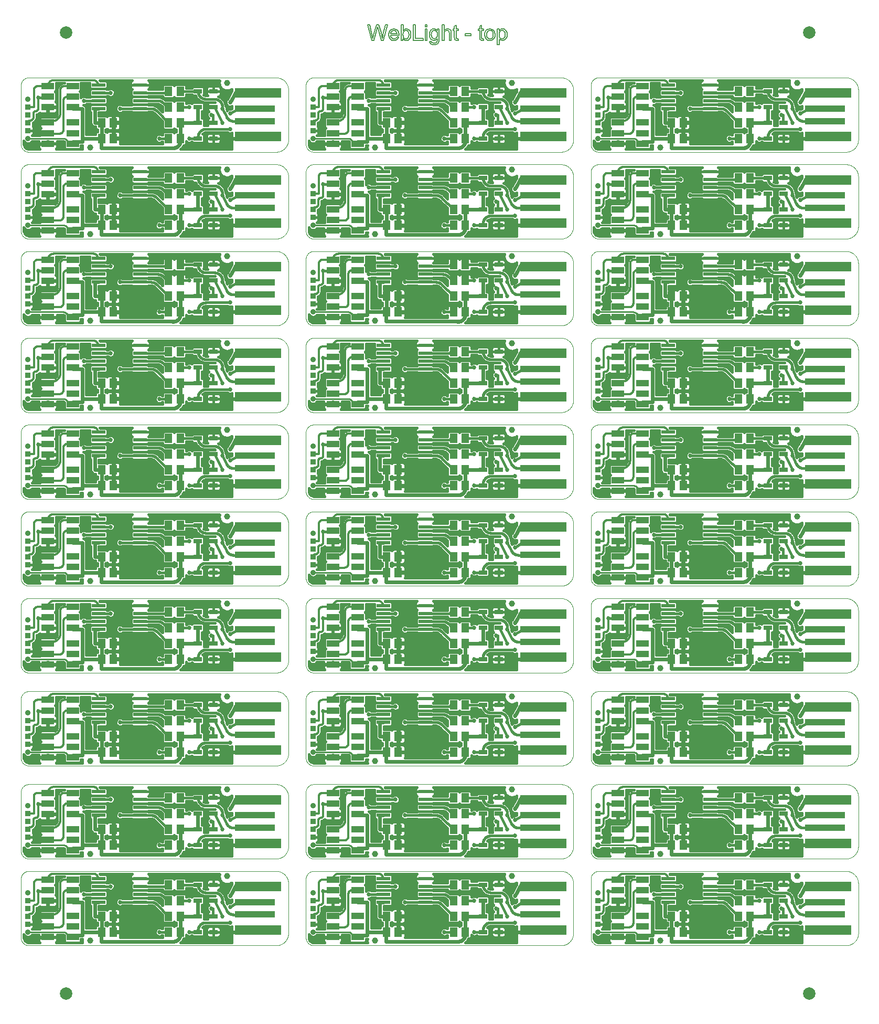
<source format=gtl>
%MOIN*%
%OFA0B0*%
%FSLAX45Y45*%
%IPPOS*%
%LPD*%
%AMOC8*
5,1,8,0,0,1.08239X$1,22.5*%
%AMOC80*
5,1,8,0,0,1.08239X$1,22.5*%
%AMOC800*
5,1,8,0,0,1.08239X$1,22.5*%
%AMOC81*
5,1,8,0,0,1.08239X$1,22.5*%
%AMOC801*
5,1,8,0,0,1.08239X$1,22.5*%
%AMOC810*
5,1,8,0,0,1.08239X$1,22.5*%
%AMOC8000*
5,1,8,0,0,1.08239X$1,22.5*%
%AMOC82*
5,1,8,0,0,1.08239X$1,22.5*%
%AMOC802*
5,1,8,0,0,1.08239X$1,22.5*%
%AMOC811*
5,1,8,0,0,1.08239X$1,22.5*%
%AMOC8001*
5,1,8,0,0,1.08239X$1,22.5*%
%AMOC820*
5,1,8,0,0,1.08239X$1,22.5*%
%AMOC8010*
5,1,8,0,0,1.08239X$1,22.5*%
%AMOC80000*
5,1,8,0,0,1.08239X$1,22.5*%
%AMOC83*
5,1,8,0,0,1.08239X$1,22.5*%
%AMOC803*
5,1,8,0,0,1.08239X$1,22.5*%
%AMOC812*
5,1,8,0,0,1.08239X$1,22.5*%
%AMOC8002*
5,1,8,0,0,1.08239X$1,22.5*%
%AMOC821*
5,1,8,0,0,1.08239X$1,22.5*%
%AMOC8011*
5,1,8,0,0,1.08239X$1,22.5*%
%AMOC8100*
5,1,8,0,0,1.08239X$1,22.5*%
%AMOC80001*
5,1,8,0,0,1.08239X$1,22.5*%
%AMOC830*
5,1,8,0,0,1.08239X$1,22.5*%
%AMOC8020*
5,1,8,0,0,1.08239X$1,22.5*%
%AMOC8110*
5,1,8,0,0,1.08239X$1,22.5*%
%AMOC80010*
5,1,8,0,0,1.08239X$1,22.5*%
%AMOC8200*
5,1,8,0,0,1.08239X$1,22.5*%
%AMOC80100*
5,1,8,0,0,1.08239X$1,22.5*%
%AMOC81000*
5,1,8,0,0,1.08239X$1,22.5*%
%AMOC800000*
5,1,8,0,0,1.08239X$1,22.5*%
%ADD10C,0*%
%ADD11R,0.051179999999999996X0.05906*%
%ADD12R,0.05315X0.0315*%
%ADD13R,0.08699999999999998X0.024000000000000004*%
%ADD14R,0.07874X0.04331*%
%ADD15R,0.035X0.032*%
%ADD16C,0.035*%
%ADD17R,0.29528X0.05906*%
%ADD18R,0.25591X0.03937*%
%ADD19C,0.03937*%
%ADD20C,0.024000000000000004*%
%ADD21C,0.015*%
%ADD22C,0.01*%
%ADD23C,0.016*%
%ADD24C,0.012000000000000002*%
%ADD25C,0.027*%
%ADD26C,0.006000000000000001*%
%ADD37C,0*%
%ADD38R,0.051179999999999996X0.05906*%
%ADD39R,0.05315X0.0315*%
%ADD40R,0.08699999999999998X0.024000000000000004*%
%ADD41R,0.07874X0.04331*%
%ADD42R,0.035X0.032*%
%ADD43C,0.035*%
%ADD44R,0.29528X0.05906*%
%ADD45R,0.25591X0.03937*%
%ADD46C,0.03937*%
%ADD47C,0.024000000000000004*%
%ADD48C,0.015*%
%ADD49C,0.01*%
%ADD50C,0.016*%
%ADD51C,0.012000000000000002*%
%ADD52C,0.027*%
%ADD53C,0.006000000000000001*%
%ADD64C,0*%
%ADD65R,0.051179999999999996X0.05906*%
%ADD66R,0.05315X0.0315*%
%ADD67R,0.08699999999999998X0.024000000000000004*%
%ADD68R,0.07874X0.04331*%
%ADD69R,0.035X0.032*%
%ADD70C,0.035*%
%ADD71R,0.29528X0.05906*%
%ADD72R,0.25591X0.03937*%
%ADD73C,0.03937*%
%ADD74C,0.024000000000000004*%
%ADD75C,0.015*%
%ADD76C,0.01*%
%ADD77C,0.016*%
%ADD78C,0.012000000000000002*%
%ADD79C,0.027*%
%ADD80C,0.006000000000000001*%
%ADD91C,0*%
%ADD92R,0.051179999999999996X0.05906*%
%ADD93R,0.05315X0.0315*%
%ADD94R,0.08699999999999998X0.024000000000000004*%
%ADD95R,0.07874X0.04331*%
%ADD96R,0.035X0.032*%
%ADD97C,0.035*%
%ADD98R,0.29528X0.05906*%
%ADD99R,0.25591X0.03937*%
%ADD100C,0.03937*%
%ADD101C,0.024000000000000004*%
%ADD102C,0.015*%
%ADD103C,0.01*%
%ADD104C,0.016*%
%ADD105C,0.012000000000000002*%
%ADD106C,0.027*%
%ADD107C,0.006000000000000001*%
%ADD118C,0*%
%ADD119R,0.051179999999999996X0.05906*%
%ADD120R,0.05315X0.0315*%
%ADD121R,0.08699999999999998X0.024000000000000004*%
%ADD122R,0.07874X0.04331*%
%ADD123R,0.035X0.032*%
%ADD124C,0.035*%
%ADD125R,0.29528X0.05906*%
%ADD126R,0.25591X0.03937*%
%ADD127C,0.03937*%
%ADD128C,0.024000000000000004*%
%ADD129C,0.015*%
%ADD130C,0.01*%
%ADD131C,0.016*%
%ADD132C,0.012000000000000002*%
%ADD133C,0.027*%
%ADD134C,0.006000000000000001*%
%ADD145C,0*%
%ADD146R,0.051179999999999996X0.05906*%
%ADD147R,0.05315X0.0315*%
%ADD148R,0.08699999999999998X0.024000000000000004*%
%ADD149R,0.07874X0.04331*%
%ADD150R,0.035X0.032*%
%ADD151C,0.035*%
%ADD152R,0.29528X0.05906*%
%ADD153R,0.25591X0.03937*%
%ADD154C,0.03937*%
%ADD155C,0.024000000000000004*%
%ADD156C,0.015*%
%ADD157C,0.01*%
%ADD158C,0.016*%
%ADD159C,0.012000000000000002*%
%ADD160C,0.027*%
%ADD161C,0.006000000000000001*%
%ADD172C,0*%
%ADD173R,0.051179999999999996X0.05906*%
%ADD174R,0.05315X0.0315*%
%ADD175R,0.08699999999999998X0.024000000000000004*%
%ADD176R,0.07874X0.04331*%
%ADD177R,0.035X0.032*%
%ADD178C,0.035*%
%ADD179R,0.29528X0.05906*%
%ADD180R,0.25591X0.03937*%
%ADD181C,0.03937*%
%ADD182C,0.024000000000000004*%
%ADD183C,0.015*%
%ADD184C,0.01*%
%ADD185C,0.016*%
%ADD186C,0.012000000000000002*%
%ADD187C,0.027*%
%ADD188C,0.006000000000000001*%
%ADD199C,0*%
%ADD200R,0.051179999999999996X0.05906*%
%ADD201R,0.05315X0.0315*%
%ADD202R,0.08699999999999998X0.024000000000000004*%
%ADD203R,0.07874X0.04331*%
%ADD204R,0.035X0.032*%
%ADD205C,0.035*%
%ADD206R,0.29528X0.05906*%
%ADD207R,0.25591X0.03937*%
%ADD208C,0.03937*%
%ADD209C,0.024000000000000004*%
%ADD210C,0.015*%
%ADD211C,0.01*%
%ADD212C,0.016*%
%ADD213C,0.012000000000000002*%
%ADD214C,0.027*%
%ADD215C,0.006000000000000001*%
%ADD226C,0*%
%ADD227R,0.051179999999999996X0.05906*%
%ADD228R,0.05315X0.0315*%
%ADD229R,0.08699999999999998X0.024000000000000004*%
%ADD230R,0.07874X0.04331*%
%ADD231R,0.035X0.032*%
%ADD232C,0.035*%
%ADD233R,0.29528X0.05906*%
%ADD234R,0.25591X0.03937*%
%ADD235C,0.03937*%
%ADD236C,0.024000000000000004*%
%ADD237C,0.015*%
%ADD238C,0.01*%
%ADD239C,0.016*%
%ADD240C,0.012000000000000002*%
%ADD241C,0.027*%
%ADD242C,0.006000000000000001*%
%ADD253C,0*%
%ADD254R,0.051179999999999996X0.05906*%
%ADD255R,0.05315X0.0315*%
%ADD256R,0.08699999999999998X0.024000000000000004*%
%ADD257R,0.07874X0.04331*%
%ADD258R,0.035X0.032*%
%ADD259C,0.035*%
%ADD260R,0.29528X0.05906*%
%ADD261R,0.25591X0.03937*%
%ADD262C,0.03937*%
%ADD263C,0.024000000000000004*%
%ADD264C,0.015*%
%ADD265C,0.01*%
%ADD266C,0.016*%
%ADD267C,0.012000000000000002*%
%ADD268C,0.027*%
%ADD269C,0.006000000000000001*%
%ADD280C,0*%
%ADD281R,0.051179999999999996X0.05906*%
%ADD282R,0.05315X0.0315*%
%ADD283R,0.08699999999999998X0.024000000000000004*%
%ADD284R,0.07874X0.04331*%
%ADD285R,0.035X0.032*%
%ADD286C,0.035*%
%ADD287R,0.29528X0.05906*%
%ADD288R,0.25591X0.03937*%
%ADD289C,0.03937*%
%ADD290C,0.024000000000000004*%
%ADD291C,0.015*%
%ADD292C,0.01*%
%ADD293C,0.016*%
%ADD294C,0.012000000000000002*%
%ADD295C,0.027*%
%ADD296C,0.006000000000000001*%
%ADD307C,0*%
%ADD308R,0.051179999999999996X0.05906*%
%ADD309R,0.05315X0.0315*%
%ADD310R,0.08699999999999998X0.024000000000000004*%
%ADD311R,0.07874X0.04331*%
%ADD312R,0.035X0.032*%
%ADD313C,0.035*%
%ADD314R,0.29528X0.05906*%
%ADD315R,0.25591X0.03937*%
%ADD316C,0.03937*%
%ADD317C,0.024000000000000004*%
%ADD318C,0.015*%
%ADD319C,0.01*%
%ADD320C,0.016*%
%ADD321C,0.012000000000000002*%
%ADD322C,0.027*%
%ADD323C,0.006000000000000001*%
%ADD334C,0.07874015748031496*%
%ADD335C,0.0078740157480314977*%
%ADD346C,0*%
%ADD347R,0.051179999999999996X0.05906*%
%ADD348R,0.05315X0.0315*%
%ADD349R,0.08699999999999998X0.024000000000000004*%
%ADD350R,0.07874X0.04331*%
%ADD351R,0.035X0.032*%
%ADD352C,0.035*%
%ADD353R,0.29528X0.05906*%
%ADD354R,0.25591X0.03937*%
%ADD355C,0.03937*%
%ADD356C,0.024000000000000004*%
%ADD357C,0.015*%
%ADD358C,0.01*%
%ADD359C,0.016*%
%ADD360C,0.012000000000000002*%
%ADD361C,0.027*%
%ADD362C,0.006000000000000001*%
%ADD373C,0*%
%ADD374R,0.051179999999999996X0.05906*%
%ADD375R,0.05315X0.0315*%
%ADD376R,0.08699999999999998X0.024000000000000004*%
%ADD377R,0.07874X0.04331*%
%ADD378R,0.035X0.032*%
%ADD379C,0.035*%
%ADD380R,0.29528X0.05906*%
%ADD381R,0.25591X0.03937*%
%ADD382C,0.03937*%
%ADD383C,0.024000000000000004*%
%ADD384C,0.015*%
%ADD385C,0.01*%
%ADD386C,0.016*%
%ADD387C,0.012000000000000002*%
%ADD388C,0.027*%
%ADD389C,0.006000000000000001*%
%ADD400C,0*%
%ADD401R,0.051179999999999996X0.05906*%
%ADD402R,0.05315X0.0315*%
%ADD403R,0.08699999999999998X0.024000000000000004*%
%ADD404R,0.07874X0.04331*%
%ADD405R,0.035X0.032*%
%ADD406C,0.035*%
%ADD407R,0.29528X0.05906*%
%ADD408R,0.25591X0.03937*%
%ADD409C,0.03937*%
%ADD410C,0.024000000000000004*%
%ADD411C,0.015*%
%ADD412C,0.01*%
%ADD413C,0.016*%
%ADD414C,0.012000000000000002*%
%ADD415C,0.027*%
%ADD416C,0.006000000000000001*%
%ADD427C,0*%
%ADD428R,0.051179999999999996X0.05906*%
%ADD429R,0.05315X0.0315*%
%ADD430R,0.08699999999999998X0.024000000000000004*%
%ADD431R,0.07874X0.04331*%
%ADD432R,0.035X0.032*%
%ADD433C,0.035*%
%ADD434R,0.29528X0.05906*%
%ADD435R,0.25591X0.03937*%
%ADD436C,0.03937*%
%ADD437C,0.024000000000000004*%
%ADD438C,0.015*%
%ADD439C,0.01*%
%ADD440C,0.016*%
%ADD441C,0.012000000000000002*%
%ADD442C,0.027*%
%ADD443C,0.006000000000000001*%
%ADD454C,0*%
%ADD455R,0.051179999999999996X0.05906*%
%ADD456R,0.05315X0.0315*%
%ADD457R,0.08699999999999998X0.024000000000000004*%
%ADD458R,0.07874X0.04331*%
%ADD459R,0.035X0.032*%
%ADD460C,0.035*%
%ADD461R,0.29528X0.05906*%
%ADD462R,0.25591X0.03937*%
%ADD463C,0.03937*%
%ADD464C,0.024000000000000004*%
%ADD465C,0.015*%
%ADD466C,0.01*%
%ADD467C,0.016*%
%ADD468C,0.012000000000000002*%
%ADD469C,0.027*%
%ADD470C,0.006000000000000001*%
%ADD481C,0*%
%ADD482R,0.051179999999999996X0.05906*%
%ADD483R,0.05315X0.0315*%
%ADD484R,0.08699999999999998X0.024000000000000004*%
%ADD485R,0.07874X0.04331*%
%ADD486R,0.035X0.032*%
%ADD487C,0.035*%
%ADD488R,0.29528X0.05906*%
%ADD489R,0.25591X0.03937*%
%ADD490C,0.03937*%
%ADD491C,0.024000000000000004*%
%ADD492C,0.015*%
%ADD493C,0.01*%
%ADD494C,0.016*%
%ADD495C,0.012000000000000002*%
%ADD496C,0.027*%
%ADD497C,0.006000000000000001*%
%ADD508C,0*%
%ADD509R,0.051179999999999996X0.05906*%
%ADD510R,0.05315X0.0315*%
%ADD511R,0.08699999999999998X0.024000000000000004*%
%ADD512R,0.07874X0.04331*%
%ADD513R,0.035X0.032*%
%ADD514C,0.035*%
%ADD515R,0.29528X0.05906*%
%ADD516R,0.25591X0.03937*%
%ADD517C,0.03937*%
%ADD518C,0.024000000000000004*%
%ADD519C,0.015*%
%ADD520C,0.01*%
%ADD521C,0.016*%
%ADD522C,0.012000000000000002*%
%ADD523C,0.027*%
%ADD524C,0.006000000000000001*%
%ADD535C,0*%
%ADD536R,0.051179999999999996X0.05906*%
%ADD537R,0.05315X0.0315*%
%ADD538R,0.08699999999999998X0.024000000000000004*%
%ADD539R,0.07874X0.04331*%
%ADD540R,0.035X0.032*%
%ADD541C,0.035*%
%ADD542R,0.29528X0.05906*%
%ADD543R,0.25591X0.03937*%
%ADD544C,0.03937*%
%ADD545C,0.024000000000000004*%
%ADD546C,0.015*%
%ADD547C,0.01*%
%ADD548C,0.016*%
%ADD549C,0.012000000000000002*%
%ADD550C,0.027*%
%ADD551C,0.006000000000000001*%
%ADD562C,0*%
%ADD563R,0.051179999999999996X0.05906*%
%ADD564R,0.05315X0.0315*%
%ADD565R,0.08699999999999998X0.024000000000000004*%
%ADD566R,0.07874X0.04331*%
%ADD567R,0.035X0.032*%
%ADD568C,0.035*%
%ADD569R,0.29528X0.05906*%
%ADD570R,0.25591X0.03937*%
%ADD571C,0.03937*%
%ADD572C,0.024000000000000004*%
%ADD573C,0.015*%
%ADD574C,0.01*%
%ADD575C,0.016*%
%ADD576C,0.012000000000000002*%
%ADD577C,0.027*%
%ADD578C,0.006000000000000001*%
%ADD589C,0*%
%ADD590R,0.051179999999999996X0.05906*%
%ADD591R,0.05315X0.0315*%
%ADD592R,0.08699999999999998X0.024000000000000004*%
%ADD593R,0.07874X0.04331*%
%ADD594R,0.035X0.032*%
%ADD595C,0.035*%
%ADD596R,0.29528X0.05906*%
%ADD597R,0.25591X0.03937*%
%ADD598C,0.03937*%
%ADD599C,0.024000000000000004*%
%ADD600C,0.015*%
%ADD601C,0.01*%
%ADD602C,0.016*%
%ADD603C,0.012000000000000002*%
%ADD604C,0.027*%
%ADD605C,0.006000000000000001*%
%ADD616C,0*%
%ADD617R,0.051179999999999996X0.05906*%
%ADD618R,0.05315X0.0315*%
%ADD619R,0.08699999999999998X0.024000000000000004*%
%ADD620R,0.07874X0.04331*%
%ADD621R,0.035X0.032*%
%ADD622C,0.035*%
%ADD623R,0.29528X0.05906*%
%ADD624R,0.25591X0.03937*%
%ADD625C,0.03937*%
%ADD626C,0.024000000000000004*%
%ADD627C,0.015*%
%ADD628C,0.01*%
%ADD629C,0.016*%
%ADD630C,0.012000000000000002*%
%ADD631C,0.027*%
%ADD632C,0.006000000000000001*%
%ADD643C,0*%
%ADD644R,0.051179999999999996X0.05906*%
%ADD645R,0.05315X0.0315*%
%ADD646R,0.08699999999999998X0.024000000000000004*%
%ADD647R,0.07874X0.04331*%
%ADD648R,0.035X0.032*%
%ADD649C,0.035*%
%ADD650R,0.29528X0.05906*%
%ADD651R,0.25591X0.03937*%
%ADD652C,0.03937*%
%ADD653C,0.024000000000000004*%
%ADD654C,0.015*%
%ADD655C,0.01*%
%ADD656C,0.016*%
%ADD657C,0.012000000000000002*%
%ADD658C,0.027*%
%ADD659C,0.006000000000000001*%
%ADD670C,0*%
%ADD671R,0.051179999999999996X0.05906*%
%ADD672R,0.05315X0.0315*%
%ADD673R,0.08699999999999998X0.024000000000000004*%
%ADD674R,0.07874X0.04331*%
%ADD675R,0.035X0.032*%
%ADD676C,0.035*%
%ADD677R,0.29528X0.05906*%
%ADD678R,0.25591X0.03937*%
%ADD679C,0.03937*%
%ADD680C,0.024000000000000004*%
%ADD681C,0.015*%
%ADD682C,0.01*%
%ADD683C,0.016*%
%ADD684C,0.012000000000000002*%
%ADD685C,0.027*%
%ADD686C,0.006000000000000001*%
%ADD697C,0*%
%ADD698R,0.051179999999999996X0.05906*%
%ADD699R,0.05315X0.0315*%
%ADD700R,0.08699999999999998X0.024000000000000004*%
%ADD701R,0.07874X0.04331*%
%ADD702R,0.035X0.032*%
%ADD703C,0.035*%
%ADD704R,0.29528X0.05906*%
%ADD705R,0.25591X0.03937*%
%ADD706C,0.03937*%
%ADD707C,0.024000000000000004*%
%ADD708C,0.015*%
%ADD709C,0.01*%
%ADD710C,0.016*%
%ADD711C,0.012000000000000002*%
%ADD712C,0.027*%
%ADD713C,0.006000000000000001*%
%ADD724C,0*%
%ADD725R,0.051179999999999996X0.05906*%
%ADD726R,0.05315X0.0315*%
%ADD727R,0.08699999999999998X0.024000000000000004*%
%ADD728R,0.07874X0.04331*%
%ADD729R,0.035X0.032*%
%ADD730C,0.035*%
%ADD731R,0.29528X0.05906*%
%ADD732R,0.25591X0.03937*%
%ADD733C,0.03937*%
%ADD734C,0.024000000000000004*%
%ADD735C,0.015*%
%ADD736C,0.01*%
%ADD737C,0.016*%
%ADD738C,0.012000000000000002*%
%ADD739C,0.027*%
%ADD740C,0.006000000000000001*%
%ADD751C,0*%
%ADD752R,0.051179999999999996X0.05906*%
%ADD753R,0.05315X0.0315*%
%ADD754R,0.08699999999999998X0.024000000000000004*%
%ADD755R,0.07874X0.04331*%
%ADD756R,0.035X0.032*%
%ADD757C,0.035*%
%ADD758R,0.29528X0.05906*%
%ADD759R,0.25591X0.03937*%
%ADD760C,0.03937*%
%ADD761C,0.024000000000000004*%
%ADD762C,0.015*%
%ADD763C,0.01*%
%ADD764C,0.016*%
%ADD765C,0.012000000000000002*%
%ADD766C,0.027*%
%ADD767C,0.006000000000000001*%
%ADD778C,0*%
%ADD779R,0.051179999999999996X0.05906*%
%ADD780R,0.05315X0.0315*%
%ADD781R,0.08699999999999998X0.024000000000000004*%
%ADD782R,0.07874X0.04331*%
%ADD783R,0.035X0.032*%
%ADD784C,0.035*%
%ADD785R,0.29528X0.05906*%
%ADD786R,0.25591X0.03937*%
%ADD787C,0.03937*%
%ADD788C,0.024000000000000004*%
%ADD789C,0.015*%
%ADD790C,0.01*%
%ADD791C,0.016*%
%ADD792C,0.012000000000000002*%
%ADD793C,0.027*%
%ADD794C,0.006000000000000001*%
%ADD805C,0*%
%ADD806R,0.051179999999999996X0.05906*%
%ADD807R,0.05315X0.0315*%
%ADD808R,0.08699999999999998X0.024000000000000004*%
%ADD809R,0.07874X0.04331*%
%ADD810R,0.035X0.032*%
%ADD811C,0.035*%
%ADD812R,0.29528X0.05906*%
%ADD813R,0.25591X0.03937*%
%ADD814C,0.03937*%
%ADD815C,0.024000000000000004*%
%ADD816C,0.015*%
%ADD817C,0.01*%
%ADD818C,0.016*%
%ADD819C,0.012000000000000002*%
%ADD820C,0.027*%
%ADD821C,0.006000000000000001*%
%LPD*%
G75*
D10*
X000417311Y000388689D02*
X000574437Y000388689D01*
X000574627Y000388690D01*
X000574817Y000388698D01*
X000575007Y000388710D01*
X000575197Y000388726D01*
X000575386Y000388745D01*
X000575575Y000388772D01*
X000575763Y000388801D01*
X000575950Y000388836D01*
X000576136Y000388875D01*
X000576320Y000388918D01*
X000576506Y000388966D01*
X000576689Y000389018D01*
X000576870Y000389074D01*
X000577050Y000389135D01*
X000577229Y000389201D01*
X000577406Y000389270D01*
X000577582Y000389344D01*
X000577755Y000389422D01*
X000577927Y000389505D01*
X000578096Y000389591D01*
X000578264Y000389681D01*
X000578429Y000389776D01*
X000578592Y000389874D01*
X000578752Y000389977D01*
X000578910Y000390083D01*
X000579065Y000390193D01*
X000579218Y000390306D01*
X000579368Y000390424D01*
X000579514Y000390545D01*
X000579658Y000390669D01*
X000579799Y000390797D01*
X000579937Y000390928D01*
X000580072Y000391063D01*
X000580203Y000391201D01*
X000580331Y000391342D01*
X000580455Y000391486D01*
X000580576Y000391632D01*
X000580694Y000391782D01*
X000580806Y000391935D01*
X000580916Y000392090D01*
X000581023Y000392248D01*
X000581126Y000392407D01*
X000581224Y000392571D01*
X000581319Y000392736D01*
X000581409Y000392903D01*
X000581495Y000393073D01*
X000581578Y000393245D01*
X000581656Y000393418D01*
X000581730Y000393594D01*
X000581799Y000393771D01*
X000581864Y000393950D01*
X000581926Y000394130D01*
X000581981Y000394311D01*
X000582034Y000394493D01*
X000582082Y000394679D01*
X000582125Y000394864D01*
X000582164Y000395050D01*
X000582199Y000395237D01*
X000582228Y000395425D01*
X000582254Y000395613D01*
X000582274Y000395803D01*
X000582290Y000395992D01*
X000582301Y000396182D01*
X000582309Y000396373D01*
X000582311Y000396563D01*
X000582311Y000428059D01*
X000582309Y000428249D01*
X000582301Y000428439D01*
X000582290Y000428629D01*
X000582274Y000428819D01*
X000582254Y000429007D01*
X000582228Y000429197D01*
X000582199Y000429385D01*
X000582164Y000429572D01*
X000582125Y000429758D01*
X000582082Y000429943D01*
X000582034Y000430128D01*
X000581981Y000430311D01*
X000581926Y000430492D01*
X000581864Y000430672D01*
X000581799Y000430851D01*
X000581730Y000431027D01*
X000581656Y000431203D01*
X000581578Y000431377D01*
X000581495Y000431548D01*
X000581409Y000431717D01*
X000581319Y000431886D01*
X000581224Y000432050D01*
X000581126Y000432214D01*
X000581023Y000432374D01*
X000580916Y000432531D01*
X000580806Y000432687D01*
X000580694Y000432840D01*
X000580576Y000432990D01*
X000580455Y000433136D01*
X000580331Y000433280D01*
X000580203Y000433420D01*
X000580072Y000433559D01*
X000579937Y000433694D01*
X000579799Y000433825D01*
X000579658Y000433953D01*
X000579514Y000434077D01*
X000579368Y000434198D01*
X000579218Y000434316D01*
X000579065Y000434429D01*
X000578910Y000434539D01*
X000578752Y000434645D01*
X000578592Y000434748D01*
X000578429Y000434846D01*
X000578264Y000434941D01*
X000578096Y000435031D01*
X000577927Y000435117D01*
X000577755Y000435200D01*
X000577582Y000435278D01*
X000577406Y000435351D01*
X000577229Y000435421D01*
X000577050Y000435487D01*
X000576870Y000435548D01*
X000576689Y000435604D01*
X000576506Y000435656D01*
X000576320Y000435703D01*
X000576136Y000435747D01*
X000575950Y000435785D01*
X000575763Y000435820D01*
X000575575Y000435850D01*
X000575386Y000435876D01*
X000575197Y000435896D01*
X000575007Y000435912D01*
X000574817Y000435924D01*
X000574627Y000435931D01*
X000574437Y000435933D01*
X000417311Y000435933D01*
X000417171Y000435931D01*
X000417031Y000435925D01*
X000416891Y000435914D01*
X000416751Y000435902D01*
X000416612Y000435884D01*
X000416472Y000435862D01*
X000416336Y000435837D01*
X000416198Y000435808D01*
X000416062Y000435775D01*
X000415927Y000435738D01*
X000415793Y000435696D01*
X000415660Y000435652D01*
X000415528Y000435604D01*
X000415398Y000435552D01*
X000415269Y000435497D01*
X000415142Y000435438D01*
X000415015Y000435375D01*
X000414892Y000435309D01*
X000414771Y000435240D01*
X000414651Y000435167D01*
X000414533Y000435090D01*
X000414418Y000435011D01*
X000414304Y000434928D01*
X000414194Y000434842D01*
X000414085Y000434753D01*
X000413978Y000434661D01*
X000413876Y000434565D01*
X000413774Y000434469D01*
X000413678Y000434368D01*
X000413583Y000434265D01*
X000413490Y000434159D01*
X000413401Y000434049D01*
X000413316Y000433940D01*
X000413232Y000433826D01*
X000413154Y000433711D01*
X000413077Y000433593D01*
X000413004Y000433473D01*
X000412934Y000433352D01*
X000412869Y000433228D01*
X000412805Y000433101D01*
X000412747Y000432975D01*
X000412692Y000432846D01*
X000412640Y000432716D01*
X000412592Y000432584D01*
X000412547Y000432451D01*
X000412506Y000432317D01*
X000412469Y000432182D01*
X000412436Y000432046D01*
X000412406Y000431907D01*
X000412382Y000431771D01*
X000412360Y000431632D01*
X000412342Y000431493D01*
X000412329Y000431353D01*
X000412319Y000431213D01*
X000412313Y000431073D01*
X000412310Y000430933D01*
X000412310Y000393689D01*
X000412313Y000393549D01*
X000412319Y000393409D01*
X000412329Y000393269D01*
X000412342Y000393129D01*
X000412360Y000392990D01*
X000412382Y000392851D01*
X000412406Y000392714D01*
X000412436Y000392576D01*
X000412469Y000392440D01*
X000412506Y000392305D01*
X000412547Y000392170D01*
X000412592Y000392038D01*
X000412640Y000391906D01*
X000412692Y000391776D01*
X000412747Y000391647D01*
X000412805Y000391520D01*
X000412869Y000391394D01*
X000412934Y000391269D01*
X000413004Y000391149D01*
X000413077Y000391028D01*
X000413154Y000390911D01*
X000413232Y000390795D01*
X000413316Y000390682D01*
X000413401Y000390572D01*
X000413490Y000390463D01*
X000413583Y000390357D01*
X000413678Y000390254D01*
X000413774Y000390153D01*
X000413876Y000390056D01*
X000413978Y000389961D01*
X000414085Y000389869D01*
X000414194Y000389780D01*
X000414304Y000389693D01*
X000414418Y000389611D01*
X000414533Y000389532D01*
X000414651Y000389455D01*
X000414771Y000389382D01*
X000414892Y000389313D01*
X000415015Y000389247D01*
X000415142Y000389184D01*
X000415269Y000389124D01*
X000415398Y000389070D01*
X000415528Y000389018D01*
X000415660Y000388970D01*
X000415793Y000388924D01*
X000415927Y000388884D01*
X000416062Y000388847D01*
X000416198Y000388814D01*
X000416336Y000388785D01*
X000416472Y000388760D01*
X000416612Y000388738D01*
X000416751Y000388720D01*
X000416891Y000388707D01*
X000417031Y000388697D01*
X000417171Y000388690D01*
X000417311Y000388689D01*
D11*
X000463571Y000397311D03*
X000471051Y000397311D03*
X000471051Y000407311D03*
X000463571Y000407311D03*
X000506071Y000407311D03*
X000513550Y000407311D03*
X000513550Y000397311D03*
X000506071Y000397311D03*
X000506071Y000417311D03*
X000513550Y000417311D03*
X000513550Y000427311D03*
X000506071Y000427311D03*
D12*
X000524811Y000427311D03*
X000534811Y000427311D03*
X000534811Y000417311D03*
X000524811Y000417311D03*
X000524811Y000407311D03*
X000534811Y000407311D03*
X000534811Y000397311D03*
X000524811Y000397311D03*
D13*
X000488110Y000416310D03*
X000488110Y000421311D03*
X000488110Y000426311D03*
X000488110Y000431311D03*
X000461611Y000431311D03*
X000461611Y000426311D03*
X000461611Y000421311D03*
X000461611Y000416310D03*
D14*
X000445185Y000417117D03*
X000429437Y000417117D03*
X000429437Y000423811D03*
X000445185Y000423811D03*
X000445185Y000430504D03*
X000429437Y000430504D03*
X000429437Y000407404D03*
X000445185Y000407404D03*
X000445185Y000400711D03*
X000429437Y000400711D03*
X000429437Y000394018D03*
X000445185Y000394018D03*
D15*
X000416811Y000402311D03*
X000416811Y000407311D03*
X000416811Y000412310D03*
X000416811Y000417311D03*
D16*
X000416811Y000422311D03*
X000416811Y000397311D03*
D17*
X000563098Y000398531D03*
X000563098Y000426091D03*
D18*
X000561130Y000416248D03*
X000561130Y000408373D03*
D19*
X000543311Y000432688D03*
X000456311Y000391689D03*
D20*
X000463311Y000391311D02*
X000463571Y000407311D01*
X000459311Y000407311D01*
X000459311Y000416310D01*
X000461611Y000416310D01*
X000451311Y000416310D02*
X000451311Y000397311D01*
X000451311Y000395311D01*
X000445185Y000395311D01*
X000451311Y000397311D02*
X000463311Y000397311D01*
X000463311Y000391311D01*
X000508551Y000391311D01*
X000513550Y000395311D02*
X000513550Y000397311D01*
X000513550Y000407311D01*
X000524811Y000407311D01*
X000524811Y000417311D01*
X000545311Y000420310D02*
X000549311Y000427689D01*
X000463571Y000407311D02*
X000463571Y000397311D01*
X000463571Y000407311D02*
X000463311Y000407311D01*
X000451311Y000416310D02*
X000445310Y000416310D01*
X000508551Y000391311D02*
X000508682Y000391298D01*
X000508812Y000391289D01*
X000508945Y000391284D01*
X000509077Y000391283D01*
X000509208Y000391286D01*
X000509340Y000391292D01*
X000509471Y000391302D01*
X000509602Y000391317D01*
X000509733Y000391335D01*
X000509863Y000391356D01*
X000509992Y000391382D01*
X000510120Y000391411D01*
X000510248Y000391444D01*
X000510374Y000391481D01*
X000510500Y000391521D01*
X000510623Y000391564D01*
X000510747Y000391613D01*
X000510866Y000391663D01*
X000510988Y000391718D01*
X000511106Y000391776D01*
X000511223Y000391838D01*
X000511337Y000391903D01*
X000511449Y000391971D01*
X000511561Y000392042D01*
X000511669Y000392117D01*
X000511775Y000392194D01*
X000511880Y000392275D01*
X000511981Y000392359D01*
X000512080Y000392446D01*
X000512177Y000392535D01*
X000512270Y000392628D01*
X000512361Y000392723D01*
X000512451Y000392819D01*
X000512535Y000392920D01*
X000512619Y000393023D01*
X000512698Y000393128D01*
X000512775Y000393235D01*
X000512847Y000393344D01*
X000512918Y000393456D01*
X000512985Y000393569D01*
X000513049Y000393685D01*
X000513109Y000393802D01*
X000513166Y000393921D01*
X000513218Y000394041D01*
X000513269Y000394163D01*
X000513314Y000394287D01*
X000513357Y000394411D01*
X000513396Y000394537D01*
X000513431Y000394664D01*
X000513462Y000394792D01*
X000513490Y000394921D01*
X000513514Y000395050D01*
X000513535Y000395179D01*
X000513550Y000395311D01*
X000543311Y000397311D02*
X000564319Y000397689D01*
D21*
X000506071Y000417311D02*
X000505311Y000417311D01*
X000489311Y000421311D02*
X000488110Y000421311D01*
X000513550Y000427311D02*
X000524811Y000427311D01*
X000445185Y000417117D02*
X000445185Y000416310D01*
X000463311Y000397311D02*
X000463571Y000397311D01*
X000445185Y000395311D02*
X000445185Y000394018D01*
D22*
X000445185Y000395311D02*
X000442311Y000395311D01*
X000441043Y000396579D02*
X000440972Y000396647D01*
X000440899Y000396712D01*
X000440822Y000396773D01*
X000440744Y000396834D01*
X000440664Y000396890D01*
X000440581Y000396943D01*
X000440496Y000396992D01*
X000440409Y000397039D01*
X000440322Y000397081D01*
X000440231Y000397121D01*
X000440140Y000397156D01*
X000440048Y000397189D01*
X000439954Y000397217D01*
X000439859Y000397242D01*
X000439763Y000397263D01*
X000439666Y000397280D01*
X000439569Y000397294D01*
X000439471Y000397303D01*
X000439372Y000397309D01*
X000439275Y000397311D01*
X000416811Y000397311D01*
D23*
X000414111Y000395859D02*
X000414225Y000395583D01*
X000415083Y000394725D01*
X000416204Y000394261D01*
X000417418Y000394261D01*
X000418539Y000394725D01*
X000419324Y000395511D01*
X000423700Y000395511D01*
X000423700Y000394300D01*
X000429154Y000394300D01*
X000429154Y000395511D01*
X000429720Y000395511D01*
X000429720Y000394300D01*
X000435174Y000394300D01*
X000435174Y000395511D01*
X000439275Y000395511D01*
X000439412Y000395498D01*
X000439455Y000395480D01*
X000439947Y000394987D01*
X000439947Y000391314D01*
X000440710Y000390553D01*
X000449660Y000390553D01*
X000450422Y000391314D01*
X000450422Y000392811D01*
X000451417Y000392811D01*
X000451396Y000392556D01*
X000451307Y000392224D01*
X000451359Y000392133D01*
X000451356Y000392110D01*
X000451290Y000392031D01*
X000451320Y000391689D01*
X000451290Y000391347D01*
X000451356Y000391268D01*
X000451359Y000391244D01*
X000451307Y000391154D01*
X000451396Y000390822D01*
X000451424Y000390489D01*
X000434556Y000390489D01*
X000434814Y000390748D01*
X000435051Y000391158D01*
X000435174Y000391616D01*
X000435174Y000393735D01*
X000429720Y000393735D01*
X000429720Y000394300D01*
X000429154Y000394300D01*
X000429154Y000393735D01*
X000423700Y000393735D01*
X000423700Y000391616D01*
X000423823Y000391158D01*
X000424059Y000390748D01*
X000424318Y000390489D01*
X000417311Y000390489D01*
X000416687Y000390550D01*
X000415533Y000391028D01*
X000414649Y000391911D01*
X000414172Y000393065D01*
X000414111Y000393689D01*
X000414111Y000395859D01*
X000414111Y000395083D02*
X000414726Y000395083D01*
X000414131Y000393485D02*
X000423700Y000393485D01*
X000421311Y000393311D02*
X000429437Y000394311D01*
X000429437Y000394018D01*
X000429154Y000395083D02*
X000429720Y000395083D01*
X000435174Y000395083D02*
X000439852Y000395083D01*
X000437310Y000394311D02*
X000437310Y000394018D01*
X000435174Y000393485D02*
X000439947Y000393485D01*
X000439947Y000391886D02*
X000435174Y000391886D01*
X000423700Y000391886D02*
X000414675Y000391886D01*
X000418896Y000395083D02*
X000423700Y000395083D01*
X000424200Y000399111D02*
X000419390Y000399111D01*
X000419665Y000399271D01*
X000420001Y000399606D01*
X000420238Y000400016D01*
X000420361Y000400474D01*
X000420361Y000402311D01*
X000420361Y000404148D01*
X000420238Y000404606D01*
X000420001Y000405016D01*
X000419853Y000405165D01*
X000419861Y000405173D01*
X000419861Y000407132D01*
X000421133Y000407867D01*
X000422211Y000409733D01*
X000422211Y000412661D01*
X000422539Y000412661D01*
X000424233Y000413638D01*
X000424246Y000413661D01*
X000424395Y000413511D01*
X000424805Y000413274D01*
X000425263Y000413152D01*
X000429154Y000413152D01*
X000429154Y000416835D01*
X000429720Y000416835D01*
X000429720Y000417401D01*
X000435174Y000417401D01*
X000435174Y000419520D01*
X000435051Y000419977D01*
X000434814Y000420389D01*
X000434478Y000420723D01*
X000434360Y000420793D01*
X000434673Y000421107D01*
X000434673Y000426515D01*
X000434030Y000427156D01*
X000434673Y000427799D01*
X000434673Y000432411D01*
X000439947Y000432411D01*
X000439947Y000432404D01*
X000438632Y000432404D01*
X000436590Y000431224D01*
X000436590Y000431224D01*
X000436590Y000431224D01*
X000435411Y000429183D01*
X000435411Y000413311D01*
X000435351Y000412706D01*
X000434889Y000411589D01*
X000434041Y000410741D01*
X000433912Y000410869D01*
X000424960Y000410869D01*
X000424200Y000410107D01*
X000424200Y000404699D01*
X000424843Y000404057D01*
X000424200Y000403415D01*
X000424200Y000399111D01*
X000424200Y000399879D02*
X000420159Y000399879D01*
X000420361Y000401477D02*
X000424200Y000401477D01*
X000421311Y000402311D02*
X000416811Y000402311D01*
X000420361Y000402311D01*
X000416811Y000402311D01*
X000416811Y000402311D01*
X000420361Y000403076D02*
X000424200Y000403076D01*
X000424226Y000404674D02*
X000420199Y000404674D01*
X000419861Y000406273D02*
X000424200Y000406273D01*
X000424200Y000407871D02*
X000421136Y000407871D01*
X000421133Y000407867D02*
X000421133Y000407867D01*
X000421133Y000407867D01*
X000417311Y000407311D02*
X000416811Y000407311D01*
X000422058Y000409469D02*
X000424200Y000409469D01*
X000422211Y000411068D02*
X000434368Y000411068D01*
X000435335Y000412667D02*
X000422549Y000412667D01*
X000424233Y000413638D02*
X000424233Y000413638D01*
X000424233Y000413638D01*
X000429154Y000414265D02*
X000429720Y000414265D01*
X000429720Y000413152D02*
X000433610Y000413152D01*
X000434069Y000413274D01*
X000434478Y000413511D01*
X000434814Y000413848D01*
X000435051Y000414257D01*
X000435174Y000414716D01*
X000435174Y000416835D01*
X000429720Y000416835D01*
X000429720Y000413152D01*
X000435053Y000414265D02*
X000435411Y000414265D01*
X000435411Y000415864D02*
X000435174Y000415864D01*
X000435174Y000417462D02*
X000435411Y000417462D01*
X000435411Y000419061D02*
X000435174Y000419061D01*
X000435411Y000420659D02*
X000434544Y000420659D01*
X000434673Y000422258D02*
X000435411Y000422258D01*
X000435411Y000423855D02*
X000434673Y000423855D01*
X000434673Y000425455D02*
X000435411Y000425455D01*
X000435411Y000427053D02*
X000434136Y000427053D01*
X000434673Y000428652D02*
X000435411Y000428652D01*
X000436027Y000430250D02*
X000434673Y000430250D01*
X000434673Y000431849D02*
X000437671Y000431849D01*
X000450422Y000431849D02*
X000455961Y000431849D01*
X000455961Y000432411D02*
X000455961Y000429573D01*
X000456723Y000428810D01*
X000455961Y000428049D01*
X000455961Y000424573D01*
X000456723Y000423811D01*
X000466499Y000423811D01*
X000466899Y000424211D01*
X000467663Y000424211D01*
X000467809Y000424064D01*
X000468783Y000423661D01*
X000469838Y000423661D01*
X000470812Y000424064D01*
X000471558Y000424810D01*
X000471961Y000425784D01*
X000471961Y000426837D01*
X000471558Y000427812D01*
X000470812Y000428558D01*
X000469838Y000428960D01*
X000468783Y000428960D01*
X000467809Y000428558D01*
X000467663Y000428411D01*
X000466899Y000428411D01*
X000466499Y000428810D01*
X000456723Y000428810D01*
X000466499Y000428810D01*
X000467260Y000429573D01*
X000467260Y000433049D01*
X000466499Y000433811D01*
X000462579Y000433811D01*
X000462465Y000434087D01*
X000462418Y000434133D01*
X000482971Y000434133D01*
X000482656Y000433951D01*
X000482321Y000433615D01*
X000482083Y000433206D01*
X000481961Y000432748D01*
X000481961Y000431311D01*
X000488110Y000431311D01*
X000494261Y000431311D01*
X000494261Y000432748D01*
X000494137Y000433206D01*
X000493900Y000433615D01*
X000493566Y000433951D01*
X000493251Y000434133D01*
X000538497Y000434133D01*
X000538476Y000434084D01*
X000538512Y000433987D01*
X000538505Y000433964D01*
X000538425Y000433897D01*
X000538396Y000433556D01*
X000538307Y000433223D01*
X000538359Y000433134D01*
X000538357Y000433110D01*
X000538290Y000433031D01*
X000538320Y000432688D01*
X000538290Y000432347D01*
X000538357Y000432268D01*
X000538359Y000432244D01*
X000538307Y000432154D01*
X000538396Y000431822D01*
X000538425Y000431480D01*
X000538505Y000431414D01*
X000538512Y000431390D01*
X000538476Y000431292D01*
X000538621Y000430982D01*
X000538710Y000430651D01*
X000538800Y000430599D01*
X000538810Y000430577D01*
X000538792Y000430474D01*
X000538989Y000430192D01*
X000539134Y000429882D01*
X000539231Y000429847D01*
X000539245Y000429826D01*
X000539245Y000429723D01*
X000539488Y000429481D01*
X000539684Y000429200D01*
X000539787Y000429182D01*
X000539804Y000429165D01*
X000539822Y000429061D01*
X000540103Y000428866D01*
X000540345Y000428623D01*
X000540449Y000428623D01*
X000540469Y000428609D01*
X000540503Y000428512D01*
X000540815Y000428367D01*
X000541094Y000428170D01*
X000541199Y000428188D01*
X000541221Y000428178D01*
X000541273Y000428088D01*
X000541604Y000427999D01*
X000541915Y000427853D01*
X000542012Y000427890D01*
X000542035Y000427883D01*
X000542103Y000427804D01*
X000542444Y000427773D01*
X000542776Y000427684D01*
X000542866Y000427737D01*
X000542890Y000427735D01*
X000542969Y000427668D01*
X000543311Y000427698D01*
X000543653Y000427668D01*
X000543732Y000427735D01*
X000543756Y000427737D01*
X000543844Y000427684D01*
X000544178Y000427773D01*
X000544519Y000427804D01*
X000544586Y000427883D01*
X000544609Y000427890D01*
X000544707Y000427853D01*
X000545018Y000427999D01*
X000545349Y000428088D01*
X000545401Y000428178D01*
X000545423Y000428188D01*
X000545525Y000428170D01*
X000545807Y000428367D01*
X000546117Y000428512D01*
X000546153Y000428609D01*
X000546171Y000428623D01*
X000546277Y000428623D01*
X000546311Y000428658D01*
X000546311Y000427400D01*
X000543538Y000422285D01*
X000543064Y000421812D01*
X000542661Y000420838D01*
X000542661Y000419784D01*
X000543064Y000418810D01*
X000543810Y000418064D01*
X000544784Y000417661D01*
X000545838Y000417661D01*
X000546311Y000417856D01*
X000546311Y000416349D01*
X000545659Y000415961D01*
X000544784Y000415961D01*
X000543810Y000415557D01*
X000543294Y000415041D01*
X000542944Y000415742D01*
X000542961Y000415784D01*
X000542961Y000416838D01*
X000542558Y000417812D01*
X000542411Y000417959D01*
X000542411Y000418722D01*
X000541330Y000421333D01*
X000539333Y000423330D01*
X000539333Y000423330D01*
X000537805Y000423963D01*
X000538163Y000424059D01*
X000538574Y000424296D01*
X000538909Y000424631D01*
X000539146Y000425040D01*
X000539268Y000425499D01*
X000539268Y000427311D01*
X000534811Y000427311D01*
X000540311Y000427311D01*
X000539268Y000427311D02*
X000539268Y000429122D01*
X000539146Y000429581D01*
X000538909Y000429990D01*
X000538574Y000430326D01*
X000538163Y000430563D01*
X000537705Y000430686D01*
X000534811Y000430686D01*
X000534811Y000427311D01*
X000534811Y000427311D01*
X000539268Y000427311D01*
X000539268Y000427053D02*
X000546123Y000427053D01*
X000545256Y000425455D02*
X000539257Y000425455D01*
X000538063Y000423855D02*
X000544389Y000423855D01*
X000543510Y000422258D02*
X000540405Y000422258D01*
X000541330Y000421333D02*
X000541330Y000421333D01*
X000541609Y000420659D02*
X000542661Y000420659D01*
X000542961Y000419061D02*
X000542271Y000419061D01*
X000542702Y000417462D02*
X000546311Y000417462D01*
X000544549Y000415864D02*
X000542961Y000415864D01*
X000540311Y000416310D02*
X000540311Y000417311D01*
X000540311Y000416310D02*
X000542929Y000411075D01*
X000545311Y000413311D02*
X000549311Y000415689D01*
X000561130Y000416248D01*
X000561130Y000408373D02*
X000560943Y000408310D01*
X000560755Y000408251D01*
X000560565Y000408195D01*
X000560374Y000408146D01*
X000560181Y000408101D01*
X000559987Y000408059D01*
X000559794Y000408025D01*
X000559599Y000407993D01*
X000559403Y000407968D01*
X000559206Y000407946D01*
X000559009Y000407930D01*
X000558812Y000407918D01*
X000558615Y000407911D01*
X000558417Y000407909D01*
X000558220Y000407911D01*
X000558022Y000407920D01*
X000557825Y000407932D01*
X000557628Y000407949D01*
X000557432Y000407972D01*
X000557236Y000407998D01*
X000557042Y000408030D01*
X000556847Y000408066D01*
X000556654Y000408108D01*
X000556462Y000408154D01*
X000556271Y000408205D01*
X000556082Y000408260D01*
X000555893Y000408320D01*
X000555707Y000408385D01*
X000555522Y000408453D01*
X000555338Y000408528D01*
X000555157Y000408606D01*
X000554978Y000408689D01*
X000547401Y000408310D01*
X000540311Y000407311D02*
X000535310Y000417311D01*
X000540311Y000417311D02*
X000540309Y000417451D01*
X000540303Y000417591D01*
X000540293Y000417731D01*
X000540280Y000417870D01*
X000540262Y000418010D01*
X000540240Y000418149D01*
X000540215Y000418286D01*
X000540186Y000418424D01*
X000540153Y000418560D01*
X000540116Y000418695D01*
X000540075Y000418829D01*
X000540029Y000418961D01*
X000539982Y000419094D01*
X000539930Y000419224D01*
X000539875Y000419353D01*
X000539816Y000419480D01*
X000539752Y000419606D01*
X000539687Y000419730D01*
X000539618Y000419851D01*
X000539545Y000419970D01*
X000539468Y000420089D01*
X000539389Y000420204D01*
X000539306Y000420317D01*
X000539220Y000420428D01*
X000539131Y000420537D01*
X000539039Y000420643D01*
X000538944Y000420746D01*
X000538847Y000420847D01*
X000538746Y000420944D01*
X000538643Y000421039D01*
X000538537Y000421131D01*
X000538428Y000421220D01*
X000538318Y000421305D01*
X000538204Y000421389D01*
X000538089Y000421468D01*
X000537971Y000421544D01*
X000537851Y000421617D01*
X000537730Y000421687D01*
X000537606Y000421753D01*
X000537480Y000421816D01*
X000537352Y000421875D01*
X000537224Y000421929D01*
X000537094Y000421982D01*
X000536962Y000422030D01*
X000536829Y000422075D01*
X000536695Y000422116D01*
X000536560Y000422152D01*
X000536424Y000422186D01*
X000536286Y000422215D01*
X000536149Y000422240D01*
X000536010Y000422262D01*
X000535871Y000422280D01*
X000535731Y000422293D01*
X000535591Y000422302D01*
X000535451Y000422309D01*
X000535310Y000422311D01*
X000529836Y000422311D01*
X000528515Y000420211D02*
X000526051Y000421161D01*
X000526051Y000421161D01*
X000524091Y000422933D01*
X000524091Y000422933D01*
X000523334Y000424436D01*
X000521615Y000424436D01*
X000520854Y000425197D01*
X000520854Y000425261D01*
X000517408Y000425261D01*
X000517408Y000423820D01*
X000516648Y000423058D01*
X000510454Y000423058D01*
X000509811Y000423701D01*
X000509168Y000423058D01*
X000502973Y000423058D01*
X000502212Y000423820D01*
X000502212Y000424211D01*
X000493398Y000424211D01*
X000492999Y000423811D01*
X000483223Y000423811D01*
X000482461Y000423048D01*
X000482461Y000419573D01*
X000483223Y000418811D01*
X000482822Y000418411D01*
X000476959Y000418411D01*
X000476811Y000418558D01*
X000475838Y000418961D01*
X000474784Y000418961D01*
X000473810Y000418558D01*
X000473064Y000417812D01*
X000472661Y000416838D01*
X000472661Y000415784D01*
X000473064Y000414810D01*
X000473810Y000414064D01*
X000474784Y000413661D01*
X000475838Y000413661D01*
X000476811Y000414064D01*
X000476959Y000414211D01*
X000482822Y000414211D01*
X000483223Y000413811D01*
X000492999Y000413811D01*
X000493398Y000414211D01*
X000495000Y000414211D01*
X000495566Y000414154D01*
X000496610Y000413722D01*
X000497050Y000413361D01*
X000497342Y000413070D01*
X000497665Y000412747D01*
X000502212Y000408200D01*
X000502212Y000403820D01*
X000502973Y000403057D01*
X000509168Y000403057D01*
X000509811Y000403701D01*
X000510454Y000403057D01*
X000511050Y000403057D01*
X000511050Y000401564D01*
X000510454Y000401564D01*
X000509811Y000400921D01*
X000509168Y000401564D01*
X000502973Y000401564D01*
X000502212Y000400802D01*
X000502212Y000399410D01*
X000501959Y000399410D01*
X000501811Y000399558D01*
X000500838Y000399961D01*
X000499784Y000399961D01*
X000498810Y000399558D01*
X000498064Y000398812D01*
X000497661Y000397838D01*
X000497661Y000396784D01*
X000498064Y000395810D01*
X000498810Y000395064D01*
X000499784Y000394661D01*
X000500838Y000394661D01*
X000501811Y000395064D01*
X000501959Y000395211D01*
X000502212Y000395211D01*
X000502212Y000393820D01*
X000502221Y000393811D01*
X000475326Y000393811D01*
X000475410Y000394121D01*
X000475410Y000396831D01*
X000471530Y000396831D01*
X000471530Y000397791D01*
X000470572Y000397791D01*
X000470572Y000402064D01*
X000468255Y000402064D01*
X000467797Y000401940D01*
X000467387Y000401704D01*
X000467052Y000401369D01*
X000466983Y000401248D01*
X000466668Y000401564D01*
X000466071Y000401564D01*
X000466071Y000403057D01*
X000466668Y000403057D01*
X000466983Y000403373D01*
X000467052Y000403253D01*
X000467387Y000402918D01*
X000467797Y000402681D01*
X000468255Y000402558D01*
X000470572Y000402558D01*
X000470572Y000406831D01*
X000471530Y000406831D01*
X000471530Y000402558D01*
X000473847Y000402558D01*
X000474305Y000402681D01*
X000474715Y000402918D01*
X000475051Y000403253D01*
X000475288Y000403663D01*
X000475410Y000404121D01*
X000475410Y000406831D01*
X000471530Y000406831D01*
X000471530Y000407791D01*
X000470572Y000407791D01*
X000470572Y000412064D01*
X000468255Y000412064D01*
X000467797Y000411941D01*
X000467387Y000411704D01*
X000467052Y000411369D01*
X000466983Y000411249D01*
X000466668Y000411564D01*
X000461811Y000411564D01*
X000461811Y000413811D01*
X000466499Y000413811D01*
X000467260Y000414573D01*
X000467260Y000418049D01*
X000466499Y000418811D01*
X000467260Y000419573D01*
X000467260Y000423048D01*
X000466499Y000423811D01*
X000456723Y000423811D01*
X000456323Y000423411D01*
X000453958Y000423411D01*
X000453812Y000423557D01*
X000452838Y000423961D01*
X000451783Y000423961D01*
X000450810Y000423557D01*
X000450422Y000423170D01*
X000450422Y000426515D01*
X000449779Y000427156D01*
X000450422Y000427799D01*
X000450422Y000432411D01*
X000455961Y000432411D01*
X000455961Y000430250D02*
X000450422Y000430250D01*
X000450422Y000428652D02*
X000456562Y000428652D01*
X000455961Y000427053D02*
X000449884Y000427053D01*
X000450422Y000425455D02*
X000455961Y000425455D01*
X000456677Y000423855D02*
X000453091Y000423855D01*
X000451531Y000423855D02*
X000450422Y000423855D01*
X000452311Y000421311D02*
X000461611Y000421311D01*
X000467260Y000420659D02*
X000482461Y000420659D01*
X000482461Y000422258D02*
X000467260Y000422258D01*
X000466545Y000423855D02*
X000468312Y000423855D01*
X000470309Y000423855D02*
X000483176Y000423855D01*
X000483223Y000423811D02*
X000492999Y000423811D01*
X000493398Y000423411D01*
X000500652Y000423411D01*
X000503261Y000422330D01*
X000503261Y000422330D01*
X000503645Y000421947D01*
X000504028Y000421563D01*
X000509168Y000421563D01*
X000509811Y000420920D01*
X000510454Y000421563D01*
X000516648Y000421563D01*
X000517408Y000420802D01*
X000517408Y000419411D01*
X000517663Y000419411D01*
X000517809Y000419557D01*
X000518783Y000419961D01*
X000519838Y000419961D01*
X000520812Y000419557D01*
X000520899Y000419470D01*
X000521615Y000420186D01*
X000528007Y000420186D01*
X000528767Y000419424D01*
X000528767Y000415198D01*
X000528007Y000414436D01*
X000527311Y000414436D01*
X000527311Y000410186D01*
X000528007Y000410186D01*
X000528767Y000409424D01*
X000528767Y000405410D01*
X000530853Y000405410D01*
X000530853Y000409424D01*
X000531615Y000410186D01*
X000531689Y000410186D01*
X000531064Y000410810D01*
X000530661Y000411784D01*
X000530661Y000412838D01*
X000531064Y000413812D01*
X000531689Y000414436D01*
X000531615Y000414436D01*
X000530853Y000415198D01*
X000530853Y000419424D01*
X000531615Y000420186D01*
X000535567Y000420186D01*
X000535310Y000420211D01*
X000528515Y000420211D01*
X000527352Y000420659D02*
X000517408Y000420659D01*
X000524839Y000422258D02*
X000503334Y000422258D01*
X000499240Y000421311D02*
X000488110Y000421311D01*
X000492999Y000418811D02*
X000493398Y000419210D01*
X000499240Y000419210D01*
X000499806Y000419155D01*
X000500851Y000418722D01*
X000501291Y000418362D01*
X000501715Y000417936D01*
X000501905Y000417746D01*
X000502212Y000417440D01*
X000502212Y000414140D01*
X000500635Y000415716D01*
X000500304Y000416048D01*
X000499404Y000416946D01*
X000499022Y000417330D01*
X000499022Y000417330D01*
X000496412Y000418411D01*
X000493398Y000418411D01*
X000492999Y000418811D01*
X000483223Y000418811D01*
X000492999Y000418811D01*
X000493248Y000419061D02*
X000500033Y000419061D01*
X000502775Y000419847D02*
X000505311Y000417311D01*
X000502189Y000417462D02*
X000498703Y000417462D01*
X000499240Y000421311D02*
X000499380Y000421309D01*
X000499519Y000421303D01*
X000499660Y000421293D01*
X000499800Y000421279D01*
X000499939Y000421262D01*
X000500078Y000421239D01*
X000500215Y000421215D01*
X000500352Y000421186D01*
X000500488Y000421153D01*
X000500624Y000421115D01*
X000500758Y000421075D01*
X000500891Y000421030D01*
X000501023Y000420981D01*
X000501152Y000420930D01*
X000501281Y000420875D01*
X000501409Y000420816D01*
X000501535Y000420753D01*
X000501659Y000420687D01*
X000501780Y000420618D01*
X000501900Y000420545D01*
X000502018Y000420468D01*
X000502133Y000420389D01*
X000502247Y000420306D01*
X000502357Y000420220D01*
X000502466Y000420131D01*
X000502572Y000420038D01*
X000502675Y000419944D01*
X000502776Y000419847D01*
X000502212Y000415864D02*
X000500488Y000415864D01*
X000498535Y000414846D02*
X000506071Y000407311D01*
X000502212Y000407871D02*
X000475410Y000407871D01*
X000475410Y000407791D02*
X000475410Y000410501D01*
X000475288Y000410959D01*
X000475051Y000411369D01*
X000474715Y000411704D01*
X000474305Y000411941D01*
X000473847Y000412064D01*
X000471530Y000412064D01*
X000471530Y000407791D01*
X000475410Y000407791D01*
X000471530Y000407871D02*
X000470572Y000407871D01*
X000470572Y000406273D02*
X000471530Y000406273D01*
X000471530Y000404674D02*
X000470572Y000404674D01*
X000470572Y000403076D02*
X000471530Y000403076D01*
X000474873Y000403076D02*
X000502956Y000403076D01*
X000502887Y000401477D02*
X000474942Y000401477D01*
X000475051Y000401369D02*
X000474715Y000401704D01*
X000474305Y000401940D01*
X000473847Y000402064D01*
X000471530Y000402064D01*
X000471530Y000397791D01*
X000475410Y000397791D01*
X000475410Y000400501D01*
X000475288Y000400959D01*
X000475051Y000401369D01*
X000471530Y000401477D02*
X000470572Y000401477D01*
X000470572Y000399879D02*
X000471530Y000399879D01*
X000475410Y000399879D02*
X000499585Y000399879D01*
X000501037Y000399879D02*
X000502212Y000399879D01*
X000497844Y000398280D02*
X000475410Y000398280D01*
X000478311Y000397311D02*
X000471051Y000397311D01*
X000470572Y000398280D02*
X000471530Y000398280D01*
X000475410Y000396682D02*
X000497703Y000396682D01*
X000500311Y000397311D02*
X000506071Y000397311D01*
X000502212Y000395083D02*
X000501830Y000395083D01*
X000498791Y000395083D02*
X000475410Y000395083D01*
X000478311Y000397311D02*
X000478397Y000397309D01*
X000478484Y000397303D01*
X000478572Y000397294D01*
X000478658Y000397281D01*
X000478744Y000397264D01*
X000478829Y000397243D01*
X000478911Y000397218D01*
X000478995Y000397190D01*
X000479075Y000397159D01*
X000479155Y000397124D01*
X000479234Y000397085D01*
X000479311Y000397043D01*
X000479385Y000396998D01*
X000479458Y000396949D01*
X000479528Y000396898D01*
X000479596Y000396843D01*
X000479662Y000396786D01*
X000479725Y000396725D01*
X000479786Y000396662D01*
X000479843Y000396597D01*
X000479898Y000396529D01*
X000479948Y000396458D01*
X000479997Y000396386D01*
X000480043Y000396311D01*
X000480084Y000396234D01*
X000480124Y000396156D01*
X000480159Y000396076D01*
X000480190Y000395995D01*
X000480218Y000395912D01*
X000480243Y000395828D01*
X000480264Y000395744D01*
X000480281Y000395658D01*
X000480294Y000395572D01*
X000480302Y000395485D01*
X000480309Y000395398D01*
X000480311Y000395311D01*
X000467160Y000401477D02*
X000466755Y000401477D01*
X000466686Y000403076D02*
X000467229Y000403076D01*
X000461001Y000403057D02*
X000460977Y000401564D01*
X000460473Y000401564D01*
X000459712Y000400802D01*
X000459712Y000399811D01*
X000453810Y000399811D01*
X000453810Y000416808D01*
X000453430Y000417727D01*
X000452726Y000418430D01*
X000452170Y000418661D01*
X000452838Y000418661D01*
X000453812Y000419064D01*
X000453958Y000419210D01*
X000456323Y000419210D01*
X000456723Y000418811D01*
X000466499Y000418811D01*
X000456723Y000418811D01*
X000455961Y000418049D01*
X000455961Y000414573D01*
X000456723Y000413811D01*
X000456811Y000413811D01*
X000456811Y000406813D01*
X000457192Y000405895D01*
X000457895Y000405192D01*
X000458814Y000404811D01*
X000459712Y000404811D01*
X000459712Y000403820D01*
X000460473Y000403057D01*
X000461001Y000403057D01*
X000460456Y000403076D02*
X000453810Y000403076D01*
X000453810Y000404674D02*
X000459712Y000404674D01*
X000457035Y000406273D02*
X000453810Y000406273D01*
X000453810Y000407871D02*
X000456811Y000407871D01*
X000456811Y000409469D02*
X000453810Y000409469D01*
X000453810Y000411068D02*
X000456811Y000411068D01*
X000456811Y000412667D02*
X000453810Y000412667D01*
X000453810Y000414265D02*
X000456268Y000414265D01*
X000455961Y000415864D02*
X000453810Y000415864D01*
X000453540Y000417462D02*
X000455961Y000417462D01*
X000456473Y000419061D02*
X000453803Y000419061D01*
X000445310Y000416310D02*
X000445185Y000416310D01*
X000461811Y000412667D02*
X000497745Y000412667D01*
X000498536Y000414846D02*
X000498435Y000414944D01*
X000498332Y000415039D01*
X000498226Y000415130D01*
X000498116Y000415219D01*
X000498007Y000415306D01*
X000497893Y000415388D01*
X000497778Y000415468D01*
X000497660Y000415545D01*
X000497539Y000415618D01*
X000497419Y000415686D01*
X000497295Y000415753D01*
X000497169Y000415815D01*
X000497042Y000415875D01*
X000496913Y000415930D01*
X000496783Y000415982D01*
X000496651Y000416030D01*
X000496518Y000416075D01*
X000496384Y000416116D01*
X000496249Y000416153D01*
X000496113Y000416186D01*
X000495974Y000416214D01*
X000495838Y000416240D01*
X000495699Y000416262D01*
X000495559Y000416280D01*
X000495420Y000416293D01*
X000495280Y000416303D01*
X000495139Y000416309D01*
X000495000Y000416310D01*
X000488110Y000416310D01*
X000475311Y000416310D01*
X000472919Y000417462D02*
X000467260Y000417462D01*
X000467260Y000415864D02*
X000472661Y000415864D01*
X000473609Y000414265D02*
X000466953Y000414265D01*
X000470572Y000411068D02*
X000471530Y000411068D01*
X000471530Y000409469D02*
X000470572Y000409469D01*
X000475410Y000409469D02*
X000500942Y000409469D01*
X000499343Y000411068D02*
X000475223Y000411068D01*
X000475410Y000406273D02*
X000502212Y000406273D01*
X000502212Y000404674D02*
X000475410Y000404674D01*
X000460386Y000401477D02*
X000453810Y000401477D01*
X000453810Y000399879D02*
X000459712Y000399879D01*
X000451302Y000391886D02*
X000450422Y000391886D01*
X000509253Y000401477D02*
X000510367Y000401477D01*
X000510435Y000403076D02*
X000509185Y000403076D01*
X000524811Y000398311D02*
X000524811Y000397311D01*
X000519311Y000397311D01*
X000517408Y000395464D02*
X000517809Y000395064D01*
X000518783Y000394661D01*
X000519838Y000394661D01*
X000520812Y000395064D01*
X000520899Y000395152D01*
X000521615Y000394435D01*
X000528007Y000394435D01*
X000528767Y000395197D01*
X000528767Y000399424D01*
X000528007Y000400186D01*
X000527663Y000400186D01*
X000528200Y000400722D01*
X000529245Y000401155D01*
X000529811Y000401211D01*
X000543663Y000401211D01*
X000543810Y000401064D01*
X000544784Y000400661D01*
X000545838Y000400661D01*
X000546311Y000400857D01*
X000546311Y000390489D01*
X000513648Y000390489D01*
X000514533Y000391197D01*
X000515556Y000393058D01*
X000516648Y000393058D01*
X000517408Y000393820D01*
X000517408Y000395464D01*
X000517408Y000395083D02*
X000517791Y000395083D01*
X000520830Y000395083D02*
X000520967Y000395083D01*
X000517075Y000393485D02*
X000546311Y000393485D01*
X000546311Y000395083D02*
X000539157Y000395083D01*
X000539146Y000395041D02*
X000539268Y000395499D01*
X000539268Y000397311D01*
X000534811Y000397311D01*
X000543311Y000397311D01*
X000543311Y000391311D01*
X000546311Y000391886D02*
X000514913Y000391886D01*
X000514533Y000391197D02*
X000514533Y000391197D01*
X000514533Y000391197D01*
X000528654Y000395083D02*
X000530465Y000395083D01*
X000530476Y000395041D02*
X000530713Y000394631D01*
X000531048Y000394296D01*
X000531458Y000394059D01*
X000531917Y000393936D01*
X000534811Y000393936D01*
X000537705Y000393936D01*
X000538163Y000394059D01*
X000538574Y000394296D01*
X000538909Y000394631D01*
X000539146Y000395041D01*
X000539268Y000396682D02*
X000546311Y000396682D01*
X000546311Y000398280D02*
X000539268Y000398280D01*
X000539268Y000399123D02*
X000539146Y000399581D01*
X000538909Y000399991D01*
X000538574Y000400326D01*
X000538163Y000400563D01*
X000537705Y000400685D01*
X000534811Y000400685D01*
X000534811Y000397311D01*
X000539268Y000397311D01*
X000539268Y000399123D01*
X000538974Y000399879D02*
X000546311Y000399879D01*
X000545311Y000403311D02*
X000529811Y000403311D01*
X000531458Y000400563D02*
X000531048Y000400326D01*
X000530713Y000399991D01*
X000530476Y000399581D01*
X000530354Y000399123D01*
X000530354Y000397311D01*
X000530354Y000395499D01*
X000530476Y000395041D01*
X000530354Y000396682D02*
X000528767Y000396682D01*
X000530354Y000397311D02*
X000534811Y000397311D01*
X000534811Y000397311D01*
X000534811Y000397311D01*
X000534811Y000393936D01*
X000534811Y000397311D01*
X000534811Y000397311D01*
X000534811Y000397311D01*
X000530354Y000397311D01*
X000530354Y000398280D02*
X000528767Y000398280D01*
X000524811Y000398311D02*
X000524813Y000398451D01*
X000524819Y000398591D01*
X000524829Y000398731D01*
X000524842Y000398871D01*
X000524860Y000399010D01*
X000524882Y000399149D01*
X000524907Y000399286D01*
X000524936Y000399424D01*
X000524969Y000399560D01*
X000525006Y000399695D01*
X000525047Y000399829D01*
X000525092Y000399962D01*
X000525140Y000400094D01*
X000525192Y000400223D01*
X000525247Y000400352D01*
X000525306Y000400480D01*
X000525369Y000400606D01*
X000525435Y000400730D01*
X000525504Y000400851D01*
X000525577Y000400971D01*
X000525654Y000401089D01*
X000525733Y000401204D01*
X000525816Y000401318D01*
X000525902Y000401428D01*
X000525991Y000401537D01*
X000526083Y000401643D01*
X000526177Y000401746D01*
X000526275Y000401847D01*
X000526376Y000401944D01*
X000526479Y000402039D01*
X000526585Y000402131D01*
X000526694Y000402220D01*
X000526804Y000402306D01*
X000526918Y000402389D01*
X000527033Y000402468D01*
X000527151Y000402545D01*
X000527271Y000402618D01*
X000527392Y000402687D01*
X000527516Y000402752D01*
X000527642Y000402816D01*
X000527769Y000402874D01*
X000527898Y000402930D01*
X000528028Y000402982D01*
X000528160Y000403030D01*
X000528293Y000403075D01*
X000528427Y000403116D01*
X000528562Y000403153D01*
X000528698Y000403186D01*
X000528836Y000403214D01*
X000528973Y000403240D01*
X000529112Y000403261D01*
X000529251Y000403280D01*
X000529391Y000403293D01*
X000529531Y000403303D01*
X000529671Y000403308D01*
X000529811Y000403311D01*
X000531458Y000400563D02*
X000531917Y000400685D01*
X000534811Y000400685D01*
X000534811Y000397311D01*
X000534811Y000396682D02*
X000534811Y000396682D01*
X000534811Y000395083D02*
X000534811Y000395083D01*
X000534811Y000398280D02*
X000534811Y000398280D01*
X000534811Y000399879D02*
X000534811Y000399879D01*
X000530648Y000399879D02*
X000528314Y000399879D01*
X000528767Y000406273D02*
X000530853Y000406273D01*
X000534311Y000407311D02*
X000534811Y000407311D01*
X000534311Y000407311D02*
X000534311Y000412310D01*
X000533311Y000412310D01*
X000530661Y000412667D02*
X000527311Y000412667D01*
X000527311Y000414265D02*
X000531518Y000414265D01*
X000530853Y000415864D02*
X000528767Y000415864D01*
X000528767Y000417462D02*
X000530853Y000417462D01*
X000534811Y000417311D02*
X000535310Y000417311D01*
X000530853Y000419061D02*
X000528767Y000419061D01*
X000519311Y000417311D02*
X000513550Y000417311D01*
X000502212Y000414265D02*
X000502086Y000414265D01*
X000482972Y000419061D02*
X000466749Y000419061D01*
X000482461Y000424573D02*
X000483223Y000423811D01*
X000482461Y000424573D02*
X000482461Y000428049D01*
X000482925Y000428515D01*
X000482656Y000428671D01*
X000482321Y000429006D01*
X000482083Y000429416D01*
X000481961Y000429873D01*
X000481961Y000431311D01*
X000488110Y000431311D01*
X000488110Y000431311D01*
X000488110Y000431311D01*
X000494261Y000431311D01*
X000494261Y000429873D01*
X000494137Y000429416D01*
X000493900Y000429006D01*
X000493566Y000428671D01*
X000493295Y000428515D01*
X000493398Y000428411D01*
X000502212Y000428411D01*
X000502212Y000430802D01*
X000502973Y000431564D01*
X000509168Y000431564D01*
X000509811Y000430921D01*
X000510454Y000431564D01*
X000516648Y000431564D01*
X000517408Y000430802D01*
X000517408Y000429361D01*
X000520854Y000429361D01*
X000520854Y000429424D01*
X000521615Y000430185D01*
X000528007Y000430185D01*
X000528767Y000429424D01*
X000528767Y000425197D01*
X000528385Y000424815D01*
X000529306Y000424460D01*
X000529836Y000424411D01*
X000530933Y000424411D01*
X000530713Y000424631D01*
X000530476Y000425040D01*
X000530354Y000425499D01*
X000530354Y000427311D01*
X000534811Y000427311D01*
X000534811Y000427311D01*
X000534811Y000427311D01*
X000530354Y000427311D01*
X000530354Y000429122D01*
X000530476Y000429581D01*
X000530713Y000429990D01*
X000531048Y000430326D01*
X000531458Y000430563D01*
X000531917Y000430686D01*
X000534811Y000430686D01*
X000534811Y000427311D01*
X000534811Y000428652D02*
X000534811Y000428652D01*
X000530354Y000428652D02*
X000528767Y000428652D01*
X000524861Y000426813D02*
X000524877Y000426675D01*
X000524896Y000426538D01*
X000524919Y000426401D01*
X000524947Y000426265D01*
X000524977Y000426130D01*
X000525012Y000425996D01*
X000525050Y000425861D01*
X000525093Y000425730D01*
X000525138Y000425599D01*
X000525188Y000425469D01*
X000525240Y000425340D01*
X000525297Y000425214D01*
X000525357Y000425089D01*
X000525420Y000424965D01*
X000525487Y000424844D01*
X000525557Y000424723D01*
X000525630Y000424606D01*
X000525707Y000424491D01*
X000525787Y000424376D01*
X000525870Y000424266D01*
X000525956Y000424157D01*
X000526045Y000424050D01*
X000526137Y000423947D01*
X000526232Y000423845D01*
X000526330Y000423747D01*
X000526430Y000423651D01*
X000526533Y000423557D01*
X000526638Y000423467D01*
X000526746Y000423379D01*
X000526856Y000423296D01*
X000526969Y000423215D01*
X000527084Y000423137D01*
X000527201Y000423062D01*
X000527320Y000422990D01*
X000527441Y000422922D01*
X000527563Y000422857D01*
X000527688Y000422796D01*
X000527814Y000422738D01*
X000527942Y000422684D01*
X000528071Y000422633D01*
X000528201Y000422586D01*
X000528333Y000422542D01*
X000528466Y000422502D01*
X000528600Y000422466D01*
X000528735Y000422434D01*
X000528871Y000422405D01*
X000529007Y000422380D01*
X000529144Y000422359D01*
X000529282Y000422342D01*
X000529420Y000422328D01*
X000529559Y000422319D01*
X000529697Y000422313D01*
X000529836Y000422311D01*
X000523627Y000423855D02*
X000517408Y000423855D01*
X000524861Y000426813D02*
X000524811Y000427311D01*
X000528767Y000427053D02*
X000530354Y000427053D01*
X000530365Y000425455D02*
X000528767Y000425455D01*
X000539268Y000428652D02*
X000540317Y000428652D01*
X000538949Y000430250D02*
X000538650Y000430250D01*
X000538389Y000431849D02*
X000494261Y000431849D01*
X000494261Y000430250D02*
X000502212Y000430250D01*
X000502212Y000428652D02*
X000493534Y000428652D01*
X000488110Y000426311D02*
X000504311Y000426311D01*
X000504311Y000427311D01*
X000506071Y000427311D01*
X000506311Y000427311D01*
X000502212Y000423855D02*
X000493045Y000423855D01*
X000482461Y000425455D02*
X000471825Y000425455D01*
X000471872Y000427053D02*
X000482461Y000427053D01*
X000482688Y000428652D02*
X000470585Y000428652D01*
X000468037Y000428652D02*
X000466659Y000428652D01*
X000467260Y000430250D02*
X000481961Y000430250D01*
X000481961Y000431849D02*
X000467260Y000431849D01*
X000466863Y000433446D02*
X000482223Y000433446D01*
X000493999Y000433446D02*
X000538367Y000433446D01*
X000534811Y000430250D02*
X000534811Y000430250D01*
X000530972Y000430250D02*
X000517408Y000430250D01*
X000546305Y000428652D02*
X000546311Y000428652D01*
X000549311Y000427689D02*
X000562311Y000427689D01*
X000563098Y000426091D01*
X000547401Y000408310D02*
X000547263Y000408312D01*
X000547124Y000408319D01*
X000546986Y000408328D01*
X000546849Y000408342D01*
X000546711Y000408359D01*
X000546573Y000408380D01*
X000546438Y000408405D01*
X000546303Y000408432D01*
X000546168Y000408465D01*
X000546035Y000408500D01*
X000545902Y000408541D01*
X000545770Y000408584D01*
X000545640Y000408631D01*
X000545512Y000408682D01*
X000545383Y000408736D01*
X000545258Y000408793D01*
X000545134Y000408854D01*
X000545012Y000408919D01*
X000544891Y000408987D01*
X000544772Y000409058D01*
X000544656Y000409131D01*
X000544541Y000409210D01*
X000544428Y000409290D01*
X000544319Y000409374D01*
X000544211Y000409461D01*
X000544105Y000409551D01*
X000544003Y000409643D01*
X000543902Y000409739D01*
X000543805Y000409837D01*
X000543710Y000409938D01*
X000543618Y000410041D01*
X000543529Y000410147D01*
X000543443Y000410256D01*
X000543360Y000410365D01*
X000543280Y000410479D01*
X000543203Y000410594D01*
X000543130Y000410712D01*
X000543059Y000410831D01*
X000542991Y000410952D01*
X000542929Y000411075D01*
X000530957Y000411068D02*
X000527311Y000411068D01*
X000528723Y000409469D02*
X000530899Y000409469D01*
X000530853Y000407871D02*
X000528767Y000407871D01*
X000563098Y000398531D02*
X000564319Y000397689D01*
X000469311Y000426311D02*
X000461611Y000426311D01*
X000462465Y000434087D02*
X000462465Y000434087D01*
X000429437Y000423811D02*
X000429434Y000423766D01*
X000429429Y000423724D01*
X000429420Y000423682D01*
X000429406Y000423640D01*
X000429390Y000423600D01*
X000429370Y000423561D01*
X000429347Y000423524D01*
X000429319Y000423489D01*
X000429291Y000423457D01*
X000429258Y000423428D01*
X000429223Y000423400D01*
X000429187Y000423378D01*
X000429148Y000423358D01*
X000429108Y000423341D01*
X000429066Y000423328D01*
X000429024Y000423318D01*
X000428981Y000423313D01*
X000428937Y000423311D01*
X000423311Y000423311D01*
X000429154Y000415864D02*
X000429720Y000415864D01*
D24*
X000423311Y000416310D02*
X000423311Y000423311D01*
X000420511Y000428003D02*
X000420512Y000428102D01*
X000420519Y000428200D01*
X000420528Y000428298D01*
X000420542Y000428395D01*
X000420559Y000428491D01*
X000420580Y000428587D01*
X000420605Y000428683D01*
X000420633Y000428777D01*
X000420666Y000428869D01*
X000420701Y000428960D01*
X000420741Y000429051D01*
X000420783Y000429139D01*
X000420830Y000429226D01*
X000420878Y000429310D01*
X000420932Y000429392D01*
X000420988Y000429473D01*
X000421047Y000429552D01*
X000421110Y000429628D01*
X000421175Y000429701D01*
X000421243Y000429772D01*
X000421314Y000429840D01*
X000421387Y000429905D01*
X000421462Y000429967D01*
X000421542Y000430027D01*
X000421622Y000430083D01*
X000421705Y000430136D01*
X000421788Y000430185D01*
X000421875Y000430232D01*
X000421964Y000430274D01*
X000422054Y000430314D01*
X000422146Y000430349D01*
X000422238Y000430382D01*
X000422332Y000430410D01*
X000422427Y000430435D01*
X000422523Y000430456D01*
X000422620Y000430473D01*
X000422717Y000430487D01*
X000422815Y000430496D01*
X000422912Y000430502D01*
X000423011Y000430504D01*
X000429437Y000430504D01*
X000429439Y000430626D01*
X000429445Y000430748D01*
X000429455Y000430870D01*
X000429467Y000430991D01*
X000429486Y000431112D01*
X000429507Y000431232D01*
X000429532Y000431351D01*
X000429562Y000431470D01*
X000429594Y000431587D01*
X000429631Y000431704D01*
X000429671Y000431819D01*
X000429715Y000431933D01*
X000429763Y000432045D01*
X000429814Y000432156D01*
X000429868Y000432265D01*
X000429927Y000432372D01*
X000429988Y000432477D01*
X000430053Y000432581D01*
X000430122Y000432681D01*
X000430192Y000432781D01*
X000430267Y000432878D01*
X000430345Y000432972D01*
X000430426Y000433063D01*
X000430509Y000433152D01*
X000430596Y000433239D01*
X000430685Y000433322D01*
X000430776Y000433403D01*
X000430870Y000433480D01*
X000430966Y000433554D01*
X000431066Y000433626D01*
X000431167Y000433695D01*
X000431270Y000433760D01*
X000431376Y000433821D01*
X000431483Y000433879D01*
X000431592Y000433934D01*
X000431703Y000433985D01*
X000431815Y000434033D01*
X000431928Y000434077D01*
X000432043Y000434117D01*
X000432161Y000434154D01*
X000432278Y000434185D01*
X000432397Y000434216D01*
X000432516Y000434241D01*
X000432636Y000434262D01*
X000432756Y000434280D01*
X000432878Y000434293D01*
X000433000Y000434303D01*
X000433122Y000434309D01*
X000433244Y000434311D01*
X000458310Y000434311D01*
X000458418Y000434309D01*
X000458525Y000434303D01*
X000458632Y000434293D01*
X000458737Y000434280D01*
X000458844Y000434263D01*
X000458948Y000434242D01*
X000459053Y000434218D01*
X000459156Y000434189D01*
X000459258Y000434157D01*
X000459359Y000434122D01*
X000459459Y000434083D01*
X000459557Y000434040D01*
X000459654Y000433994D01*
X000459748Y000433944D01*
X000459842Y000433891D01*
X000459933Y000433835D01*
X000460022Y000433775D01*
X000460109Y000433713D01*
X000460193Y000433647D01*
X000460276Y000433578D01*
X000460355Y000433507D01*
X000460432Y000433432D01*
X000460507Y000433355D01*
X000460578Y000433276D01*
X000460647Y000433193D01*
X000460713Y000433108D01*
X000460775Y000433022D01*
X000460835Y000432932D01*
X000460891Y000432842D01*
X000460944Y000432749D01*
X000460994Y000432653D01*
X000461040Y000432557D01*
X000461083Y000432459D01*
X000461122Y000432359D01*
X000461157Y000432258D01*
X000461189Y000432156D01*
X000461218Y000432053D01*
X000461242Y000431949D01*
X000461263Y000431844D01*
X000461280Y000431738D01*
X000461294Y000431632D01*
X000461303Y000431525D01*
X000461308Y000431418D01*
X000461311Y000431311D01*
X000461611Y000431311D01*
X000445185Y000430504D02*
X000439811Y000430504D01*
X000439713Y000430502D01*
X000439614Y000430496D01*
X000439517Y000430487D01*
X000439419Y000430473D01*
X000439323Y000430456D01*
X000439227Y000430435D01*
X000439132Y000430410D01*
X000439038Y000430382D01*
X000438945Y000430349D01*
X000438854Y000430314D01*
X000438764Y000430274D01*
X000438676Y000430232D01*
X000438589Y000430185D01*
X000438504Y000430136D01*
X000438422Y000430083D01*
X000438342Y000430027D01*
X000438263Y000429967D01*
X000438187Y000429905D01*
X000438114Y000429840D01*
X000438042Y000429772D01*
X000437974Y000429701D01*
X000437910Y000429628D01*
X000437847Y000429552D01*
X000437788Y000429473D01*
X000437732Y000429392D01*
X000437679Y000429310D01*
X000437629Y000429226D01*
X000437582Y000429139D01*
X000437540Y000429051D01*
X000437500Y000428960D01*
X000437466Y000428869D01*
X000437432Y000428777D01*
X000437405Y000428683D01*
X000437380Y000428587D01*
X000437359Y000428491D01*
X000437342Y000428395D01*
X000437328Y000428298D01*
X000437319Y000428200D01*
X000437313Y000428102D01*
X000437310Y000428003D01*
X000437310Y000413311D01*
X000437309Y000413171D01*
X000437303Y000413030D01*
X000437293Y000412891D01*
X000437280Y000412751D01*
X000437262Y000412612D01*
X000437240Y000412472D01*
X000437215Y000412336D01*
X000437186Y000412198D01*
X000437153Y000412062D01*
X000437116Y000411927D01*
X000437075Y000411793D01*
X000437030Y000411660D01*
X000436982Y000411528D01*
X000436930Y000411398D01*
X000436875Y000411269D01*
X000436815Y000411142D01*
X000436753Y000411015D01*
X000436686Y000410892D01*
X000436618Y000410771D01*
X000436545Y000410651D01*
X000436468Y000410533D01*
X000436388Y000410418D01*
X000436306Y000410304D01*
X000436219Y000410194D01*
X000436130Y000410085D01*
X000436039Y000409978D01*
X000435944Y000409876D01*
X000435846Y000409774D01*
X000435745Y000409678D01*
X000435642Y000409583D01*
X000435537Y000409490D01*
X000435428Y000409402D01*
X000435318Y000409316D01*
X000435203Y000409232D01*
X000435088Y000409154D01*
X000434971Y000409077D01*
X000434851Y000409004D01*
X000434730Y000408934D01*
X000434605Y000408869D01*
X000434480Y000408805D01*
X000434353Y000408747D01*
X000434224Y000408692D01*
X000434094Y000408640D01*
X000433962Y000408592D01*
X000433829Y000408547D01*
X000433695Y000408506D01*
X000433560Y000408469D01*
X000433424Y000408436D01*
X000433286Y000408406D01*
X000433148Y000408382D01*
X000433010Y000408359D01*
X000432871Y000408342D01*
X000432731Y000408329D01*
X000432591Y000408319D01*
X000432451Y000408312D01*
X000432311Y000408310D01*
X000429437Y000408310D01*
X000429437Y000407404D01*
X000420310Y000410811D02*
X000420310Y000413311D01*
X000420313Y000413379D01*
X000420317Y000413446D01*
X000420327Y000413513D01*
X000420340Y000413579D01*
X000420357Y000413645D01*
X000420376Y000413710D01*
X000420400Y000413774D01*
X000420427Y000413835D01*
X000420457Y000413896D01*
X000420490Y000413955D01*
X000420526Y000414011D01*
X000420566Y000414067D01*
X000420608Y000414120D01*
X000420654Y000414171D01*
X000420701Y000414218D01*
X000420751Y000414264D01*
X000420805Y000414306D01*
X000420859Y000414346D01*
X000420917Y000414382D01*
X000420974Y000414415D01*
X000421035Y000414445D01*
X000421098Y000414472D01*
X000421162Y000414496D01*
X000421227Y000414515D01*
X000421292Y000414532D01*
X000421359Y000414545D01*
X000421426Y000414553D01*
X000421493Y000414559D01*
X000421561Y000414560D01*
X000421642Y000414562D01*
X000421722Y000414567D01*
X000421803Y000414578D01*
X000421882Y000414591D01*
X000421962Y000414607D01*
X000422039Y000414628D01*
X000422117Y000414652D01*
X000422193Y000414679D01*
X000422268Y000414710D01*
X000422341Y000414743D01*
X000422413Y000414782D01*
X000422482Y000414823D01*
X000422550Y000414867D01*
X000422616Y000414914D01*
X000422679Y000414965D01*
X000422740Y000415018D01*
X000422797Y000415074D01*
X000422854Y000415132D01*
X000422907Y000415193D01*
X000422958Y000415256D01*
X000423005Y000415322D01*
X000423048Y000415390D01*
X000423090Y000415459D01*
X000423128Y000415531D01*
X000423162Y000415604D01*
X000423193Y000415679D01*
X000423220Y000415754D01*
X000423244Y000415832D01*
X000423264Y000415909D01*
X000423281Y000415989D01*
X000423294Y000416069D01*
X000423304Y000416150D01*
X000423309Y000416230D01*
X000423311Y000416310D01*
X000420511Y000417311D02*
X000416811Y000417311D01*
X000420511Y000417311D02*
X000420511Y000428003D01*
X000439311Y000421311D02*
X000439311Y000402811D01*
X000439309Y000402712D01*
X000439303Y000402615D01*
X000439294Y000402517D01*
X000439280Y000402420D01*
X000439262Y000402323D01*
X000439242Y000402227D01*
X000439217Y000402132D01*
X000439189Y000402038D01*
X000439156Y000401945D01*
X000439121Y000401854D01*
X000439081Y000401764D01*
X000439039Y000401675D01*
X000438992Y000401589D01*
X000438943Y000401504D01*
X000438889Y000401422D01*
X000438834Y000401342D01*
X000438774Y000401262D01*
X000438712Y000401187D01*
X000438647Y000401114D01*
X000438579Y000401043D01*
X000438508Y000400975D01*
X000438435Y000400910D01*
X000438359Y000400847D01*
X000438279Y000400788D01*
X000438199Y000400732D01*
X000438117Y000400678D01*
X000438033Y000400630D01*
X000437946Y000400582D01*
X000437858Y000400541D01*
X000437768Y000400501D01*
X000437676Y000400466D01*
X000437584Y000400433D01*
X000437490Y000400405D01*
X000437395Y000400380D01*
X000437299Y000400359D01*
X000437202Y000400342D01*
X000437105Y000400328D01*
X000437007Y000400319D01*
X000436909Y000400312D01*
X000436811Y000400311D01*
X000429437Y000400311D01*
X000429437Y000400711D01*
X000441043Y000396579D02*
X000442311Y000395311D01*
X000418189Y000408689D02*
X000418117Y000408687D01*
X000418045Y000408681D01*
X000417973Y000408671D01*
X000417902Y000408659D01*
X000417832Y000408642D01*
X000417763Y000408622D01*
X000417695Y000408596D01*
X000417629Y000408570D01*
X000417563Y000408539D01*
X000417500Y000408504D01*
X000417438Y000408467D01*
X000417379Y000408425D01*
X000417321Y000408382D01*
X000417267Y000408335D01*
X000417215Y000408284D01*
X000417164Y000408233D01*
X000417117Y000408178D01*
X000417074Y000408120D01*
X000417033Y000408061D01*
X000416995Y000408000D01*
X000416960Y000407937D01*
X000416930Y000407871D01*
X000416903Y000407805D01*
X000416878Y000407737D01*
X000416858Y000407667D01*
X000416841Y000407598D01*
X000416828Y000407527D01*
X000416819Y000407455D01*
X000416812Y000407383D01*
X000416811Y000407311D01*
X000418189Y000408689D02*
X000418279Y000408690D01*
X000418369Y000408697D01*
X000418459Y000408706D01*
X000418548Y000408720D01*
X000418635Y000408737D01*
X000418724Y000408757D01*
X000418810Y000408782D01*
X000418896Y000408810D01*
X000418980Y000408842D01*
X000419062Y000408877D01*
X000419144Y000408915D01*
X000419224Y000408958D01*
X000419302Y000409004D01*
X000419377Y000409053D01*
X000419451Y000409105D01*
X000419522Y000409159D01*
X000419590Y000409218D01*
X000419657Y000409279D01*
X000419721Y000409342D01*
X000419782Y000409408D01*
X000419840Y000409478D01*
X000419895Y000409549D01*
X000419947Y000409623D01*
X000419996Y000409698D01*
X000420042Y000409776D01*
X000420084Y000409856D01*
X000420123Y000409937D01*
X000420158Y000410020D01*
X000420190Y000410104D01*
X000420218Y000410189D01*
X000420242Y000410276D01*
X000420263Y000410364D01*
X000420280Y000410452D01*
X000420294Y000410541D01*
X000420303Y000410630D01*
X000420309Y000410721D01*
X000420310Y000410811D01*
X000439311Y000421311D02*
X000439313Y000421408D01*
X000439318Y000421507D01*
X000439328Y000421605D01*
X000439342Y000421702D01*
X000439358Y000421799D01*
X000439379Y000421895D01*
X000439405Y000421990D01*
X000439433Y000422084D01*
X000439466Y000422176D01*
X000439501Y000422268D01*
X000439541Y000422358D01*
X000439583Y000422445D01*
X000439630Y000422532D01*
X000439679Y000422617D01*
X000439731Y000422700D01*
X000439788Y000422780D01*
X000439848Y000422858D01*
X000439910Y000422935D01*
X000439975Y000423008D01*
X000440043Y000423079D01*
X000440114Y000423147D01*
X000440187Y000423212D01*
X000440263Y000423274D01*
X000440341Y000423334D01*
X000440421Y000423390D01*
X000440505Y000423442D01*
X000440589Y000423492D01*
X000440676Y000423539D01*
X000440764Y000423581D01*
X000440854Y000423621D01*
X000440946Y000423656D01*
X000441038Y000423689D01*
X000441132Y000423717D01*
X000441227Y000423742D01*
X000441323Y000423763D01*
X000441420Y000423780D01*
X000441517Y000423794D01*
X000441615Y000423803D01*
X000441713Y000423808D01*
X000441811Y000423811D01*
X000445185Y000423811D01*
D25*
X000452311Y000421311D03*
X000469311Y000426311D03*
X000475311Y000416310D03*
X000519311Y000417311D03*
X000533311Y000412310D03*
X000540311Y000416310D03*
X000545311Y000413311D03*
X000540311Y000407311D03*
X000545311Y000403311D03*
X000519311Y000397311D03*
X000500311Y000397311D03*
X000480311Y000395311D03*
X000421311Y000393311D03*
X000421311Y000402311D03*
X000416811Y000412310D03*
X000423311Y000423311D03*
X000540311Y000427311D03*
X000545311Y000420310D03*
X000543311Y000391311D03*
D26*
X000429711Y000394511D02*
X000429437Y000394018D01*
G75*
D37*
X000055106Y000333571D02*
X000212232Y000333571D01*
X000212422Y000333572D01*
X000212611Y000333580D01*
X000212803Y000333592D01*
X000212993Y000333608D01*
X000213181Y000333627D01*
X000213371Y000333654D01*
X000213559Y000333683D01*
X000213746Y000333718D01*
X000213932Y000333757D01*
X000214116Y000333800D01*
X000214302Y000333848D01*
X000214485Y000333900D01*
X000214665Y000333956D01*
X000214846Y000334017D01*
X000215025Y000334083D01*
X000215201Y000334152D01*
X000215377Y000334225D01*
X000215551Y000334304D01*
X000215723Y000334387D01*
X000215892Y000334473D01*
X000216060Y000334563D01*
X000216224Y000334658D01*
X000216387Y000334756D01*
X000216548Y000334859D01*
X000216706Y000334965D01*
X000216861Y000335075D01*
X000217014Y000335188D01*
X000217164Y000335305D01*
X000217309Y000335427D01*
X000217454Y000335551D01*
X000217594Y000335679D01*
X000217733Y000335810D01*
X000217868Y000335945D01*
X000217999Y000336083D01*
X000218127Y000336224D01*
X000218251Y000336368D01*
X000218372Y000336514D01*
X000218489Y000336664D01*
X000218603Y000336817D01*
X000218712Y000336972D01*
X000218819Y000337130D01*
X000218922Y000337289D01*
X000219020Y000337453D01*
X000219115Y000337618D01*
X000219205Y000337785D01*
X000219291Y000337955D01*
X000219374Y000338127D01*
X000219451Y000338299D01*
X000219526Y000338476D01*
X000219593Y000338653D01*
X000219661Y000338832D01*
X000219722Y000339012D01*
X000219776Y000339193D01*
X000219830Y000339375D01*
X000219878Y000339561D01*
X000219921Y000339746D01*
X000219960Y000339932D01*
X000219993Y000340119D01*
X000220024Y000340307D01*
X000220050Y000340495D01*
X000220070Y000340685D01*
X000220086Y000340874D01*
X000220098Y000341065D01*
X000220105Y000341255D01*
X000220107Y000341445D01*
X000220107Y000372941D01*
X000220105Y000373131D01*
X000220098Y000373321D01*
X000220086Y000373511D01*
X000220070Y000373701D01*
X000220050Y000373890D01*
X000220024Y000374079D01*
X000219993Y000374267D01*
X000219960Y000374454D01*
X000219921Y000374640D01*
X000219878Y000374825D01*
X000219830Y000375010D01*
X000219776Y000375193D01*
X000219722Y000375374D01*
X000219661Y000375554D01*
X000219593Y000375733D01*
X000219526Y000375910D01*
X000219451Y000376086D01*
X000219374Y000376259D01*
X000219291Y000376431D01*
X000219205Y000376600D01*
X000219115Y000376767D01*
X000219020Y000376933D01*
X000218922Y000377096D01*
X000218819Y000377256D01*
X000218712Y000377413D01*
X000218603Y000377569D01*
X000218489Y000377722D01*
X000218372Y000377872D01*
X000218251Y000378018D01*
X000218127Y000378162D01*
X000217999Y000378303D01*
X000217868Y000378441D01*
X000217733Y000378576D01*
X000217594Y000378707D01*
X000217454Y000378835D01*
X000217309Y000378959D01*
X000217164Y000379080D01*
X000217014Y000379198D01*
X000216861Y000379311D01*
X000216706Y000379421D01*
X000216548Y000379527D01*
X000216387Y000379630D01*
X000216224Y000379728D01*
X000216060Y000379823D01*
X000215892Y000379913D01*
X000215723Y000379999D01*
X000215551Y000380082D01*
X000215377Y000380160D01*
X000215201Y000380234D01*
X000215025Y000380303D01*
X000214846Y000380369D01*
X000214665Y000380430D01*
X000214485Y000380486D01*
X000214302Y000380538D01*
X000214116Y000380586D01*
X000213932Y000380629D01*
X000213746Y000380668D01*
X000213559Y000380703D01*
X000213371Y000380732D01*
X000213181Y000380758D01*
X000212993Y000380778D01*
X000212803Y000380794D01*
X000212611Y000380806D01*
X000212422Y000380813D01*
X000212232Y000380815D01*
X000055106Y000380815D01*
X000054967Y000380813D01*
X000054827Y000380807D01*
X000054687Y000380797D01*
X000054547Y000380783D01*
X000054408Y000380766D01*
X000054269Y000380744D01*
X000054132Y000380719D01*
X000053994Y000380690D01*
X000053857Y000380657D01*
X000053723Y000380619D01*
X000053589Y000380579D01*
X000053456Y000380534D01*
X000053324Y000380486D01*
X000053194Y000380434D01*
X000053064Y000380379D01*
X000052937Y000380320D01*
X000052812Y000380257D01*
X000052688Y000380191D01*
X000052567Y000380122D01*
X000052447Y000380049D01*
X000052329Y000379972D01*
X000052214Y000379893D01*
X000052100Y000379809D01*
X000051990Y000379724D01*
X000051881Y000379634D01*
X000051775Y000379543D01*
X000051671Y000379448D01*
X000051571Y000379351D01*
X000051474Y000379250D01*
X000051379Y000379147D01*
X000051287Y000379041D01*
X000051198Y000378932D01*
X000051112Y000378822D01*
X000051029Y000378708D01*
X000050949Y000378593D01*
X000050873Y000378474D01*
X000050800Y000378354D01*
X000050731Y000378234D01*
X000050665Y000378110D01*
X000050602Y000377984D01*
X000050543Y000377857D01*
X000050488Y000377728D01*
X000050436Y000377598D01*
X000050388Y000377466D01*
X000050343Y000377333D01*
X000050302Y000377199D01*
X000050265Y000377064D01*
X000050232Y000376928D01*
X000050203Y000376790D01*
X000050178Y000376653D01*
X000050156Y000376514D01*
X000050138Y000376375D01*
X000050125Y000376235D01*
X000050115Y000376095D01*
X000050109Y000375954D01*
X000050107Y000375815D01*
X000050107Y000338571D01*
X000050109Y000338431D01*
X000050115Y000338291D01*
X000050125Y000338151D01*
X000050138Y000338011D01*
X000050156Y000337872D01*
X000050178Y000337733D01*
X000050203Y000337596D01*
X000050232Y000337458D01*
X000050265Y000337322D01*
X000050302Y000337187D01*
X000050343Y000337052D01*
X000050388Y000336920D01*
X000050436Y000336788D01*
X000050488Y000336658D01*
X000050543Y000336529D01*
X000050602Y000336402D01*
X000050665Y000336276D01*
X000050731Y000336151D01*
X000050800Y000336031D01*
X000050873Y000335910D01*
X000050949Y000335793D01*
X000051029Y000335677D01*
X000051112Y000335564D01*
X000051198Y000335454D01*
X000051287Y000335345D01*
X000051379Y000335239D01*
X000051474Y000335136D01*
X000051571Y000335035D01*
X000051671Y000334938D01*
X000051775Y000334843D01*
X000051881Y000334751D01*
X000051990Y000334662D01*
X000052100Y000334575D01*
X000052214Y000334493D01*
X000052329Y000334414D01*
X000052447Y000334337D01*
X000052567Y000334264D01*
X000052688Y000334195D01*
X000052812Y000334129D01*
X000052937Y000334066D01*
X000053064Y000334006D01*
X000053194Y000333952D01*
X000053324Y000333900D01*
X000053456Y000333852D01*
X000053589Y000333806D01*
X000053723Y000333766D01*
X000053857Y000333729D01*
X000053994Y000333696D01*
X000054132Y000333667D01*
X000054269Y000333642D01*
X000054408Y000333620D01*
X000054547Y000333602D01*
X000054687Y000333589D01*
X000054827Y000333579D01*
X000054967Y000333572D01*
X000055106Y000333571D01*
D38*
X000101367Y000342193D03*
X000108847Y000342193D03*
X000108847Y000352193D03*
X000101367Y000352193D03*
X000143867Y000352193D03*
X000151347Y000352193D03*
X000151347Y000342193D03*
X000143867Y000342193D03*
X000143867Y000362193D03*
X000151347Y000362193D03*
X000151347Y000372193D03*
X000143867Y000372193D03*
D39*
X000162607Y000372193D03*
X000172607Y000372193D03*
X000172607Y000362193D03*
X000162607Y000362193D03*
X000162607Y000352193D03*
X000172607Y000352193D03*
X000172607Y000342193D03*
X000162607Y000342193D03*
D40*
X000125906Y000361193D03*
X000125906Y000366193D03*
X000125906Y000371193D03*
X000125906Y000376193D03*
X000099407Y000376193D03*
X000099407Y000371193D03*
X000099407Y000366193D03*
X000099407Y000361193D03*
D41*
X000082981Y000362000D03*
X000067232Y000362000D03*
X000067232Y000368692D03*
X000082981Y000368692D03*
X000082981Y000375385D03*
X000067232Y000375385D03*
X000067232Y000352286D03*
X000082981Y000352286D03*
X000082981Y000345593D03*
X000067232Y000345593D03*
X000067232Y000338900D03*
X000082981Y000338900D03*
D42*
X000054607Y000347193D03*
X000054607Y000352193D03*
X000054607Y000357193D03*
X000054607Y000362193D03*
D43*
X000054607Y000367193D03*
X000054607Y000342193D03*
D44*
X000200894Y000343413D03*
X000200894Y000370973D03*
D45*
X000198926Y000361130D03*
X000198926Y000353256D03*
D46*
X000181107Y000377570D03*
X000094107Y000336571D03*
D47*
X000101106Y000336193D02*
X000101367Y000352193D01*
X000097107Y000352193D01*
X000097107Y000361193D01*
X000099407Y000361193D01*
X000089107Y000361193D02*
X000089107Y000342193D01*
X000089107Y000340193D01*
X000082981Y000340193D01*
X000089107Y000342193D02*
X000101106Y000342193D01*
X000101106Y000336193D01*
X000146347Y000336193D01*
X000151347Y000340193D02*
X000151347Y000342193D01*
X000151347Y000352193D01*
X000162607Y000352193D01*
X000162607Y000362193D01*
X000183107Y000365193D02*
X000187107Y000372571D01*
X000101367Y000352193D02*
X000101367Y000342193D01*
X000101367Y000352193D02*
X000101106Y000352193D01*
X000089107Y000361193D02*
X000083106Y000361193D01*
X000146347Y000336193D02*
X000146478Y000336180D01*
X000146609Y000336171D01*
X000146741Y000336166D01*
X000146873Y000336165D01*
X000147004Y000336168D01*
X000147136Y000336174D01*
X000147267Y000336185D01*
X000147398Y000336199D01*
X000147529Y000336217D01*
X000147659Y000336238D01*
X000147788Y000336264D01*
X000147916Y000336293D01*
X000148044Y000336326D01*
X000148170Y000336363D01*
X000148296Y000336403D01*
X000148420Y000336446D01*
X000148543Y000336495D01*
X000148664Y000336545D01*
X000148784Y000336600D01*
X000148901Y000336658D01*
X000149019Y000336720D01*
X000149133Y000336785D01*
X000149246Y000336853D01*
X000149357Y000336924D01*
X000149465Y000336999D01*
X000149572Y000337076D01*
X000149676Y000337157D01*
X000149777Y000337241D01*
X000149876Y000337328D01*
X000149973Y000337417D01*
X000150067Y000337510D01*
X000150158Y000337605D01*
X000150247Y000337701D01*
X000150332Y000337802D01*
X000150415Y000337905D01*
X000150493Y000338010D01*
X000150571Y000338117D01*
X000150644Y000338226D01*
X000150714Y000338338D01*
X000150781Y000338451D01*
X000150845Y000338567D01*
X000150905Y000338684D01*
X000150962Y000338803D01*
X000151015Y000338923D01*
X000151064Y000339045D01*
X000151111Y000339169D01*
X000151153Y000339293D01*
X000151192Y000339419D01*
X000151227Y000339546D01*
X000151259Y000339674D01*
X000151287Y000339803D01*
X000151310Y000339932D01*
X000151330Y000340062D01*
X000151347Y000340193D01*
X000181107Y000342193D02*
X000202115Y000342571D01*
D48*
X000143867Y000362193D02*
X000143107Y000362193D01*
X000127106Y000366193D02*
X000125906Y000366193D01*
X000151347Y000372193D02*
X000162607Y000372193D01*
X000082981Y000362000D02*
X000082981Y000361193D01*
X000101106Y000342193D02*
X000101367Y000342193D01*
X000082981Y000340193D02*
X000082981Y000338900D01*
D49*
X000082981Y000340193D02*
X000080106Y000340193D01*
X000078839Y000341461D02*
X000078768Y000341529D01*
X000078695Y000341594D01*
X000078619Y000341656D01*
X000078540Y000341716D01*
X000078460Y000341772D01*
X000078377Y000341825D01*
X000078293Y000341874D01*
X000078206Y000341921D01*
X000078118Y000341963D01*
X000078028Y000342003D01*
X000077936Y000342038D01*
X000077843Y000342071D01*
X000077749Y000342099D01*
X000077655Y000342124D01*
X000077559Y000342145D01*
X000077462Y000342162D01*
X000077365Y000342176D01*
X000077267Y000342185D01*
X000077169Y000342191D01*
X000077071Y000342193D01*
X000054607Y000342193D01*
D50*
X000051907Y000340741D02*
X000052020Y000340465D01*
X000052879Y000339607D01*
X000054000Y000339143D01*
X000055214Y000339143D01*
X000056335Y000339607D01*
X000057120Y000340393D01*
X000061495Y000340393D01*
X000061495Y000339182D01*
X000066950Y000339182D01*
X000066950Y000340393D01*
X000067516Y000340393D01*
X000067516Y000339182D01*
X000072970Y000339182D01*
X000072970Y000340393D01*
X000077071Y000340393D01*
X000077208Y000340380D01*
X000077251Y000340362D01*
X000077744Y000339869D01*
X000077744Y000336196D01*
X000078506Y000335435D01*
X000087456Y000335435D01*
X000088218Y000336196D01*
X000088218Y000337693D01*
X000089214Y000337693D01*
X000089192Y000337438D01*
X000089103Y000337106D01*
X000089155Y000337015D01*
X000089153Y000336992D01*
X000089086Y000336913D01*
X000089116Y000336571D01*
X000089086Y000336229D01*
X000089153Y000336150D01*
X000089155Y000336126D01*
X000089103Y000336036D01*
X000089192Y000335704D01*
X000089221Y000335371D01*
X000072352Y000335371D01*
X000072609Y000335630D01*
X000072847Y000336040D01*
X000072970Y000336498D01*
X000072970Y000338617D01*
X000067516Y000338617D01*
X000067516Y000339182D01*
X000066950Y000339182D01*
X000066950Y000338617D01*
X000061495Y000338617D01*
X000061495Y000336498D01*
X000061619Y000336040D01*
X000061856Y000335630D01*
X000062114Y000335371D01*
X000055106Y000335371D01*
X000054483Y000335432D01*
X000053329Y000335910D01*
X000052446Y000336793D01*
X000051968Y000337947D01*
X000051907Y000338571D01*
X000051907Y000340741D01*
X000051907Y000339965D02*
X000052522Y000339965D01*
X000051927Y000338367D02*
X000061495Y000338367D01*
X000059107Y000338193D02*
X000067232Y000339193D01*
X000067232Y000338900D01*
X000066950Y000339965D02*
X000067516Y000339965D01*
X000072970Y000339965D02*
X000077648Y000339965D01*
X000075107Y000339193D02*
X000075107Y000338900D01*
X000072970Y000338367D02*
X000077744Y000338367D01*
X000077744Y000336768D02*
X000072970Y000336768D01*
X000061495Y000336768D02*
X000052471Y000336768D01*
X000056692Y000339965D02*
X000061495Y000339965D01*
X000061995Y000343993D02*
X000057186Y000343993D01*
X000057462Y000344153D01*
X000057797Y000344488D01*
X000058034Y000344898D01*
X000058157Y000345356D01*
X000058157Y000347193D01*
X000058157Y000349030D01*
X000058034Y000349488D01*
X000057797Y000349898D01*
X000057648Y000350047D01*
X000057657Y000350055D01*
X000057657Y000352013D01*
X000058929Y000352749D01*
X000060007Y000354615D01*
X000060007Y000357542D01*
X000060335Y000357542D01*
X000062029Y000358520D01*
X000062042Y000358542D01*
X000062190Y000358394D01*
X000062600Y000358157D01*
X000063059Y000358035D01*
X000066950Y000358035D01*
X000066950Y000361717D01*
X000067516Y000361717D01*
X000067516Y000362283D01*
X000072970Y000362283D01*
X000072970Y000364402D01*
X000072847Y000364859D01*
X000072609Y000365271D01*
X000072275Y000365606D01*
X000072156Y000365675D01*
X000072470Y000365989D01*
X000072470Y000371397D01*
X000071827Y000372039D01*
X000072470Y000372682D01*
X000072470Y000377293D01*
X000077744Y000377293D01*
X000077744Y000377286D01*
X000076428Y000377286D01*
X000074386Y000376107D01*
X000074386Y000376107D01*
X000074386Y000376107D01*
X000073207Y000374065D01*
X000073207Y000358193D01*
X000073146Y000357588D01*
X000072685Y000356471D01*
X000071837Y000355623D01*
X000071708Y000355751D01*
X000062756Y000355751D01*
X000061995Y000354990D01*
X000061995Y000349582D01*
X000062639Y000348939D01*
X000061995Y000348297D01*
X000061995Y000343993D01*
X000061995Y000344761D02*
X000057955Y000344761D01*
X000058157Y000346359D02*
X000061995Y000346359D01*
X000059107Y000347193D02*
X000054607Y000347193D01*
X000058157Y000347193D01*
X000054607Y000347193D01*
X000054607Y000347193D01*
X000058157Y000347957D02*
X000061995Y000347957D01*
X000062022Y000349556D02*
X000057995Y000349556D01*
X000057657Y000351155D02*
X000061995Y000351155D01*
X000061995Y000352753D02*
X000058931Y000352753D01*
X000058929Y000352749D02*
X000058929Y000352749D01*
X000058929Y000352749D01*
X000055106Y000352193D02*
X000054607Y000352193D01*
X000059855Y000354351D02*
X000061995Y000354351D01*
X000060007Y000355950D02*
X000072164Y000355950D01*
X000073131Y000357549D02*
X000060345Y000357549D01*
X000062029Y000358520D02*
X000062029Y000358520D01*
X000062029Y000358520D01*
X000066950Y000359147D02*
X000067516Y000359147D01*
X000067516Y000358035D02*
X000071407Y000358035D01*
X000071865Y000358157D01*
X000072275Y000358394D01*
X000072609Y000358730D01*
X000072847Y000359140D01*
X000072970Y000359598D01*
X000072970Y000361717D01*
X000067516Y000361717D01*
X000067516Y000358035D01*
X000072849Y000359147D02*
X000073207Y000359147D01*
X000073207Y000360745D02*
X000072970Y000360745D01*
X000072970Y000362344D02*
X000073207Y000362344D01*
X000073207Y000363943D02*
X000072970Y000363943D01*
X000073207Y000365541D02*
X000072340Y000365541D01*
X000072470Y000367140D02*
X000073207Y000367140D01*
X000073207Y000368738D02*
X000072470Y000368738D01*
X000072470Y000370337D02*
X000073207Y000370337D01*
X000073207Y000371935D02*
X000071932Y000371935D01*
X000072470Y000373534D02*
X000073207Y000373534D01*
X000073823Y000375132D02*
X000072470Y000375132D01*
X000072470Y000376731D02*
X000075467Y000376731D01*
X000088218Y000376731D02*
X000093757Y000376731D01*
X000093757Y000377293D02*
X000093757Y000374455D01*
X000094519Y000373693D01*
X000093757Y000372930D01*
X000093757Y000369455D01*
X000094519Y000368692D01*
X000104295Y000368692D01*
X000104695Y000369093D01*
X000105458Y000369093D01*
X000105606Y000368946D01*
X000106580Y000368543D01*
X000107634Y000368543D01*
X000108608Y000368946D01*
X000109354Y000369692D01*
X000109757Y000370665D01*
X000109757Y000371720D01*
X000109354Y000372693D01*
X000108608Y000373440D01*
X000107634Y000373843D01*
X000106580Y000373843D01*
X000105606Y000373440D01*
X000105458Y000373293D01*
X000104695Y000373293D01*
X000104295Y000373693D01*
X000094519Y000373693D01*
X000104295Y000373693D01*
X000105057Y000374455D01*
X000105057Y000377931D01*
X000104295Y000378693D01*
X000100374Y000378693D01*
X000100261Y000378969D01*
X000100215Y000379015D01*
X000120767Y000379015D01*
X000120452Y000378833D01*
X000120117Y000378498D01*
X000119880Y000378088D01*
X000119757Y000377630D01*
X000119757Y000376193D01*
X000125906Y000376193D01*
X000132056Y000376193D01*
X000132056Y000377630D01*
X000131934Y000378088D01*
X000131697Y000378498D01*
X000131362Y000378833D01*
X000131047Y000379015D01*
X000176294Y000379015D01*
X000176272Y000378967D01*
X000176308Y000378868D01*
X000176301Y000378846D01*
X000176221Y000378779D01*
X000176192Y000378438D01*
X000176103Y000378106D01*
X000176155Y000378016D01*
X000176152Y000377992D01*
X000176086Y000377913D01*
X000176116Y000377570D01*
X000176086Y000377229D01*
X000176152Y000377150D01*
X000176155Y000377126D01*
X000176103Y000377036D01*
X000176192Y000376704D01*
X000176221Y000376363D01*
X000176301Y000376296D01*
X000176308Y000376271D01*
X000176272Y000376175D01*
X000176417Y000375864D01*
X000176506Y000375533D01*
X000176595Y000375481D01*
X000176606Y000375459D01*
X000176588Y000375356D01*
X000176785Y000375075D01*
X000176930Y000374765D01*
X000177027Y000374729D01*
X000177041Y000374709D01*
X000177041Y000374605D01*
X000177284Y000374363D01*
X000177480Y000374082D01*
X000177583Y000374064D01*
X000177600Y000374047D01*
X000177618Y000373944D01*
X000177899Y000373748D01*
X000178141Y000373505D01*
X000178245Y000373505D01*
X000178265Y000373491D01*
X000178301Y000373394D01*
X000178611Y000373249D01*
X000178892Y000373052D01*
X000178995Y000373069D01*
X000179017Y000373060D01*
X000179069Y000372970D01*
X000179400Y000372881D01*
X000179711Y000372736D01*
X000179808Y000372772D01*
X000179832Y000372765D01*
X000179899Y000372686D01*
X000180240Y000372656D01*
X000180572Y000372567D01*
X000180662Y000372619D01*
X000180686Y000372617D01*
X000180765Y000372550D01*
X000181107Y000372580D01*
X000181449Y000372550D01*
X000181528Y000372617D01*
X000181552Y000372619D01*
X000181641Y000372567D01*
X000181974Y000372656D01*
X000182315Y000372686D01*
X000182382Y000372765D01*
X000182405Y000372772D01*
X000182503Y000372736D01*
X000182814Y000372881D01*
X000183145Y000372970D01*
X000183197Y000373060D01*
X000183219Y000373069D01*
X000183321Y000373052D01*
X000183603Y000373249D01*
X000183913Y000373394D01*
X000183949Y000373491D01*
X000183969Y000373505D01*
X000184072Y000373505D01*
X000184107Y000373539D01*
X000184107Y000372283D01*
X000181334Y000367167D01*
X000180860Y000366694D01*
X000180457Y000365720D01*
X000180457Y000364665D01*
X000180860Y000363692D01*
X000181606Y000362946D01*
X000182580Y000362543D01*
X000183634Y000362543D01*
X000184107Y000362739D01*
X000184107Y000361231D01*
X000183455Y000360843D01*
X000182580Y000360843D01*
X000181606Y000360440D01*
X000181090Y000359923D01*
X000180740Y000360624D01*
X000180757Y000360666D01*
X000180757Y000361720D01*
X000180354Y000362694D01*
X000180206Y000362841D01*
X000180206Y000363604D01*
X000179126Y000366215D01*
X000177129Y000368212D01*
X000177129Y000368212D01*
X000175601Y000368845D01*
X000175959Y000368941D01*
X000176369Y000369178D01*
X000176705Y000369513D01*
X000176942Y000369923D01*
X000177064Y000370381D01*
X000177064Y000372193D01*
X000172607Y000372193D01*
X000178107Y000372193D01*
X000177064Y000372193D02*
X000177064Y000374005D01*
X000176942Y000374462D01*
X000176705Y000374873D01*
X000176369Y000375208D01*
X000175959Y000375445D01*
X000175501Y000375567D01*
X000172607Y000375567D01*
X000172607Y000372193D01*
X000172607Y000372193D01*
X000177064Y000372193D01*
X000177064Y000371935D02*
X000183919Y000371935D01*
X000183052Y000370337D02*
X000177053Y000370337D01*
X000175859Y000368738D02*
X000182185Y000368738D01*
X000181306Y000367140D02*
X000178201Y000367140D01*
X000179126Y000366215D02*
X000179126Y000366215D01*
X000179405Y000365541D02*
X000180457Y000365541D01*
X000180757Y000363943D02*
X000180067Y000363943D01*
X000180498Y000362344D02*
X000184107Y000362344D01*
X000182345Y000360745D02*
X000180757Y000360745D01*
X000178107Y000361193D02*
X000178107Y000362193D01*
X000178107Y000361193D02*
X000180725Y000355957D01*
X000183107Y000358193D02*
X000187107Y000360571D01*
X000198926Y000361130D01*
X000198926Y000353256D02*
X000198739Y000353191D01*
X000198551Y000353133D01*
X000198361Y000353078D01*
X000198170Y000353028D01*
X000197977Y000352983D01*
X000197784Y000352942D01*
X000197589Y000352907D01*
X000197395Y000352876D01*
X000197199Y000352850D01*
X000197002Y000352828D01*
X000196805Y000352812D01*
X000196608Y000352800D01*
X000196411Y000352793D01*
X000196212Y000352791D01*
X000196015Y000352794D01*
X000195818Y000352802D01*
X000195621Y000352814D01*
X000195424Y000352831D01*
X000195228Y000352854D01*
X000195032Y000352881D01*
X000194837Y000352912D01*
X000194643Y000352949D01*
X000194450Y000352990D01*
X000194257Y000353036D01*
X000194067Y000353087D01*
X000193878Y000353142D01*
X000193689Y000353202D01*
X000193503Y000353267D01*
X000193318Y000353336D01*
X000193134Y000353410D01*
X000192953Y000353488D01*
X000192774Y000353571D01*
X000185197Y000353193D01*
X000178107Y000352193D02*
X000173107Y000362193D01*
X000178107Y000362193D02*
X000178105Y000362333D01*
X000178099Y000362473D01*
X000178089Y000362612D01*
X000178076Y000362753D01*
X000178058Y000362892D01*
X000178036Y000363031D01*
X000178011Y000363168D01*
X000177981Y000363305D01*
X000177949Y000363442D01*
X000177912Y000363577D01*
X000177871Y000363711D01*
X000177826Y000363844D01*
X000177778Y000363976D01*
X000177726Y000364106D01*
X000177671Y000364235D01*
X000177612Y000364362D01*
X000177549Y000364487D01*
X000177483Y000364612D01*
X000177414Y000364733D01*
X000177341Y000364853D01*
X000177264Y000364971D01*
X000177184Y000365086D01*
X000177102Y000365200D01*
X000177016Y000365310D01*
X000176927Y000365419D01*
X000176835Y000365525D01*
X000176740Y000365628D01*
X000176643Y000365729D01*
X000176542Y000365825D01*
X000176438Y000365920D01*
X000176333Y000366013D01*
X000176223Y000366102D01*
X000176114Y000366188D01*
X000176000Y000366271D01*
X000175885Y000366350D01*
X000175767Y000366427D01*
X000175647Y000366500D01*
X000175526Y000366569D01*
X000175402Y000366635D01*
X000175276Y000366698D01*
X000175149Y000366757D01*
X000175020Y000366812D01*
X000174890Y000366864D01*
X000174758Y000366912D01*
X000174625Y000366957D01*
X000174491Y000366998D01*
X000174356Y000367035D01*
X000174220Y000367068D01*
X000174082Y000367097D01*
X000173945Y000367122D01*
X000173806Y000367144D01*
X000173667Y000367162D01*
X000173527Y000367175D01*
X000173387Y000367185D01*
X000173247Y000367191D01*
X000173107Y000367193D01*
X000167632Y000367193D01*
X000166311Y000365092D02*
X000163847Y000366043D01*
X000163847Y000366043D01*
X000161889Y000367815D01*
X000161889Y000367815D01*
X000161130Y000369318D01*
X000159411Y000369318D01*
X000158650Y000370080D01*
X000158650Y000370143D01*
X000155206Y000370143D01*
X000155206Y000368702D01*
X000154445Y000367940D01*
X000148250Y000367940D01*
X000147607Y000368583D01*
X000146964Y000367940D01*
X000140769Y000367940D01*
X000140008Y000368702D01*
X000140008Y000369093D01*
X000131195Y000369093D01*
X000130794Y000368692D01*
X000121019Y000368692D01*
X000120256Y000367930D01*
X000120256Y000364455D01*
X000121019Y000363693D01*
X000120619Y000363293D01*
X000114755Y000363293D01*
X000114608Y000363440D01*
X000113633Y000363843D01*
X000112579Y000363843D01*
X000111606Y000363440D01*
X000110860Y000362694D01*
X000110457Y000361720D01*
X000110457Y000360666D01*
X000110860Y000359692D01*
X000111606Y000358946D01*
X000112579Y000358542D01*
X000113633Y000358542D01*
X000114608Y000358946D01*
X000114755Y000359093D01*
X000120619Y000359093D01*
X000121019Y000358693D01*
X000130794Y000358693D01*
X000131195Y000359093D01*
X000132796Y000359093D01*
X000133362Y000359037D01*
X000134407Y000358604D01*
X000134846Y000358244D01*
X000135138Y000357951D01*
X000135461Y000357629D01*
X000140008Y000353082D01*
X000140008Y000348701D01*
X000140769Y000347939D01*
X000146964Y000347939D01*
X000147607Y000348583D01*
X000148250Y000347939D01*
X000148847Y000347939D01*
X000148847Y000346446D01*
X000148250Y000346446D01*
X000147607Y000345803D01*
X000146964Y000346446D01*
X000140769Y000346446D01*
X000140008Y000345684D01*
X000140008Y000344293D01*
X000139755Y000344293D01*
X000139608Y000344440D01*
X000138634Y000344843D01*
X000137580Y000344843D01*
X000136606Y000344440D01*
X000135860Y000343694D01*
X000135457Y000342720D01*
X000135457Y000341666D01*
X000135860Y000340692D01*
X000136606Y000339946D01*
X000137580Y000339543D01*
X000138634Y000339543D01*
X000139608Y000339946D01*
X000139755Y000340093D01*
X000140008Y000340093D01*
X000140008Y000338702D01*
X000140016Y000338693D01*
X000113123Y000338693D01*
X000113206Y000339003D01*
X000113206Y000341713D01*
X000109327Y000341713D01*
X000109327Y000342673D01*
X000108368Y000342673D01*
X000108368Y000346946D01*
X000106051Y000346946D01*
X000105593Y000346823D01*
X000105183Y000346586D01*
X000104848Y000346251D01*
X000104779Y000346130D01*
X000104464Y000346446D01*
X000103867Y000346446D01*
X000103867Y000347939D01*
X000104464Y000347939D01*
X000104779Y000348255D01*
X000104848Y000348135D01*
X000105183Y000347800D01*
X000105593Y000347563D01*
X000106051Y000347440D01*
X000108368Y000347440D01*
X000108368Y000351713D01*
X000109327Y000351713D01*
X000109327Y000347440D01*
X000111643Y000347440D01*
X000112101Y000347563D01*
X000112511Y000347800D01*
X000112847Y000348135D01*
X000113084Y000348545D01*
X000113206Y000349003D01*
X000113206Y000351713D01*
X000109327Y000351713D01*
X000109327Y000352673D01*
X000108368Y000352673D01*
X000108368Y000356946D01*
X000106051Y000356946D01*
X000105593Y000356823D01*
X000105183Y000356586D01*
X000104848Y000356251D01*
X000104779Y000356131D01*
X000104464Y000356446D01*
X000099607Y000356446D01*
X000099607Y000358693D01*
X000104295Y000358693D01*
X000105057Y000359455D01*
X000105057Y000362931D01*
X000104295Y000363693D01*
X000105057Y000364455D01*
X000105057Y000367930D01*
X000104295Y000368692D01*
X000094519Y000368692D01*
X000094119Y000368293D01*
X000091755Y000368293D01*
X000091607Y000368440D01*
X000090634Y000368843D01*
X000089580Y000368843D01*
X000088606Y000368440D01*
X000088218Y000368052D01*
X000088218Y000371397D01*
X000087573Y000372039D01*
X000088218Y000372682D01*
X000088218Y000377293D01*
X000093757Y000377293D01*
X000093757Y000375132D02*
X000088218Y000375132D01*
X000088218Y000373534D02*
X000094359Y000373534D01*
X000093757Y000371935D02*
X000087680Y000371935D01*
X000088218Y000370337D02*
X000093757Y000370337D01*
X000094473Y000368738D02*
X000090887Y000368738D01*
X000089327Y000368738D02*
X000088218Y000368738D01*
X000090107Y000366193D02*
X000099407Y000366193D01*
X000105057Y000365541D02*
X000120256Y000365541D01*
X000120256Y000367140D02*
X000105057Y000367140D01*
X000104341Y000368738D02*
X000106108Y000368738D01*
X000108105Y000368738D02*
X000120973Y000368738D01*
X000121019Y000368692D02*
X000130794Y000368692D01*
X000131195Y000368293D01*
X000138448Y000368293D01*
X000141058Y000367212D01*
X000141058Y000367212D01*
X000141441Y000366828D01*
X000141824Y000366446D01*
X000146964Y000366446D01*
X000147607Y000365803D01*
X000148250Y000366446D01*
X000154445Y000366446D01*
X000155206Y000365683D01*
X000155206Y000364293D01*
X000155459Y000364293D01*
X000155606Y000364440D01*
X000156580Y000364843D01*
X000157634Y000364843D01*
X000158608Y000364440D01*
X000158695Y000364352D01*
X000159411Y000365068D01*
X000165803Y000365068D01*
X000166564Y000364306D01*
X000166564Y000360080D01*
X000165803Y000359318D01*
X000165107Y000359318D01*
X000165107Y000355068D01*
X000165803Y000355068D01*
X000166564Y000354306D01*
X000166564Y000350293D01*
X000168650Y000350293D01*
X000168650Y000354306D01*
X000169411Y000355068D01*
X000169485Y000355068D01*
X000168860Y000355692D01*
X000168456Y000356666D01*
X000168456Y000357720D01*
X000168860Y000358694D01*
X000169485Y000359318D01*
X000169411Y000359318D01*
X000168650Y000360080D01*
X000168650Y000364306D01*
X000169411Y000365068D01*
X000173363Y000365068D01*
X000173107Y000365092D01*
X000166311Y000365092D01*
X000165148Y000365541D02*
X000155206Y000365541D01*
X000162635Y000367140D02*
X000141130Y000367140D01*
X000137036Y000366193D02*
X000125906Y000366193D01*
X000130794Y000363693D02*
X000131195Y000364093D01*
X000137036Y000364093D01*
X000137602Y000364037D01*
X000138647Y000363604D01*
X000139087Y000363243D01*
X000139511Y000362818D01*
X000139702Y000362629D01*
X000140008Y000362322D01*
X000140008Y000359022D01*
X000138431Y000360598D01*
X000138100Y000360930D01*
X000137201Y000361828D01*
X000136818Y000362212D01*
X000136818Y000362212D01*
X000134208Y000363293D01*
X000131195Y000363293D01*
X000130794Y000363693D01*
X000121019Y000363693D01*
X000130794Y000363693D01*
X000131044Y000363943D02*
X000137830Y000363943D01*
X000140571Y000364729D02*
X000143107Y000362193D01*
X000139986Y000362344D02*
X000136499Y000362344D01*
X000137036Y000366193D02*
X000137176Y000366191D01*
X000137316Y000366185D01*
X000137456Y000366175D01*
X000137596Y000366161D01*
X000137735Y000366144D01*
X000137874Y000366121D01*
X000138011Y000366097D01*
X000138149Y000366068D01*
X000138285Y000366035D01*
X000138420Y000365997D01*
X000138554Y000365957D01*
X000138687Y000365912D01*
X000138819Y000365864D01*
X000138949Y000365812D01*
X000139078Y000365757D01*
X000139205Y000365698D01*
X000139331Y000365635D01*
X000139455Y000365569D01*
X000139576Y000365500D01*
X000139696Y000365427D01*
X000139814Y000365350D01*
X000139929Y000365271D01*
X000140043Y000365188D01*
X000140153Y000365102D01*
X000140262Y000365012D01*
X000140368Y000364921D01*
X000140471Y000364826D01*
X000140572Y000364729D01*
X000140008Y000360745D02*
X000138284Y000360745D01*
X000136331Y000359729D02*
X000143867Y000352193D01*
X000140008Y000352753D02*
X000113206Y000352753D01*
X000113206Y000352673D02*
X000113206Y000355383D01*
X000113084Y000355841D01*
X000112847Y000356251D01*
X000112511Y000356586D01*
X000112101Y000356823D01*
X000111643Y000356946D01*
X000109327Y000356946D01*
X000109327Y000352673D01*
X000113206Y000352673D01*
X000109327Y000352753D02*
X000108368Y000352753D01*
X000108368Y000351155D02*
X000109327Y000351155D01*
X000109327Y000349556D02*
X000108368Y000349556D01*
X000108368Y000347957D02*
X000109327Y000347957D01*
X000112669Y000347957D02*
X000140752Y000347957D01*
X000140682Y000346359D02*
X000112738Y000346359D01*
X000112847Y000346251D02*
X000112511Y000346586D01*
X000112101Y000346823D01*
X000111643Y000346946D01*
X000109327Y000346946D01*
X000109327Y000342673D01*
X000113206Y000342673D01*
X000113206Y000345382D01*
X000113084Y000345841D01*
X000112847Y000346251D01*
X000109327Y000346359D02*
X000108368Y000346359D01*
X000108368Y000344761D02*
X000109327Y000344761D01*
X000113206Y000344761D02*
X000137381Y000344761D01*
X000138833Y000344761D02*
X000140008Y000344761D01*
X000135640Y000343162D02*
X000113206Y000343162D01*
X000116107Y000342193D02*
X000108847Y000342193D01*
X000108368Y000343162D02*
X000109327Y000343162D01*
X000113206Y000341563D02*
X000135499Y000341563D01*
X000138107Y000342193D02*
X000143867Y000342193D01*
X000140008Y000339965D02*
X000139627Y000339965D01*
X000136587Y000339965D02*
X000113206Y000339965D01*
X000116107Y000342193D02*
X000116194Y000342191D01*
X000116280Y000342185D01*
X000116368Y000342176D01*
X000116453Y000342163D01*
X000116540Y000342146D01*
X000116625Y000342125D01*
X000116707Y000342100D01*
X000116791Y000342072D01*
X000116872Y000342041D01*
X000116951Y000342006D01*
X000117029Y000341967D01*
X000117107Y000341925D01*
X000117182Y000341880D01*
X000117253Y000341831D01*
X000117324Y000341780D01*
X000117392Y000341725D01*
X000117458Y000341668D01*
X000117521Y000341607D01*
X000117582Y000341544D01*
X000117639Y000341479D01*
X000117694Y000341411D01*
X000117745Y000341340D01*
X000117794Y000341268D01*
X000117839Y000341193D01*
X000117880Y000341116D01*
X000117920Y000341038D01*
X000117955Y000340958D01*
X000117985Y000340877D01*
X000118014Y000340794D01*
X000118039Y000340711D01*
X000118060Y000340626D01*
X000118077Y000340540D01*
X000118090Y000340454D01*
X000118099Y000340367D01*
X000118105Y000340280D01*
X000118107Y000340193D01*
X000104956Y000346359D02*
X000104551Y000346359D01*
X000104482Y000347957D02*
X000105024Y000347957D01*
X000098797Y000347939D02*
X000098773Y000346446D01*
X000098269Y000346446D01*
X000097508Y000345684D01*
X000097508Y000344693D01*
X000091607Y000344693D01*
X000091607Y000361689D01*
X000091226Y000362609D01*
X000090523Y000363312D01*
X000089966Y000363542D01*
X000090634Y000363542D01*
X000091607Y000363946D01*
X000091755Y000364093D01*
X000094119Y000364093D01*
X000094519Y000363693D01*
X000104295Y000363693D01*
X000094519Y000363693D01*
X000093757Y000362931D01*
X000093757Y000359455D01*
X000094519Y000358693D01*
X000094607Y000358693D01*
X000094607Y000351696D01*
X000094987Y000350777D01*
X000095691Y000350074D01*
X000096610Y000349693D01*
X000097508Y000349693D01*
X000097508Y000348701D01*
X000098269Y000347939D01*
X000098797Y000347939D01*
X000098252Y000347957D02*
X000091607Y000347957D01*
X000091607Y000349556D02*
X000097508Y000349556D01*
X000094831Y000351155D02*
X000091607Y000351155D01*
X000091607Y000352753D02*
X000094607Y000352753D01*
X000094607Y000354351D02*
X000091607Y000354351D01*
X000091607Y000355950D02*
X000094607Y000355950D01*
X000094607Y000357549D02*
X000091607Y000357549D01*
X000091607Y000359147D02*
X000094064Y000359147D01*
X000093757Y000360745D02*
X000091607Y000360745D01*
X000091336Y000362344D02*
X000093757Y000362344D01*
X000094269Y000363943D02*
X000091599Y000363943D01*
X000083106Y000361193D02*
X000082981Y000361193D01*
X000099607Y000357549D02*
X000135541Y000357549D01*
X000136332Y000359729D02*
X000136231Y000359826D01*
X000136128Y000359920D01*
X000136022Y000360013D01*
X000135913Y000360102D01*
X000135803Y000360188D01*
X000135689Y000360271D01*
X000135574Y000360350D01*
X000135456Y000360427D01*
X000135336Y000360500D01*
X000135215Y000360569D01*
X000135091Y000360635D01*
X000134965Y000360698D01*
X000134837Y000360757D01*
X000134709Y000360812D01*
X000134579Y000360864D01*
X000134447Y000360912D01*
X000134314Y000360957D01*
X000134180Y000360998D01*
X000134045Y000361035D01*
X000133909Y000361068D01*
X000133771Y000361097D01*
X000133634Y000361122D01*
X000133495Y000361144D01*
X000133356Y000361162D01*
X000133216Y000361175D01*
X000133076Y000361185D01*
X000132936Y000361191D01*
X000132796Y000361193D01*
X000125906Y000361193D01*
X000113107Y000361193D01*
X000110715Y000362344D02*
X000105057Y000362344D01*
X000105057Y000360745D02*
X000110457Y000360745D01*
X000111405Y000359147D02*
X000104750Y000359147D01*
X000108368Y000355950D02*
X000109327Y000355950D01*
X000109327Y000354351D02*
X000108368Y000354351D01*
X000113206Y000354351D02*
X000138738Y000354351D01*
X000137140Y000355950D02*
X000113020Y000355950D01*
X000113206Y000351155D02*
X000140008Y000351155D01*
X000140008Y000349556D02*
X000113206Y000349556D01*
X000098183Y000346359D02*
X000091607Y000346359D01*
X000091607Y000344761D02*
X000097508Y000344761D01*
X000089099Y000336768D02*
X000088218Y000336768D01*
X000147050Y000346359D02*
X000148163Y000346359D01*
X000148232Y000347957D02*
X000146982Y000347957D01*
X000162607Y000343193D02*
X000162607Y000342193D01*
X000157107Y000342193D01*
X000155206Y000340345D02*
X000155606Y000339946D01*
X000156580Y000339543D01*
X000157634Y000339543D01*
X000158608Y000339946D01*
X000158695Y000340034D01*
X000159411Y000339317D01*
X000165803Y000339317D01*
X000166564Y000340080D01*
X000166564Y000344306D01*
X000165803Y000345068D01*
X000165458Y000345068D01*
X000165996Y000345604D01*
X000167041Y000346037D01*
X000167607Y000346093D01*
X000181459Y000346093D01*
X000181606Y000345946D01*
X000182580Y000345543D01*
X000183634Y000345543D01*
X000184107Y000345739D01*
X000184107Y000335371D01*
X000151444Y000335371D01*
X000152329Y000336079D01*
X000153354Y000337940D01*
X000154445Y000337940D01*
X000155206Y000338702D01*
X000155206Y000340345D01*
X000155206Y000339965D02*
X000155587Y000339965D01*
X000158627Y000339965D02*
X000158764Y000339965D01*
X000154870Y000338367D02*
X000184107Y000338367D01*
X000184107Y000339965D02*
X000176953Y000339965D01*
X000176942Y000339923D02*
X000177064Y000340381D01*
X000177064Y000342193D01*
X000172607Y000342193D01*
X000181107Y000342193D01*
X000181107Y000336193D01*
X000184107Y000336768D02*
X000152709Y000336768D01*
X000152329Y000336079D02*
X000152329Y000336079D01*
X000152329Y000336079D01*
X000166450Y000339965D02*
X000168261Y000339965D01*
X000168272Y000339923D02*
X000168509Y000339513D01*
X000168844Y000339178D01*
X000169255Y000338941D01*
X000169713Y000338818D01*
X000172607Y000338818D01*
X000175501Y000338818D01*
X000175959Y000338941D01*
X000176369Y000339178D01*
X000176705Y000339513D01*
X000176942Y000339923D01*
X000177064Y000341563D02*
X000184107Y000341563D01*
X000184107Y000343162D02*
X000177064Y000343162D01*
X000177064Y000344005D02*
X000176942Y000344463D01*
X000176705Y000344873D01*
X000176369Y000345208D01*
X000175959Y000345445D01*
X000175501Y000345568D01*
X000172607Y000345568D01*
X000172607Y000342193D01*
X000177064Y000342193D01*
X000177064Y000344005D01*
X000176770Y000344761D02*
X000184107Y000344761D01*
X000183107Y000348193D02*
X000167607Y000348193D01*
X000169255Y000345445D02*
X000168844Y000345208D01*
X000168509Y000344873D01*
X000168272Y000344463D01*
X000168150Y000344005D01*
X000168150Y000342193D01*
X000168150Y000340381D01*
X000168272Y000339923D01*
X000168150Y000341563D02*
X000166564Y000341563D01*
X000168150Y000342193D02*
X000172607Y000342193D01*
X000172607Y000342193D01*
X000172607Y000342193D01*
X000172607Y000338818D01*
X000172607Y000342193D01*
X000172607Y000342193D01*
X000172607Y000342193D01*
X000168150Y000342193D01*
X000168150Y000343162D02*
X000166564Y000343162D01*
X000162607Y000343193D02*
X000162609Y000343333D01*
X000162615Y000343473D01*
X000162624Y000343613D01*
X000162638Y000343753D01*
X000162655Y000343892D01*
X000162678Y000344031D01*
X000162703Y000344168D01*
X000162732Y000344306D01*
X000162765Y000344442D01*
X000162801Y000344576D01*
X000162843Y000344711D01*
X000162888Y000344844D01*
X000162936Y000344976D01*
X000162987Y000345105D01*
X000163043Y000345235D01*
X000163102Y000345362D01*
X000163164Y000345488D01*
X000163231Y000345612D01*
X000163300Y000345732D01*
X000163373Y000345853D01*
X000163450Y000345971D01*
X000163529Y000346086D01*
X000163612Y000346200D01*
X000163698Y000346310D01*
X000163787Y000346418D01*
X000163879Y000346525D01*
X000163974Y000346628D01*
X000164070Y000346729D01*
X000164172Y000346826D01*
X000164275Y000346921D01*
X000164381Y000347013D01*
X000164490Y000347102D01*
X000164599Y000347188D01*
X000164714Y000347271D01*
X000164829Y000347350D01*
X000164947Y000347427D01*
X000165067Y000347500D01*
X000165188Y000347569D01*
X000165312Y000347635D01*
X000165438Y000347698D01*
X000165565Y000347757D01*
X000165694Y000347812D01*
X000165824Y000347864D01*
X000165956Y000347912D01*
X000166089Y000347957D01*
X000166223Y000347997D01*
X000166358Y000348034D01*
X000166494Y000348068D01*
X000166632Y000348096D01*
X000166769Y000348122D01*
X000166908Y000348144D01*
X000167047Y000348162D01*
X000167187Y000348175D01*
X000167327Y000348185D01*
X000167467Y000348191D01*
X000167607Y000348193D01*
X000169255Y000345445D02*
X000169713Y000345568D01*
X000172607Y000345568D01*
X000172607Y000342193D01*
X000172607Y000341563D02*
X000172607Y000341563D01*
X000172607Y000339965D02*
X000172607Y000339965D01*
X000172607Y000343162D02*
X000172607Y000343162D01*
X000172607Y000344761D02*
X000172607Y000344761D01*
X000168444Y000344761D02*
X000166109Y000344761D01*
X000166564Y000351155D02*
X000168650Y000351155D01*
X000172107Y000352193D02*
X000172607Y000352193D01*
X000172107Y000352193D02*
X000172107Y000357193D01*
X000171107Y000357193D01*
X000168456Y000357549D02*
X000165107Y000357549D01*
X000165107Y000359147D02*
X000169314Y000359147D01*
X000168650Y000360745D02*
X000166564Y000360745D01*
X000166564Y000362344D02*
X000168650Y000362344D01*
X000172607Y000362193D02*
X000173107Y000362193D01*
X000168650Y000363943D02*
X000166564Y000363943D01*
X000157107Y000362193D02*
X000151347Y000362193D01*
X000140008Y000359147D02*
X000139882Y000359147D01*
X000120769Y000363943D02*
X000104545Y000363943D01*
X000120256Y000369455D02*
X000121019Y000368692D01*
X000120256Y000369455D02*
X000120256Y000372930D01*
X000120722Y000373397D01*
X000120452Y000373553D01*
X000120117Y000373888D01*
X000119880Y000374298D01*
X000119757Y000374756D01*
X000119757Y000376193D01*
X000125906Y000376193D01*
X000125906Y000376193D01*
X000125906Y000376193D01*
X000132056Y000376193D01*
X000132056Y000374756D01*
X000131934Y000374298D01*
X000131697Y000373888D01*
X000131362Y000373553D01*
X000131092Y000373397D01*
X000131195Y000373293D01*
X000140008Y000373293D01*
X000140008Y000375684D01*
X000140769Y000376446D01*
X000146964Y000376446D01*
X000147607Y000375803D01*
X000148250Y000376446D01*
X000154445Y000376446D01*
X000155206Y000375684D01*
X000155206Y000374243D01*
X000158650Y000374243D01*
X000158650Y000374305D01*
X000159411Y000375068D01*
X000165803Y000375068D01*
X000166564Y000374305D01*
X000166564Y000370080D01*
X000166181Y000369697D01*
X000167101Y000369342D01*
X000167632Y000369293D01*
X000168729Y000369293D01*
X000168509Y000369513D01*
X000168272Y000369923D01*
X000168150Y000370381D01*
X000168150Y000372193D01*
X000172607Y000372193D01*
X000172607Y000372193D01*
X000172607Y000372193D01*
X000168150Y000372193D01*
X000168150Y000374005D01*
X000168272Y000374462D01*
X000168509Y000374873D01*
X000168844Y000375208D01*
X000169255Y000375445D01*
X000169713Y000375567D01*
X000172607Y000375567D01*
X000172607Y000372193D01*
X000172607Y000373534D02*
X000172607Y000373534D01*
X000168150Y000373534D02*
X000166564Y000373534D01*
X000162657Y000371695D02*
X000162673Y000371558D01*
X000162692Y000371420D01*
X000162715Y000371283D01*
X000162743Y000371147D01*
X000162773Y000371012D01*
X000162808Y000370877D01*
X000162846Y000370744D01*
X000162889Y000370612D01*
X000162934Y000370481D01*
X000162984Y000370351D01*
X000163036Y000370223D01*
X000163093Y000370096D01*
X000163153Y000369971D01*
X000163215Y000369847D01*
X000163283Y000369726D01*
X000163353Y000369606D01*
X000163427Y000369487D01*
X000163503Y000369373D01*
X000163583Y000369259D01*
X000163666Y000369148D01*
X000163752Y000369039D01*
X000163841Y000368933D01*
X000163933Y000368829D01*
X000164028Y000368727D01*
X000164126Y000368629D01*
X000164226Y000368533D01*
X000164329Y000368440D01*
X000164433Y000368349D01*
X000164542Y000368262D01*
X000164652Y000368178D01*
X000164765Y000368097D01*
X000164880Y000368019D01*
X000164997Y000367944D01*
X000165116Y000367872D01*
X000165237Y000367804D01*
X000165359Y000367739D01*
X000165484Y000367678D01*
X000165610Y000367620D01*
X000165738Y000367566D01*
X000165867Y000367514D01*
X000165997Y000367468D01*
X000166129Y000367424D01*
X000166262Y000367384D01*
X000166396Y000367348D01*
X000166531Y000367316D01*
X000166667Y000367287D01*
X000166803Y000367262D01*
X000166940Y000367241D01*
X000167078Y000367224D01*
X000167216Y000367210D01*
X000167355Y000367201D01*
X000167493Y000367195D01*
X000167632Y000367193D01*
X000161423Y000368738D02*
X000155206Y000368738D01*
X000162657Y000371695D02*
X000162607Y000372193D01*
X000166564Y000371935D02*
X000168150Y000371935D01*
X000168161Y000370337D02*
X000166564Y000370337D01*
X000177064Y000373534D02*
X000178113Y000373534D01*
X000176745Y000375132D02*
X000176446Y000375132D01*
X000176185Y000376731D02*
X000132056Y000376731D01*
X000132056Y000375132D02*
X000140008Y000375132D01*
X000140008Y000373534D02*
X000131330Y000373534D01*
X000125906Y000371193D02*
X000142107Y000371193D01*
X000142107Y000372193D01*
X000143867Y000372193D01*
X000144107Y000372193D01*
X000140008Y000368738D02*
X000130841Y000368738D01*
X000120256Y000370337D02*
X000109620Y000370337D01*
X000109668Y000371935D02*
X000120256Y000371935D01*
X000120483Y000373534D02*
X000108381Y000373534D01*
X000105833Y000373534D02*
X000104455Y000373534D01*
X000105057Y000375132D02*
X000119757Y000375132D01*
X000119757Y000376731D02*
X000105057Y000376731D01*
X000104658Y000378329D02*
X000120019Y000378329D01*
X000131795Y000378329D02*
X000176163Y000378329D01*
X000172607Y000375132D02*
X000172607Y000375132D01*
X000168768Y000375132D02*
X000155206Y000375132D01*
X000184101Y000373534D02*
X000184107Y000373534D01*
X000187107Y000372571D02*
X000200107Y000372571D01*
X000200894Y000370973D01*
X000185197Y000353193D02*
X000185059Y000353195D01*
X000184920Y000353201D01*
X000184782Y000353209D01*
X000184645Y000353224D01*
X000184506Y000353241D01*
X000184370Y000353262D01*
X000184234Y000353286D01*
X000184099Y000353315D01*
X000183964Y000353347D01*
X000183831Y000353383D01*
X000183698Y000353423D01*
X000183567Y000353465D01*
X000183436Y000353513D01*
X000183308Y000353563D01*
X000183180Y000353618D01*
X000183054Y000353675D01*
X000182930Y000353736D01*
X000182808Y000353800D01*
X000182686Y000353869D01*
X000182568Y000353939D01*
X000182452Y000354014D01*
X000182337Y000354092D01*
X000182225Y000354172D01*
X000182115Y000354256D01*
X000182007Y000354343D01*
X000181900Y000354433D01*
X000181798Y000354525D01*
X000181698Y000354621D01*
X000181601Y000354719D01*
X000181506Y000354820D01*
X000181414Y000354923D01*
X000181325Y000355029D01*
X000181238Y000355138D01*
X000181156Y000355248D01*
X000181076Y000355361D01*
X000180999Y000355476D01*
X000180926Y000355594D01*
X000180855Y000355713D01*
X000180788Y000355834D01*
X000180725Y000355957D01*
X000168753Y000355950D02*
X000165107Y000355950D01*
X000166519Y000354351D02*
X000168695Y000354351D01*
X000168650Y000352753D02*
X000166564Y000352753D01*
X000200894Y000343413D02*
X000202115Y000342571D01*
X000107107Y000371193D02*
X000099407Y000371193D01*
X000100261Y000378969D02*
X000100261Y000378969D01*
X000067232Y000368692D02*
X000067231Y000368649D01*
X000067225Y000368606D01*
X000067216Y000368564D01*
X000067202Y000368522D01*
X000067186Y000368482D01*
X000067166Y000368443D01*
X000067143Y000368406D01*
X000067116Y000368372D01*
X000067087Y000368339D01*
X000067054Y000368310D01*
X000067020Y000368283D01*
X000066983Y000368260D01*
X000066942Y000368240D01*
X000066904Y000368222D01*
X000066862Y000368210D01*
X000066818Y000368201D01*
X000066777Y000368195D01*
X000066733Y000368193D01*
X000061107Y000368193D01*
X000066950Y000360745D02*
X000067516Y000360745D01*
D51*
X000061107Y000361193D02*
X000061107Y000368193D01*
X000058307Y000372886D02*
X000058309Y000372984D01*
X000058314Y000373082D01*
X000058324Y000373180D01*
X000058338Y000373277D01*
X000058355Y000373374D01*
X000058375Y000373470D01*
X000058401Y000373565D01*
X000058429Y000373659D01*
X000058462Y000373751D01*
X000058497Y000373843D01*
X000058536Y000373933D01*
X000058579Y000374021D01*
X000058626Y000374108D01*
X000058675Y000374192D01*
X000058728Y000374275D01*
X000058784Y000374355D01*
X000058843Y000374434D01*
X000058906Y000374510D01*
X000058970Y000374583D01*
X000059039Y000374654D01*
X000059109Y000374721D01*
X000059183Y000374787D01*
X000059258Y000374849D01*
X000059338Y000374909D01*
X000059418Y000374965D01*
X000059501Y000375018D01*
X000059585Y000375067D01*
X000059672Y000375114D01*
X000059760Y000375156D01*
X000059850Y000375196D01*
X000059941Y000375231D01*
X000060034Y000375264D01*
X000060128Y000375292D01*
X000060223Y000375317D01*
X000060319Y000375338D01*
X000060416Y000375355D01*
X000060512Y000375369D01*
X000060611Y000375378D01*
X000060709Y000375384D01*
X000060807Y000375385D01*
X000067232Y000375385D01*
X000067235Y000375508D01*
X000067241Y000375630D01*
X000067251Y000375752D01*
X000067262Y000375873D01*
X000067282Y000375994D01*
X000067303Y000376114D01*
X000067328Y000376233D01*
X000067358Y000376352D01*
X000067390Y000376468D01*
X000067427Y000376585D01*
X000067467Y000376701D01*
X000067511Y000376815D01*
X000067559Y000376927D01*
X000067610Y000377037D01*
X000067665Y000377147D01*
X000067723Y000377254D01*
X000067784Y000377360D01*
X000067849Y000377463D01*
X000067918Y000377564D01*
X000067989Y000377663D01*
X000068064Y000377760D01*
X000068141Y000377854D01*
X000068222Y000377945D01*
X000068305Y000378034D01*
X000068392Y000378121D01*
X000068481Y000378204D01*
X000068572Y000378285D01*
X000068666Y000378361D01*
X000068762Y000378437D01*
X000068862Y000378508D01*
X000068963Y000378576D01*
X000069066Y000378642D01*
X000069172Y000378703D01*
X000069279Y000378761D01*
X000069388Y000378816D01*
X000069499Y000378867D01*
X000069611Y000378915D01*
X000069725Y000378959D01*
X000069839Y000378999D01*
X000069957Y000379036D01*
X000070074Y000379068D01*
X000070193Y000379098D01*
X000070312Y000379123D01*
X000070432Y000379144D01*
X000070552Y000379162D01*
X000070674Y000379175D01*
X000070796Y000379185D01*
X000070918Y000379191D01*
X000071040Y000379193D01*
X000096107Y000379193D01*
X000096214Y000379191D01*
X000096321Y000379185D01*
X000096428Y000379176D01*
X000096534Y000379162D01*
X000096640Y000379145D01*
X000096745Y000379124D01*
X000096849Y000379100D01*
X000096952Y000379071D01*
X000097054Y000379039D01*
X000097155Y000379003D01*
X000097255Y000378965D01*
X000097353Y000378922D01*
X000097450Y000378876D01*
X000097545Y000378826D01*
X000097638Y000378773D01*
X000097728Y000378717D01*
X000097818Y000378657D01*
X000097904Y000378595D01*
X000097989Y000378529D01*
X000098071Y000378460D01*
X000098151Y000378389D01*
X000098228Y000378314D01*
X000098303Y000378237D01*
X000098374Y000378157D01*
X000098443Y000378075D01*
X000098509Y000377991D01*
X000098571Y000377904D01*
X000098631Y000377815D01*
X000098687Y000377724D01*
X000098740Y000377631D01*
X000098790Y000377536D01*
X000098834Y000377439D01*
X000098879Y000377340D01*
X000098917Y000377241D01*
X000098953Y000377139D01*
X000098985Y000377037D01*
X000099014Y000376935D01*
X000099038Y000376831D01*
X000099059Y000376726D01*
X000099076Y000376620D01*
X000099090Y000376514D01*
X000099099Y000376406D01*
X000099104Y000376300D01*
X000099107Y000376193D01*
X000099407Y000376193D01*
X000082981Y000375385D02*
X000077607Y000375385D01*
X000077509Y000375384D01*
X000077411Y000375378D01*
X000077313Y000375369D01*
X000077216Y000375355D01*
X000077119Y000375338D01*
X000077023Y000375317D01*
X000076928Y000375292D01*
X000076834Y000375264D01*
X000076742Y000375231D01*
X000076650Y000375196D01*
X000076559Y000375156D01*
X000076472Y000375114D01*
X000076385Y000375067D01*
X000076301Y000375018D01*
X000076218Y000374965D01*
X000076138Y000374909D01*
X000076059Y000374849D01*
X000075983Y000374787D01*
X000075910Y000374721D01*
X000075839Y000374654D01*
X000075771Y000374583D01*
X000075706Y000374510D01*
X000075644Y000374434D01*
X000075584Y000374355D01*
X000075528Y000374275D01*
X000075475Y000374192D01*
X000075426Y000374108D01*
X000075379Y000374021D01*
X000075337Y000373933D01*
X000075297Y000373843D01*
X000075262Y000373751D01*
X000075229Y000373659D01*
X000075201Y000373565D01*
X000075176Y000373470D01*
X000075155Y000373374D01*
X000075138Y000373277D01*
X000075122Y000373180D01*
X000075115Y000373082D01*
X000075109Y000372984D01*
X000075107Y000372886D01*
X000075107Y000358193D01*
X000075105Y000358053D01*
X000075099Y000357913D01*
X000075089Y000357772D01*
X000075076Y000357633D01*
X000075058Y000357494D01*
X000075036Y000357355D01*
X000075011Y000357218D01*
X000074982Y000357080D01*
X000074949Y000356944D01*
X000074912Y000356809D01*
X000074871Y000356674D01*
X000074826Y000356542D01*
X000074778Y000356410D01*
X000074726Y000356280D01*
X000074671Y000356151D01*
X000074612Y000356024D01*
X000074549Y000355898D01*
X000074483Y000355774D01*
X000074414Y000355653D01*
X000074341Y000355533D01*
X000074264Y000355415D01*
X000074185Y000355299D01*
X000074102Y000355186D01*
X000074016Y000355076D01*
X000073927Y000354967D01*
X000073835Y000354861D01*
X000073740Y000354758D01*
X000073643Y000354657D01*
X000073542Y000354560D01*
X000073439Y000354465D01*
X000073333Y000354373D01*
X000073224Y000354284D01*
X000073114Y000354198D01*
X000073000Y000354114D01*
X000072885Y000354036D01*
X000072767Y000353959D01*
X000072647Y000353886D01*
X000072526Y000353817D01*
X000072402Y000353751D01*
X000072276Y000353688D01*
X000072149Y000353629D01*
X000072019Y000353574D01*
X000071890Y000353522D01*
X000071758Y000353474D01*
X000071625Y000353428D01*
X000071491Y000353388D01*
X000071356Y000353351D01*
X000071220Y000353318D01*
X000071082Y000353289D01*
X000070945Y000353264D01*
X000070806Y000353242D01*
X000070665Y000353224D01*
X000070527Y000353211D01*
X000070386Y000353201D01*
X000070247Y000353195D01*
X000070106Y000353193D01*
X000067232Y000353193D01*
X000067232Y000352286D01*
X000058107Y000355693D02*
X000058107Y000358193D01*
X000058109Y000358261D01*
X000058114Y000358328D01*
X000058123Y000358395D01*
X000058136Y000358462D01*
X000058153Y000358527D01*
X000058172Y000358592D01*
X000058196Y000358656D01*
X000058223Y000358717D01*
X000058253Y000358779D01*
X000058286Y000358837D01*
X000058321Y000358894D01*
X000058362Y000358949D01*
X000058404Y000359002D01*
X000058450Y000359053D01*
X000058497Y000359100D01*
X000058548Y000359146D01*
X000058601Y000359188D01*
X000058656Y000359228D01*
X000058713Y000359264D01*
X000058770Y000359297D01*
X000058831Y000359326D01*
X000058894Y000359354D01*
X000058958Y000359378D01*
X000059023Y000359397D01*
X000059087Y000359414D01*
X000059155Y000359427D01*
X000059222Y000359436D01*
X000059289Y000359441D01*
X000059357Y000359443D01*
X000059438Y000359445D01*
X000059518Y000359450D01*
X000059599Y000359460D01*
X000059679Y000359473D01*
X000059758Y000359489D01*
X000059836Y000359510D01*
X000059913Y000359534D01*
X000059989Y000359561D01*
X000060063Y000359592D01*
X000060136Y000359625D01*
X000060209Y000359664D01*
X000060278Y000359705D01*
X000060346Y000359749D01*
X000060412Y000359796D01*
X000060475Y000359847D01*
X000060536Y000359900D01*
X000060594Y000359956D01*
X000060650Y000360014D01*
X000060702Y000360075D01*
X000060754Y000360138D01*
X000060801Y000360204D01*
X000060845Y000360272D01*
X000060885Y000360341D01*
X000060924Y000360413D01*
X000060958Y000360486D01*
X000060989Y000360561D01*
X000061016Y000360637D01*
X000061040Y000360714D01*
X000061061Y000360792D01*
X000061077Y000360871D01*
X000061090Y000360951D01*
X000061100Y000361032D01*
X000061105Y000361112D01*
X000061107Y000361193D01*
X000058307Y000362193D02*
X000054607Y000362193D01*
X000058307Y000362193D02*
X000058307Y000372886D01*
X000077107Y000366193D02*
X000077107Y000347693D01*
X000077105Y000347595D01*
X000077099Y000347497D01*
X000077090Y000347399D01*
X000077076Y000347302D01*
X000077059Y000347205D01*
X000077038Y000347109D01*
X000077013Y000347014D01*
X000076985Y000346920D01*
X000076952Y000346828D01*
X000076917Y000346736D01*
X000076877Y000346646D01*
X000076835Y000346557D01*
X000076788Y000346471D01*
X000076739Y000346387D01*
X000076686Y000346304D01*
X000076630Y000346224D01*
X000076570Y000346145D01*
X000076508Y000346068D01*
X000076443Y000345996D01*
X000076375Y000345925D01*
X000076304Y000345857D01*
X000076231Y000345791D01*
X000076155Y000345730D01*
X000076076Y000345670D01*
X000075996Y000345614D01*
X000075913Y000345561D01*
X000075829Y000345512D01*
X000075742Y000345465D01*
X000075654Y000345423D01*
X000075564Y000345382D01*
X000075472Y000345348D01*
X000075380Y000345315D01*
X000075286Y000345287D01*
X000075191Y000345262D01*
X000075095Y000345240D01*
X000074998Y000345224D01*
X000074901Y000345210D01*
X000074803Y000345200D01*
X000074705Y000345195D01*
X000074606Y000345193D01*
X000067232Y000345193D01*
X000067232Y000345593D01*
X000078839Y000341461D02*
X000080106Y000340193D01*
X000055984Y000353571D02*
X000055913Y000353569D01*
X000055840Y000353563D01*
X000055769Y000353554D01*
X000055698Y000353541D01*
X000055628Y000353523D01*
X000055559Y000353504D01*
X000055491Y000353479D01*
X000055425Y000353452D01*
X000055359Y000353421D01*
X000055296Y000353386D01*
X000055234Y000353348D01*
X000055174Y000353308D01*
X000055118Y000353264D01*
X000055062Y000353217D01*
X000055011Y000353167D01*
X000054961Y000353114D01*
X000054913Y000353060D01*
X000054870Y000353003D01*
X000054829Y000352944D01*
X000054791Y000352882D01*
X000054757Y000352819D01*
X000054726Y000352753D01*
X000054699Y000352687D01*
X000054674Y000352619D01*
X000054654Y000352550D01*
X000054637Y000352480D01*
X000054623Y000352409D01*
X000054615Y000352337D01*
X000054609Y000352265D01*
X000054607Y000352193D01*
X000055984Y000353571D02*
X000056075Y000353573D01*
X000056165Y000353579D01*
X000056255Y000353588D01*
X000056344Y000353602D01*
X000056432Y000353619D01*
X000056520Y000353639D01*
X000056606Y000353664D01*
X000056692Y000353692D01*
X000056776Y000353724D01*
X000056859Y000353759D01*
X000056940Y000353798D01*
X000057020Y000353840D01*
X000057098Y000353886D01*
X000057172Y000353935D01*
X000057247Y000353987D01*
X000057318Y000354041D01*
X000057387Y000354099D01*
X000057453Y000354161D01*
X000057516Y000354225D01*
X000057577Y000354291D01*
X000057636Y000354360D01*
X000057691Y000354431D01*
X000057743Y000354504D01*
X000057792Y000354580D01*
X000057838Y000354658D01*
X000057880Y000354738D01*
X000057919Y000354819D01*
X000057954Y000354902D01*
X000057986Y000354986D01*
X000058014Y000355072D01*
X000058038Y000355157D01*
X000058059Y000355246D01*
X000058076Y000355334D01*
X000058090Y000355423D01*
X000058099Y000355513D01*
X000058104Y000355603D01*
X000058107Y000355693D01*
X000077107Y000366193D02*
X000077109Y000366291D01*
X000077115Y000366389D01*
X000077124Y000366487D01*
X000077138Y000366584D01*
X000077155Y000366681D01*
X000077176Y000366777D01*
X000077201Y000366872D01*
X000077229Y000366966D01*
X000077262Y000367058D01*
X000077297Y000367150D01*
X000077336Y000367240D01*
X000077379Y000367328D01*
X000077426Y000367415D01*
X000077475Y000367499D01*
X000077528Y000367582D01*
X000077583Y000367662D01*
X000077644Y000367741D01*
X000077706Y000367817D01*
X000077769Y000367890D01*
X000077839Y000367961D01*
X000077910Y000368028D01*
X000077983Y000368094D01*
X000078059Y000368156D01*
X000078138Y000368216D01*
X000078218Y000368272D01*
X000078301Y000368324D01*
X000078385Y000368374D01*
X000078472Y000368421D01*
X000078560Y000368462D01*
X000078649Y000368502D01*
X000078742Y000368538D01*
X000078834Y000368571D01*
X000078928Y000368599D01*
X000079023Y000368624D01*
X000079119Y000368645D01*
X000079216Y000368662D01*
X000079313Y000368676D01*
X000079411Y000368685D01*
X000079509Y000368691D01*
X000079607Y000368692D01*
X000082981Y000368692D01*
D52*
X000090107Y000366193D03*
X000107107Y000371193D03*
X000113107Y000361193D03*
X000157107Y000362193D03*
X000171107Y000357193D03*
X000178107Y000361193D03*
X000183107Y000358193D03*
X000178107Y000352193D03*
X000183107Y000348193D03*
X000157107Y000342193D03*
X000138107Y000342193D03*
X000118107Y000340193D03*
X000059107Y000338193D03*
X000059107Y000347193D03*
X000054607Y000357193D03*
X000061107Y000368193D03*
X000178107Y000372193D03*
X000183107Y000365193D03*
X000181107Y000336193D03*
D53*
X000067507Y000339393D02*
X000067232Y000338900D01*
G75*
D64*
X000055106Y000443807D02*
X000212232Y000443807D01*
X000212422Y000443809D01*
X000212611Y000443816D01*
X000212803Y000443828D01*
X000212993Y000443844D01*
X000213181Y000443864D01*
X000213371Y000443890D01*
X000213559Y000443919D01*
X000213746Y000443954D01*
X000213932Y000443993D01*
X000214116Y000444036D01*
X000214302Y000444083D01*
X000214485Y000444136D01*
X000214665Y000444191D01*
X000214846Y000444252D01*
X000215025Y000444319D01*
X000215201Y000444388D01*
X000215377Y000444461D01*
X000215551Y000444540D01*
X000215723Y000444623D01*
X000215892Y000444709D01*
X000216060Y000444799D01*
X000216224Y000444894D01*
X000216387Y000444991D01*
X000216548Y000445095D01*
X000216706Y000445200D01*
X000216861Y000445310D01*
X000217014Y000445424D01*
X000217164Y000445542D01*
X000217309Y000445662D01*
X000217454Y000445787D01*
X000217594Y000445915D01*
X000217733Y000446046D01*
X000217868Y000446181D01*
X000217999Y000446319D01*
X000218127Y000446460D01*
X000218251Y000446603D01*
X000218372Y000446750D01*
X000218489Y000446900D01*
X000218603Y000447053D01*
X000218712Y000447208D01*
X000218819Y000447366D01*
X000218922Y000447525D01*
X000219020Y000447689D01*
X000219115Y000447854D01*
X000219205Y000448022D01*
X000219291Y000448191D01*
X000219374Y000448363D01*
X000219451Y000448536D01*
X000219526Y000448712D01*
X000219593Y000448888D01*
X000219661Y000449068D01*
X000219722Y000449247D01*
X000219776Y000449429D01*
X000219830Y000449612D01*
X000219878Y000449796D01*
X000219921Y000449982D01*
X000219960Y000450168D01*
X000219993Y000450355D01*
X000220024Y000450542D01*
X000220050Y000450732D01*
X000220070Y000450921D01*
X000220086Y000451111D01*
X000220098Y000451301D01*
X000220105Y000451491D01*
X000220107Y000451681D01*
X000220107Y000483176D01*
X000220105Y000483366D01*
X000220098Y000483556D01*
X000220086Y000483747D01*
X000220070Y000483937D01*
X000220050Y000484126D01*
X000220024Y000484314D01*
X000219993Y000484503D01*
X000219960Y000484690D01*
X000219921Y000484876D01*
X000219878Y000485060D01*
X000219830Y000485246D01*
X000219776Y000485429D01*
X000219722Y000485609D01*
X000219661Y000485790D01*
X000219593Y000485968D01*
X000219526Y000486146D01*
X000219451Y000486322D01*
X000219374Y000486495D01*
X000219291Y000486667D01*
X000219205Y000486836D01*
X000219115Y000487004D01*
X000219020Y000487169D01*
X000218922Y000487331D01*
X000218819Y000487492D01*
X000218712Y000487650D01*
X000218603Y000487805D01*
X000218489Y000487958D01*
X000218372Y000488108D01*
X000218251Y000488253D01*
X000218127Y000488398D01*
X000217999Y000488539D01*
X000217868Y000488677D01*
X000217733Y000488812D01*
X000217594Y000488943D01*
X000217454Y000489071D01*
X000217309Y000489194D01*
X000217164Y000489316D01*
X000217014Y000489433D01*
X000216861Y000489547D01*
X000216706Y000489656D01*
X000216548Y000489763D01*
X000216387Y000489865D01*
X000216224Y000489964D01*
X000216060Y000490059D01*
X000215892Y000490149D01*
X000215723Y000490235D01*
X000215551Y000490318D01*
X000215377Y000490395D01*
X000215201Y000490470D01*
X000215025Y000490538D01*
X000214846Y000490604D01*
X000214665Y000490665D01*
X000214485Y000490721D01*
X000214302Y000490774D01*
X000214116Y000490822D01*
X000213932Y000490865D01*
X000213746Y000490904D01*
X000213559Y000490939D01*
X000213371Y000490968D01*
X000213181Y000490994D01*
X000212993Y000491014D01*
X000212803Y000491030D01*
X000212611Y000491042D01*
X000212422Y000491049D01*
X000212232Y000491051D01*
X000055106Y000491051D01*
X000054967Y000491049D01*
X000054827Y000491043D01*
X000054687Y000491033D01*
X000054547Y000491019D01*
X000054408Y000491002D01*
X000054269Y000490980D01*
X000054132Y000490955D01*
X000053994Y000490926D01*
X000053857Y000490893D01*
X000053723Y000490855D01*
X000053589Y000490815D01*
X000053456Y000490770D01*
X000053324Y000490721D01*
X000053194Y000490670D01*
X000053064Y000490615D01*
X000052937Y000490556D01*
X000052812Y000490493D01*
X000052688Y000490427D01*
X000052567Y000490358D01*
X000052447Y000490285D01*
X000052329Y000490208D01*
X000052214Y000490129D01*
X000052100Y000490046D01*
X000051990Y000489960D01*
X000051881Y000489871D01*
X000051775Y000489778D01*
X000051671Y000489684D01*
X000051571Y000489587D01*
X000051474Y000489486D01*
X000051379Y000489383D01*
X000051287Y000489276D01*
X000051198Y000489168D01*
X000051112Y000489058D01*
X000051029Y000488943D01*
X000050949Y000488828D01*
X000050873Y000488711D01*
X000050800Y000488591D01*
X000050731Y000488469D01*
X000050665Y000488346D01*
X000050602Y000488220D01*
X000050543Y000488093D01*
X000050488Y000487964D01*
X000050436Y000487833D01*
X000050388Y000487702D01*
X000050343Y000487568D01*
X000050302Y000487435D01*
X000050265Y000487300D01*
X000050232Y000487164D01*
X000050203Y000487026D01*
X000050178Y000486889D01*
X000050156Y000486750D01*
X000050138Y000486611D01*
X000050125Y000486470D01*
X000050115Y000486331D01*
X000050109Y000486191D01*
X000050107Y000486050D01*
X000050107Y000448806D01*
X000050109Y000448667D01*
X000050115Y000448527D01*
X000050125Y000448386D01*
X000050138Y000448247D01*
X000050156Y000448108D01*
X000050178Y000447969D01*
X000050203Y000447832D01*
X000050232Y000447694D01*
X000050265Y000447558D01*
X000050302Y000447423D01*
X000050343Y000447288D01*
X000050388Y000447156D01*
X000050436Y000447024D01*
X000050488Y000446894D01*
X000050543Y000446765D01*
X000050602Y000446638D01*
X000050665Y000446512D01*
X000050731Y000446387D01*
X000050800Y000446267D01*
X000050873Y000446147D01*
X000050949Y000446028D01*
X000051029Y000445913D01*
X000051112Y000445800D01*
X000051198Y000445690D01*
X000051287Y000445580D01*
X000051379Y000445475D01*
X000051474Y000445371D01*
X000051571Y000445271D01*
X000051671Y000445174D01*
X000051775Y000445078D01*
X000051881Y000444987D01*
X000051990Y000444898D01*
X000052100Y000444812D01*
X000052214Y000444729D01*
X000052329Y000444650D01*
X000052447Y000444573D01*
X000052567Y000444500D01*
X000052688Y000444431D01*
X000052812Y000444365D01*
X000052937Y000444302D01*
X000053064Y000444243D01*
X000053194Y000444188D01*
X000053324Y000444136D01*
X000053456Y000444088D01*
X000053589Y000444043D01*
X000053723Y000444001D01*
X000053857Y000443965D01*
X000053994Y000443932D01*
X000054132Y000443903D01*
X000054269Y000443878D01*
X000054408Y000443856D01*
X000054547Y000443838D01*
X000054687Y000443825D01*
X000054827Y000443815D01*
X000054967Y000443809D01*
X000055106Y000443807D01*
D65*
X000101367Y000452428D03*
X000108847Y000452428D03*
X000108847Y000462429D03*
X000101367Y000462429D03*
X000143867Y000462429D03*
X000151347Y000462429D03*
X000151347Y000452428D03*
X000143867Y000452428D03*
X000143867Y000472429D03*
X000151347Y000472429D03*
X000151347Y000482429D03*
X000143867Y000482429D03*
D66*
X000162607Y000482429D03*
X000172607Y000482429D03*
X000172607Y000472429D03*
X000162607Y000472429D03*
X000162607Y000462429D03*
X000172607Y000462429D03*
X000172607Y000452428D03*
X000162607Y000452428D03*
D67*
X000125906Y000471429D03*
X000125906Y000476429D03*
X000125906Y000481429D03*
X000125906Y000486428D03*
X000099407Y000486428D03*
X000099407Y000481429D03*
X000099407Y000476429D03*
X000099407Y000471429D03*
D68*
X000082981Y000472236D03*
X000067232Y000472236D03*
X000067232Y000478929D03*
X000082981Y000478929D03*
X000082981Y000485622D03*
X000067232Y000485622D03*
X000067232Y000462521D03*
X000082981Y000462521D03*
X000082981Y000455829D03*
X000067232Y000455829D03*
X000067232Y000449136D03*
X000082981Y000449136D03*
D69*
X000054607Y000457429D03*
X000054607Y000462429D03*
X000054607Y000467429D03*
X000054607Y000472429D03*
D70*
X000054607Y000477428D03*
X000054607Y000452428D03*
D71*
X000200894Y000453648D03*
X000200894Y000481209D03*
D72*
X000198926Y000471366D03*
X000198926Y000463492D03*
D73*
X000181107Y000487807D03*
X000094107Y000446807D03*
D74*
X000101106Y000446429D02*
X000101367Y000462429D01*
X000097107Y000462429D01*
X000097107Y000471429D01*
X000099407Y000471429D01*
X000089107Y000471429D02*
X000089107Y000452428D01*
X000089107Y000450429D01*
X000082981Y000450429D01*
X000089107Y000452428D02*
X000101106Y000452428D01*
X000101106Y000446429D01*
X000146347Y000446429D01*
X000151347Y000450429D02*
X000151347Y000452428D01*
X000151347Y000462429D01*
X000162607Y000462429D01*
X000162607Y000472429D01*
X000183107Y000475429D02*
X000187107Y000482807D01*
X000101367Y000462429D02*
X000101367Y000452428D01*
X000101367Y000462429D02*
X000101106Y000462429D01*
X000089107Y000471429D02*
X000083106Y000471429D01*
X000146347Y000446429D02*
X000146478Y000446415D01*
X000146609Y000446407D01*
X000146741Y000446401D01*
X000146873Y000446401D01*
X000147004Y000446404D01*
X000147136Y000446410D01*
X000147267Y000446420D01*
X000147398Y000446434D01*
X000147529Y000446453D01*
X000147659Y000446474D01*
X000147788Y000446500D01*
X000147916Y000446529D01*
X000148044Y000446562D01*
X000148170Y000446598D01*
X000148296Y000446638D01*
X000148420Y000446683D01*
X000148543Y000446731D01*
X000148664Y000446781D01*
X000148784Y000446835D01*
X000148901Y000446894D01*
X000149019Y000446956D01*
X000149133Y000447021D01*
X000149246Y000447089D01*
X000149357Y000447159D01*
X000149465Y000447234D01*
X000149572Y000447312D01*
X000149676Y000447393D01*
X000149777Y000447477D01*
X000149876Y000447564D01*
X000149973Y000447653D01*
X000150067Y000447746D01*
X000150158Y000447841D01*
X000150247Y000447938D01*
X000150332Y000448038D01*
X000150415Y000448141D01*
X000150493Y000448245D01*
X000150571Y000448353D01*
X000150644Y000448461D01*
X000150714Y000448574D01*
X000150781Y000448686D01*
X000150845Y000448803D01*
X000150905Y000448920D01*
X000150962Y000449038D01*
X000151015Y000449159D01*
X000151064Y000449281D01*
X000151111Y000449404D01*
X000151153Y000449529D01*
X000151192Y000449655D01*
X000151227Y000449782D01*
X000151259Y000449910D01*
X000151287Y000450039D01*
X000151310Y000450168D01*
X000151330Y000450298D01*
X000151347Y000450429D01*
X000181107Y000452428D02*
X000202115Y000452806D01*
D75*
X000143867Y000472429D02*
X000143107Y000472429D01*
X000127106Y000476429D02*
X000125906Y000476429D01*
X000151347Y000482429D02*
X000162607Y000482429D01*
X000082981Y000472236D02*
X000082981Y000471429D01*
X000101106Y000452428D02*
X000101367Y000452428D01*
X000082981Y000450429D02*
X000082981Y000449136D01*
D76*
X000082981Y000450429D02*
X000080106Y000450429D01*
X000078839Y000451696D02*
X000078768Y000451765D01*
X000078695Y000451830D01*
X000078619Y000451891D01*
X000078540Y000451952D01*
X000078460Y000452008D01*
X000078377Y000452060D01*
X000078293Y000452109D01*
X000078206Y000452156D01*
X000078118Y000452199D01*
X000078028Y000452238D01*
X000077936Y000452274D01*
X000077843Y000452306D01*
X000077749Y000452335D01*
X000077655Y000452360D01*
X000077559Y000452381D01*
X000077462Y000452398D01*
X000077365Y000452412D01*
X000077267Y000452421D01*
X000077169Y000452426D01*
X000077071Y000452428D01*
X000054607Y000452428D01*
D77*
X000051907Y000450976D02*
X000052020Y000450701D01*
X000052879Y000449843D01*
X000054000Y000449379D01*
X000055214Y000449379D01*
X000056335Y000449843D01*
X000057120Y000450629D01*
X000061495Y000450629D01*
X000061495Y000449418D01*
X000066950Y000449418D01*
X000066950Y000450629D01*
X000067516Y000450629D01*
X000067516Y000449418D01*
X000072970Y000449418D01*
X000072970Y000450629D01*
X000077071Y000450629D01*
X000077208Y000450616D01*
X000077251Y000450598D01*
X000077744Y000450105D01*
X000077744Y000446432D01*
X000078506Y000445671D01*
X000087456Y000445671D01*
X000088218Y000446432D01*
X000088218Y000447929D01*
X000089214Y000447929D01*
X000089192Y000447674D01*
X000089103Y000447342D01*
X000089155Y000447252D01*
X000089153Y000447227D01*
X000089086Y000447149D01*
X000089116Y000446807D01*
X000089086Y000446465D01*
X000089153Y000446386D01*
X000089155Y000446361D01*
X000089103Y000446272D01*
X000089192Y000445939D01*
X000089221Y000445607D01*
X000072352Y000445607D01*
X000072609Y000445866D01*
X000072847Y000446276D01*
X000072970Y000446734D01*
X000072970Y000448853D01*
X000067516Y000448853D01*
X000067516Y000449418D01*
X000066950Y000449418D01*
X000066950Y000448853D01*
X000061495Y000448853D01*
X000061495Y000446734D01*
X000061619Y000446276D01*
X000061856Y000445866D01*
X000062114Y000445607D01*
X000055106Y000445607D01*
X000054483Y000445668D01*
X000053329Y000446146D01*
X000052446Y000447029D01*
X000051968Y000448183D01*
X000051907Y000448806D01*
X000051907Y000450976D01*
X000051907Y000450201D02*
X000052522Y000450201D01*
X000051927Y000448603D02*
X000061495Y000448603D01*
X000059107Y000448428D02*
X000067232Y000449429D01*
X000067232Y000449136D01*
X000066950Y000450201D02*
X000067516Y000450201D01*
X000072970Y000450201D02*
X000077648Y000450201D01*
X000075107Y000449429D02*
X000075107Y000449136D01*
X000072970Y000448603D02*
X000077744Y000448603D01*
X000077744Y000447004D02*
X000072970Y000447004D01*
X000061495Y000447004D02*
X000052471Y000447004D01*
X000056692Y000450201D02*
X000061495Y000450201D01*
X000061995Y000454229D02*
X000057186Y000454229D01*
X000057462Y000454389D01*
X000057797Y000454724D01*
X000058034Y000455134D01*
X000058157Y000455592D01*
X000058157Y000457429D01*
X000058157Y000459266D01*
X000058034Y000459724D01*
X000057797Y000460134D01*
X000057648Y000460283D01*
X000057657Y000460290D01*
X000057657Y000462249D01*
X000058929Y000462985D01*
X000060007Y000464851D01*
X000060007Y000467779D01*
X000060335Y000467779D01*
X000062029Y000468757D01*
X000062042Y000468778D01*
X000062190Y000468630D01*
X000062600Y000468393D01*
X000063059Y000468271D01*
X000066950Y000468271D01*
X000066950Y000471953D01*
X000067516Y000471953D01*
X000067516Y000472518D01*
X000072970Y000472518D01*
X000072970Y000474638D01*
X000072847Y000475096D01*
X000072609Y000475507D01*
X000072275Y000475842D01*
X000072156Y000475911D01*
X000072470Y000476225D01*
X000072470Y000481633D01*
X000071827Y000482275D01*
X000072470Y000482918D01*
X000072470Y000487528D01*
X000077744Y000487528D01*
X000077744Y000487521D01*
X000076428Y000487521D01*
X000074386Y000486343D01*
X000074386Y000486343D01*
X000074386Y000486343D01*
X000073207Y000484300D01*
X000073207Y000468429D01*
X000073146Y000467824D01*
X000072685Y000466707D01*
X000071837Y000465859D01*
X000071708Y000465987D01*
X000062756Y000465987D01*
X000061995Y000465226D01*
X000061995Y000459818D01*
X000062639Y000459175D01*
X000061995Y000458533D01*
X000061995Y000454229D01*
X000061995Y000454997D02*
X000057955Y000454997D01*
X000058157Y000456595D02*
X000061995Y000456595D01*
X000059107Y000457429D02*
X000054607Y000457429D01*
X000058157Y000457429D01*
X000054607Y000457429D01*
X000054607Y000457429D01*
X000058157Y000458194D02*
X000061995Y000458194D01*
X000062022Y000459792D02*
X000057995Y000459792D01*
X000057657Y000461391D02*
X000061995Y000461391D01*
X000061995Y000462988D02*
X000058931Y000462988D01*
X000058929Y000462985D02*
X000058929Y000462985D01*
X000058929Y000462985D01*
X000055106Y000462429D02*
X000054607Y000462429D01*
X000059855Y000464588D02*
X000061995Y000464588D01*
X000060007Y000466186D02*
X000072164Y000466186D01*
X000073131Y000467785D02*
X000060345Y000467785D01*
X000062029Y000468757D02*
X000062029Y000468757D01*
X000062029Y000468757D01*
X000066950Y000469383D02*
X000067516Y000469383D01*
X000067516Y000468271D02*
X000071407Y000468271D01*
X000071865Y000468393D01*
X000072275Y000468630D01*
X000072609Y000468966D01*
X000072847Y000469376D01*
X000072970Y000469834D01*
X000072970Y000471953D01*
X000067516Y000471953D01*
X000067516Y000468271D01*
X000072849Y000469383D02*
X000073207Y000469383D01*
X000073207Y000470981D02*
X000072970Y000470981D01*
X000072970Y000472579D02*
X000073207Y000472579D01*
X000073207Y000474179D02*
X000072970Y000474179D01*
X000073207Y000475777D02*
X000072340Y000475777D01*
X000072470Y000477376D02*
X000073207Y000477376D01*
X000073207Y000478974D02*
X000072470Y000478974D01*
X000072470Y000480572D02*
X000073207Y000480572D01*
X000073207Y000482171D02*
X000071932Y000482171D01*
X000072470Y000483770D02*
X000073207Y000483770D01*
X000073823Y000485368D02*
X000072470Y000485368D01*
X000072470Y000486967D02*
X000075467Y000486967D01*
X000088218Y000486967D02*
X000093757Y000486967D01*
X000093757Y000487528D02*
X000093757Y000484691D01*
X000094519Y000483929D01*
X000093757Y000483167D01*
X000093757Y000479690D01*
X000094519Y000478929D01*
X000104295Y000478929D01*
X000104695Y000479329D01*
X000105458Y000479329D01*
X000105606Y000479182D01*
X000106580Y000478779D01*
X000107634Y000478779D01*
X000108608Y000479182D01*
X000109354Y000479928D01*
X000109757Y000480902D01*
X000109757Y000481956D01*
X000109354Y000482930D01*
X000108608Y000483676D01*
X000107634Y000484079D01*
X000106580Y000484079D01*
X000105606Y000483676D01*
X000105458Y000483528D01*
X000104695Y000483528D01*
X000104295Y000483929D01*
X000094519Y000483929D01*
X000104295Y000483929D01*
X000105057Y000484691D01*
X000105057Y000488167D01*
X000104295Y000488929D01*
X000100374Y000488929D01*
X000100261Y000489205D01*
X000100215Y000489250D01*
X000120767Y000489250D01*
X000120452Y000489069D01*
X000120117Y000488734D01*
X000119880Y000488324D01*
X000119757Y000487866D01*
X000119757Y000486428D01*
X000125906Y000486428D01*
X000132056Y000486428D01*
X000132056Y000487866D01*
X000131934Y000488324D01*
X000131697Y000488734D01*
X000131362Y000489069D01*
X000131047Y000489250D01*
X000176294Y000489250D01*
X000176272Y000489203D01*
X000176308Y000489105D01*
X000176301Y000489082D01*
X000176221Y000489015D01*
X000176192Y000488673D01*
X000176103Y000488342D01*
X000176155Y000488252D01*
X000176152Y000488228D01*
X000176086Y000488149D01*
X000176116Y000487807D01*
X000176086Y000487465D01*
X000176152Y000487385D01*
X000176155Y000487362D01*
X000176103Y000487272D01*
X000176192Y000486940D01*
X000176221Y000486599D01*
X000176301Y000486531D01*
X000176308Y000486508D01*
X000176272Y000486411D01*
X000176417Y000486100D01*
X000176506Y000485769D01*
X000176595Y000485717D01*
X000176606Y000485695D01*
X000176588Y000485592D01*
X000176785Y000485311D01*
X000176930Y000485001D01*
X000177027Y000484964D01*
X000177041Y000484945D01*
X000177041Y000484841D01*
X000177284Y000484598D01*
X000177480Y000484318D01*
X000177583Y000484300D01*
X000177600Y000484283D01*
X000177618Y000484180D01*
X000177899Y000483983D01*
X000178141Y000483741D01*
X000178245Y000483741D01*
X000178265Y000483727D01*
X000178301Y000483629D01*
X000178611Y000483485D01*
X000178892Y000483288D01*
X000178995Y000483305D01*
X000179017Y000483296D01*
X000179069Y000483206D01*
X000179400Y000483117D01*
X000179711Y000482972D01*
X000179808Y000483007D01*
X000179832Y000483000D01*
X000179899Y000482922D01*
X000180240Y000482892D01*
X000180572Y000482803D01*
X000180662Y000482855D01*
X000180686Y000482853D01*
X000180765Y000482786D01*
X000181107Y000482815D01*
X000181449Y000482786D01*
X000181528Y000482853D01*
X000181552Y000482855D01*
X000181641Y000482803D01*
X000181974Y000482892D01*
X000182315Y000482922D01*
X000182382Y000483000D01*
X000182405Y000483007D01*
X000182503Y000482972D01*
X000182814Y000483117D01*
X000183145Y000483206D01*
X000183197Y000483296D01*
X000183219Y000483305D01*
X000183321Y000483288D01*
X000183603Y000483485D01*
X000183913Y000483629D01*
X000183949Y000483727D01*
X000183969Y000483741D01*
X000184072Y000483741D01*
X000184107Y000483776D01*
X000184107Y000482519D01*
X000181334Y000477403D01*
X000180860Y000476930D01*
X000180457Y000475955D01*
X000180457Y000474902D01*
X000180860Y000473928D01*
X000181606Y000473182D01*
X000182580Y000472779D01*
X000183634Y000472779D01*
X000184107Y000472975D01*
X000184107Y000471467D01*
X000183455Y000471079D01*
X000182580Y000471079D01*
X000181606Y000470676D01*
X000181090Y000470159D01*
X000180740Y000470859D01*
X000180757Y000470902D01*
X000180757Y000471956D01*
X000180354Y000472930D01*
X000180206Y000473076D01*
X000180206Y000473841D01*
X000179126Y000476450D01*
X000177129Y000478448D01*
X000177129Y000478448D01*
X000175601Y000479080D01*
X000175959Y000479176D01*
X000176369Y000479413D01*
X000176705Y000479749D01*
X000176942Y000480159D01*
X000177064Y000480617D01*
X000177064Y000482429D01*
X000172607Y000482429D01*
X000178107Y000482429D01*
X000177064Y000482429D02*
X000177064Y000484241D01*
X000176942Y000484699D01*
X000176705Y000485109D01*
X000176369Y000485444D01*
X000175959Y000485681D01*
X000175501Y000485804D01*
X000172607Y000485804D01*
X000172607Y000482429D01*
X000172607Y000482429D01*
X000177064Y000482429D01*
X000177064Y000482171D02*
X000183919Y000482171D01*
X000183052Y000480572D02*
X000177053Y000480572D01*
X000175859Y000478974D02*
X000182185Y000478974D01*
X000181306Y000477376D02*
X000178201Y000477376D01*
X000179126Y000476450D02*
X000179126Y000476450D01*
X000179405Y000475777D02*
X000180457Y000475777D01*
X000180757Y000474179D02*
X000180067Y000474179D01*
X000180498Y000472579D02*
X000184107Y000472579D01*
X000182345Y000470981D02*
X000180757Y000470981D01*
X000178107Y000471429D02*
X000178107Y000472429D01*
X000178107Y000471429D02*
X000180725Y000466193D01*
X000183107Y000468429D02*
X000187107Y000470807D01*
X000198926Y000471366D01*
X000198926Y000463492D02*
X000198739Y000463428D01*
X000198551Y000463368D01*
X000198361Y000463314D01*
X000198170Y000463264D01*
X000197977Y000463218D01*
X000197784Y000463178D01*
X000197589Y000463143D01*
X000197395Y000463112D01*
X000197199Y000463086D01*
X000197002Y000463063D01*
X000196805Y000463048D01*
X000196608Y000463035D01*
X000196411Y000463028D01*
X000196212Y000463027D01*
X000196015Y000463030D01*
X000195818Y000463038D01*
X000195621Y000463049D01*
X000195424Y000463067D01*
X000195228Y000463089D01*
X000195032Y000463117D01*
X000194837Y000463148D01*
X000194643Y000463185D01*
X000194450Y000463225D01*
X000194257Y000463272D01*
X000194067Y000463323D01*
X000193878Y000463378D01*
X000193689Y000463438D01*
X000193503Y000463503D01*
X000193318Y000463572D01*
X000193134Y000463645D01*
X000192953Y000463724D01*
X000192774Y000463807D01*
X000185197Y000463429D01*
X000178107Y000462429D02*
X000173107Y000472429D01*
X000178107Y000472429D02*
X000178105Y000472569D01*
X000178099Y000472708D01*
X000178089Y000472849D01*
X000178076Y000472989D01*
X000178058Y000473128D01*
X000178036Y000473267D01*
X000178011Y000473404D01*
X000177981Y000473542D01*
X000177949Y000473678D01*
X000177912Y000473813D01*
X000177871Y000473947D01*
X000177826Y000474080D01*
X000177778Y000474212D01*
X000177726Y000474342D01*
X000177671Y000474471D01*
X000177612Y000474598D01*
X000177549Y000474723D01*
X000177483Y000474848D01*
X000177414Y000474969D01*
X000177341Y000475089D01*
X000177264Y000475207D01*
X000177184Y000475322D01*
X000177102Y000475436D01*
X000177016Y000475546D01*
X000176927Y000475655D01*
X000176835Y000475760D01*
X000176740Y000475864D01*
X000176643Y000475965D01*
X000176542Y000476062D01*
X000176438Y000476157D01*
X000176333Y000476248D01*
X000176223Y000476338D01*
X000176114Y000476424D01*
X000176000Y000476506D01*
X000175885Y000476586D01*
X000175767Y000476663D01*
X000175647Y000476736D01*
X000175526Y000476804D01*
X000175402Y000476870D01*
X000175276Y000476933D01*
X000175149Y000476992D01*
X000175020Y000477048D01*
X000174890Y000477100D01*
X000174758Y000477148D01*
X000174625Y000477193D01*
X000174491Y000477234D01*
X000174356Y000477271D01*
X000174220Y000477304D01*
X000174082Y000477332D01*
X000173945Y000477358D01*
X000173806Y000477379D01*
X000173667Y000477398D01*
X000173527Y000477411D01*
X000173387Y000477421D01*
X000173247Y000477426D01*
X000173107Y000477428D01*
X000167632Y000477428D01*
X000166311Y000475329D02*
X000163847Y000476279D01*
X000163847Y000476279D01*
X000161889Y000478050D01*
X000161889Y000478050D01*
X000161130Y000479554D01*
X000159411Y000479554D01*
X000158650Y000480316D01*
X000158650Y000480379D01*
X000155206Y000480379D01*
X000155206Y000478938D01*
X000154445Y000478176D01*
X000148250Y000478176D01*
X000147607Y000478819D01*
X000146964Y000478176D01*
X000140769Y000478176D01*
X000140008Y000478938D01*
X000140008Y000479329D01*
X000131195Y000479329D01*
X000130794Y000478929D01*
X000121019Y000478929D01*
X000120256Y000478167D01*
X000120256Y000474691D01*
X000121019Y000473928D01*
X000120619Y000473529D01*
X000114755Y000473529D01*
X000114608Y000473676D01*
X000113633Y000474078D01*
X000112579Y000474078D01*
X000111606Y000473676D01*
X000110860Y000472930D01*
X000110457Y000471956D01*
X000110457Y000470902D01*
X000110860Y000469928D01*
X000111606Y000469182D01*
X000112579Y000468778D01*
X000113633Y000468778D01*
X000114608Y000469182D01*
X000114755Y000469329D01*
X000120619Y000469329D01*
X000121019Y000468929D01*
X000130794Y000468929D01*
X000131195Y000469329D01*
X000132796Y000469329D01*
X000133362Y000469273D01*
X000134407Y000468839D01*
X000134846Y000468480D01*
X000135138Y000468187D01*
X000135461Y000467865D01*
X000140008Y000463318D01*
X000140008Y000458938D01*
X000140769Y000458176D01*
X000146964Y000458176D01*
X000147607Y000458819D01*
X000148250Y000458176D01*
X000148847Y000458176D01*
X000148847Y000456682D01*
X000148250Y000456682D01*
X000147607Y000456039D01*
X000146964Y000456682D01*
X000140769Y000456682D01*
X000140008Y000455919D01*
X000140008Y000454528D01*
X000139755Y000454528D01*
X000139608Y000454676D01*
X000138634Y000455079D01*
X000137580Y000455079D01*
X000136606Y000454676D01*
X000135860Y000453930D01*
X000135457Y000452956D01*
X000135457Y000451902D01*
X000135860Y000450928D01*
X000136606Y000450182D01*
X000137580Y000449779D01*
X000138634Y000449779D01*
X000139608Y000450182D01*
X000139755Y000450329D01*
X000140008Y000450329D01*
X000140008Y000448937D01*
X000140016Y000448928D01*
X000113123Y000448928D01*
X000113206Y000449239D01*
X000113206Y000451949D01*
X000109327Y000451949D01*
X000109327Y000452909D01*
X000108368Y000452909D01*
X000108368Y000457182D01*
X000106051Y000457182D01*
X000105593Y000457059D01*
X000105183Y000456822D01*
X000104848Y000456487D01*
X000104779Y000456367D01*
X000104464Y000456682D01*
X000103867Y000456682D01*
X000103867Y000458176D01*
X000104464Y000458176D01*
X000104779Y000458491D01*
X000104848Y000458371D01*
X000105183Y000458036D01*
X000105593Y000457799D01*
X000106051Y000457676D01*
X000108368Y000457676D01*
X000108368Y000461949D01*
X000109327Y000461949D01*
X000109327Y000457676D01*
X000111643Y000457676D01*
X000112101Y000457799D01*
X000112511Y000458036D01*
X000112847Y000458371D01*
X000113084Y000458781D01*
X000113206Y000459239D01*
X000113206Y000461949D01*
X000109327Y000461949D01*
X000109327Y000462908D01*
X000108368Y000462908D01*
X000108368Y000467182D01*
X000106051Y000467182D01*
X000105593Y000467059D01*
X000105183Y000466822D01*
X000104848Y000466486D01*
X000104779Y000466367D01*
X000104464Y000466682D01*
X000099607Y000466682D01*
X000099607Y000468929D01*
X000104295Y000468929D01*
X000105057Y000469691D01*
X000105057Y000473167D01*
X000104295Y000473928D01*
X000105057Y000474691D01*
X000105057Y000478167D01*
X000104295Y000478929D01*
X000094519Y000478929D01*
X000094119Y000478529D01*
X000091755Y000478529D01*
X000091607Y000478676D01*
X000090634Y000479079D01*
X000089580Y000479079D01*
X000088606Y000478676D01*
X000088218Y000478287D01*
X000088218Y000481633D01*
X000087573Y000482275D01*
X000088218Y000482918D01*
X000088218Y000487528D01*
X000093757Y000487528D01*
X000093757Y000485368D02*
X000088218Y000485368D01*
X000088218Y000483770D02*
X000094359Y000483770D01*
X000093757Y000482171D02*
X000087680Y000482171D01*
X000088218Y000480572D02*
X000093757Y000480572D01*
X000094473Y000478974D02*
X000090887Y000478974D01*
X000089327Y000478974D02*
X000088218Y000478974D01*
X000090107Y000476429D02*
X000099407Y000476429D01*
X000105057Y000475777D02*
X000120256Y000475777D01*
X000120256Y000477376D02*
X000105057Y000477376D01*
X000104341Y000478974D02*
X000106108Y000478974D01*
X000108105Y000478974D02*
X000120973Y000478974D01*
X000121019Y000478929D02*
X000130794Y000478929D01*
X000131195Y000478529D01*
X000138448Y000478529D01*
X000141058Y000477447D01*
X000141058Y000477447D01*
X000141441Y000477065D01*
X000141824Y000476682D01*
X000146964Y000476682D01*
X000147607Y000476039D01*
X000148250Y000476682D01*
X000154445Y000476682D01*
X000155206Y000475920D01*
X000155206Y000474529D01*
X000155459Y000474529D01*
X000155606Y000474676D01*
X000156580Y000475079D01*
X000157634Y000475079D01*
X000158608Y000474676D01*
X000158695Y000474587D01*
X000159411Y000475304D01*
X000165803Y000475304D01*
X000166564Y000474542D01*
X000166564Y000470315D01*
X000165803Y000469554D01*
X000165107Y000469554D01*
X000165107Y000465304D01*
X000165803Y000465304D01*
X000166564Y000464541D01*
X000166564Y000460529D01*
X000168650Y000460529D01*
X000168650Y000464541D01*
X000169411Y000465304D01*
X000169485Y000465304D01*
X000168860Y000465928D01*
X000168456Y000466902D01*
X000168456Y000467956D01*
X000168860Y000468930D01*
X000169485Y000469554D01*
X000169411Y000469554D01*
X000168650Y000470315D01*
X000168650Y000474542D01*
X000169411Y000475304D01*
X000173363Y000475304D01*
X000173107Y000475329D01*
X000166311Y000475329D01*
X000165148Y000475777D02*
X000155206Y000475777D01*
X000162635Y000477376D02*
X000141130Y000477376D01*
X000137036Y000476429D02*
X000125906Y000476429D01*
X000130794Y000473928D02*
X000131195Y000474329D01*
X000137036Y000474329D01*
X000137602Y000474273D01*
X000138647Y000473840D01*
X000139087Y000473480D01*
X000139511Y000473054D01*
X000139702Y000472865D01*
X000140008Y000472558D01*
X000140008Y000469258D01*
X000138431Y000470834D01*
X000138100Y000471166D01*
X000137201Y000472065D01*
X000136818Y000472448D01*
X000136818Y000472448D01*
X000134208Y000473529D01*
X000131195Y000473529D01*
X000130794Y000473928D01*
X000121019Y000473928D01*
X000130794Y000473928D01*
X000131044Y000474179D02*
X000137830Y000474179D01*
X000140571Y000474965D02*
X000143107Y000472429D01*
X000139986Y000472579D02*
X000136499Y000472579D01*
X000137036Y000476429D02*
X000137176Y000476427D01*
X000137316Y000476421D01*
X000137456Y000476410D01*
X000137596Y000476398D01*
X000137735Y000476380D01*
X000137874Y000476358D01*
X000138011Y000476333D01*
X000138149Y000476304D01*
X000138285Y000476271D01*
X000138420Y000476234D01*
X000138554Y000476193D01*
X000138687Y000476148D01*
X000138819Y000476100D01*
X000138949Y000476048D01*
X000139078Y000475993D01*
X000139205Y000475934D01*
X000139331Y000475871D01*
X000139455Y000475805D01*
X000139576Y000475736D01*
X000139696Y000475663D01*
X000139814Y000475586D01*
X000139929Y000475507D01*
X000140043Y000475424D01*
X000140153Y000475338D01*
X000140262Y000475249D01*
X000140368Y000475157D01*
X000140471Y000475061D01*
X000140572Y000474965D01*
X000140008Y000470981D02*
X000138284Y000470981D01*
X000136331Y000469965D02*
X000143867Y000462429D01*
X000140008Y000462988D02*
X000113206Y000462988D01*
X000113206Y000462908D02*
X000113206Y000465618D01*
X000113084Y000466077D01*
X000112847Y000466486D01*
X000112511Y000466822D01*
X000112101Y000467059D01*
X000111643Y000467182D01*
X000109327Y000467182D01*
X000109327Y000462908D01*
X000113206Y000462908D01*
X000109327Y000462988D02*
X000108368Y000462988D01*
X000108368Y000461391D02*
X000109327Y000461391D01*
X000109327Y000459792D02*
X000108368Y000459792D01*
X000108368Y000458194D02*
X000109327Y000458194D01*
X000112669Y000458194D02*
X000140752Y000458194D01*
X000140682Y000456595D02*
X000112738Y000456595D01*
X000112847Y000456487D02*
X000112511Y000456822D01*
X000112101Y000457059D01*
X000111643Y000457182D01*
X000109327Y000457182D01*
X000109327Y000452909D01*
X000113206Y000452909D01*
X000113206Y000455619D01*
X000113084Y000456077D01*
X000112847Y000456487D01*
X000109327Y000456595D02*
X000108368Y000456595D01*
X000108368Y000454997D02*
X000109327Y000454997D01*
X000113206Y000454997D02*
X000137381Y000454997D01*
X000138833Y000454997D02*
X000140008Y000454997D01*
X000135640Y000453397D02*
X000113206Y000453397D01*
X000116107Y000452428D02*
X000108847Y000452428D01*
X000108368Y000453397D02*
X000109327Y000453397D01*
X000113206Y000451800D02*
X000135499Y000451800D01*
X000138107Y000452428D02*
X000143867Y000452428D01*
X000140008Y000450201D02*
X000139627Y000450201D01*
X000136587Y000450201D02*
X000113206Y000450201D01*
X000116107Y000452428D02*
X000116194Y000452426D01*
X000116280Y000452421D01*
X000116368Y000452412D01*
X000116453Y000452399D01*
X000116540Y000452382D01*
X000116625Y000452360D01*
X000116707Y000452336D01*
X000116791Y000452308D01*
X000116872Y000452277D01*
X000116951Y000452242D01*
X000117029Y000452203D01*
X000117107Y000452161D01*
X000117182Y000452116D01*
X000117253Y000452067D01*
X000117324Y000452016D01*
X000117392Y000451961D01*
X000117458Y000451904D01*
X000117521Y000451843D01*
X000117582Y000451780D01*
X000117639Y000451715D01*
X000117694Y000451647D01*
X000117745Y000451576D01*
X000117794Y000451504D01*
X000117839Y000451429D01*
X000117880Y000451352D01*
X000117920Y000451274D01*
X000117955Y000451194D01*
X000117985Y000451112D01*
X000118014Y000451030D01*
X000118039Y000450947D01*
X000118060Y000450861D01*
X000118077Y000450776D01*
X000118090Y000450690D01*
X000118099Y000450603D01*
X000118105Y000450516D01*
X000118107Y000450429D01*
X000104956Y000456595D02*
X000104551Y000456595D01*
X000104482Y000458194D02*
X000105024Y000458194D01*
X000098797Y000458176D02*
X000098773Y000456682D01*
X000098269Y000456682D01*
X000097508Y000455919D01*
X000097508Y000454929D01*
X000091607Y000454929D01*
X000091607Y000471926D01*
X000091226Y000472844D01*
X000090523Y000473548D01*
X000089966Y000473779D01*
X000090634Y000473779D01*
X000091607Y000474181D01*
X000091755Y000474329D01*
X000094119Y000474329D01*
X000094519Y000473928D01*
X000104295Y000473928D01*
X000094519Y000473928D01*
X000093757Y000473167D01*
X000093757Y000469691D01*
X000094519Y000468929D01*
X000094607Y000468929D01*
X000094607Y000461932D01*
X000094987Y000461013D01*
X000095691Y000460310D01*
X000096610Y000459929D01*
X000097508Y000459929D01*
X000097508Y000458938D01*
X000098269Y000458176D01*
X000098797Y000458176D01*
X000098252Y000458194D02*
X000091607Y000458194D01*
X000091607Y000459792D02*
X000097508Y000459792D01*
X000094831Y000461391D02*
X000091607Y000461391D01*
X000091607Y000462988D02*
X000094607Y000462988D01*
X000094607Y000464588D02*
X000091607Y000464588D01*
X000091607Y000466186D02*
X000094607Y000466186D01*
X000094607Y000467785D02*
X000091607Y000467785D01*
X000091607Y000469383D02*
X000094064Y000469383D01*
X000093757Y000470981D02*
X000091607Y000470981D01*
X000091336Y000472579D02*
X000093757Y000472579D01*
X000094269Y000474179D02*
X000091599Y000474179D01*
X000083106Y000471429D02*
X000082981Y000471429D01*
X000099607Y000467785D02*
X000135541Y000467785D01*
X000136332Y000469965D02*
X000136231Y000470062D01*
X000136128Y000470157D01*
X000136022Y000470249D01*
X000135913Y000470338D01*
X000135803Y000470424D01*
X000135689Y000470507D01*
X000135574Y000470586D01*
X000135456Y000470662D01*
X000135336Y000470736D01*
X000135215Y000470805D01*
X000135091Y000470871D01*
X000134965Y000470934D01*
X000134837Y000470993D01*
X000134709Y000471047D01*
X000134579Y000471100D01*
X000134447Y000471148D01*
X000134314Y000471193D01*
X000134180Y000471234D01*
X000134045Y000471271D01*
X000133909Y000471304D01*
X000133771Y000471333D01*
X000133634Y000471358D01*
X000133495Y000471380D01*
X000133356Y000471398D01*
X000133216Y000471411D01*
X000133076Y000471420D01*
X000132936Y000471427D01*
X000132796Y000471429D01*
X000125906Y000471429D01*
X000113107Y000471429D01*
X000110715Y000472579D02*
X000105057Y000472579D01*
X000105057Y000470981D02*
X000110457Y000470981D01*
X000111405Y000469383D02*
X000104750Y000469383D01*
X000108368Y000466186D02*
X000109327Y000466186D01*
X000109327Y000464588D02*
X000108368Y000464588D01*
X000113206Y000464588D02*
X000138738Y000464588D01*
X000137140Y000466186D02*
X000113020Y000466186D01*
X000113206Y000461391D02*
X000140008Y000461391D01*
X000140008Y000459792D02*
X000113206Y000459792D01*
X000098183Y000456595D02*
X000091607Y000456595D01*
X000091607Y000454997D02*
X000097508Y000454997D01*
X000089099Y000447004D02*
X000088218Y000447004D01*
X000147050Y000456595D02*
X000148163Y000456595D01*
X000148232Y000458194D02*
X000146982Y000458194D01*
X000162607Y000453429D02*
X000162607Y000452428D01*
X000157107Y000452428D01*
X000155206Y000450582D02*
X000155606Y000450182D01*
X000156580Y000449779D01*
X000157634Y000449779D01*
X000158608Y000450182D01*
X000158695Y000450270D01*
X000159411Y000449554D01*
X000165803Y000449554D01*
X000166564Y000450316D01*
X000166564Y000454542D01*
X000165803Y000455304D01*
X000165458Y000455304D01*
X000165996Y000455840D01*
X000167041Y000456273D01*
X000167607Y000456329D01*
X000181459Y000456329D01*
X000181606Y000456182D01*
X000182580Y000455779D01*
X000183634Y000455779D01*
X000184107Y000455975D01*
X000184107Y000445607D01*
X000151444Y000445607D01*
X000152329Y000446315D01*
X000153354Y000448176D01*
X000154445Y000448176D01*
X000155206Y000448937D01*
X000155206Y000450582D01*
X000155206Y000450201D02*
X000155587Y000450201D01*
X000158627Y000450201D02*
X000158764Y000450201D01*
X000154870Y000448603D02*
X000184107Y000448603D01*
X000184107Y000450201D02*
X000176953Y000450201D01*
X000176942Y000450159D02*
X000177064Y000450617D01*
X000177064Y000452428D01*
X000172607Y000452428D01*
X000181107Y000452428D01*
X000181107Y000446429D01*
X000184107Y000447004D02*
X000152709Y000447004D01*
X000152329Y000446315D02*
X000152329Y000446315D01*
X000152329Y000446315D01*
X000166450Y000450201D02*
X000168261Y000450201D01*
X000168272Y000450159D02*
X000168509Y000449749D01*
X000168844Y000449414D01*
X000169255Y000449177D01*
X000169713Y000449054D01*
X000172607Y000449054D01*
X000175501Y000449054D01*
X000175959Y000449177D01*
X000176369Y000449414D01*
X000176705Y000449749D01*
X000176942Y000450159D01*
X000177064Y000451800D02*
X000184107Y000451800D01*
X000184107Y000453397D02*
X000177064Y000453397D01*
X000177064Y000454241D02*
X000176942Y000454699D01*
X000176705Y000455109D01*
X000176369Y000455443D01*
X000175959Y000455680D01*
X000175501Y000455804D01*
X000172607Y000455804D01*
X000172607Y000452428D01*
X000177064Y000452428D01*
X000177064Y000454241D01*
X000176770Y000454997D02*
X000184107Y000454997D01*
X000183107Y000458429D02*
X000167607Y000458429D01*
X000169255Y000455680D02*
X000168844Y000455443D01*
X000168509Y000455109D01*
X000168272Y000454699D01*
X000168150Y000454241D01*
X000168150Y000452428D01*
X000168150Y000450617D01*
X000168272Y000450159D01*
X000168150Y000451800D02*
X000166564Y000451800D01*
X000168150Y000452428D02*
X000172607Y000452428D01*
X000172607Y000452428D01*
X000172607Y000452428D01*
X000172607Y000449054D01*
X000172607Y000452428D01*
X000172607Y000452428D01*
X000172607Y000452428D01*
X000168150Y000452428D01*
X000168150Y000453397D02*
X000166564Y000453397D01*
X000162607Y000453429D02*
X000162609Y000453569D01*
X000162615Y000453709D01*
X000162624Y000453849D01*
X000162638Y000453989D01*
X000162655Y000454128D01*
X000162678Y000454267D01*
X000162703Y000454404D01*
X000162732Y000454542D01*
X000162765Y000454678D01*
X000162801Y000454812D01*
X000162843Y000454947D01*
X000162888Y000455080D01*
X000162936Y000455212D01*
X000162987Y000455342D01*
X000163043Y000455471D01*
X000163102Y000455598D01*
X000163164Y000455724D01*
X000163231Y000455848D01*
X000163300Y000455969D01*
X000163373Y000456088D01*
X000163450Y000456207D01*
X000163529Y000456322D01*
X000163612Y000456436D01*
X000163698Y000456546D01*
X000163787Y000456655D01*
X000163879Y000456761D01*
X000163974Y000456864D01*
X000164070Y000456965D01*
X000164172Y000457062D01*
X000164275Y000457157D01*
X000164381Y000457249D01*
X000164490Y000457338D01*
X000164599Y000457423D01*
X000164714Y000457507D01*
X000164829Y000457585D01*
X000164947Y000457663D01*
X000165067Y000457735D01*
X000165188Y000457805D01*
X000165312Y000457871D01*
X000165438Y000457934D01*
X000165565Y000457993D01*
X000165694Y000458047D01*
X000165824Y000458100D01*
X000165956Y000458148D01*
X000166089Y000458193D01*
X000166223Y000458234D01*
X000166358Y000458270D01*
X000166494Y000458303D01*
X000166632Y000458333D01*
X000166769Y000458358D01*
X000166908Y000458380D01*
X000167047Y000458398D01*
X000167187Y000458411D01*
X000167327Y000458420D01*
X000167467Y000458427D01*
X000167607Y000458429D01*
X000169255Y000455680D02*
X000169713Y000455804D01*
X000172607Y000455804D01*
X000172607Y000452428D01*
X000172607Y000451800D02*
X000172607Y000451800D01*
X000172607Y000450201D02*
X000172607Y000450201D01*
X000172607Y000453397D02*
X000172607Y000453397D01*
X000172607Y000454997D02*
X000172607Y000454997D01*
X000168444Y000454997D02*
X000166109Y000454997D01*
X000166564Y000461391D02*
X000168650Y000461391D01*
X000172107Y000462429D02*
X000172607Y000462429D01*
X000172107Y000462429D02*
X000172107Y000467429D01*
X000171107Y000467429D01*
X000168456Y000467785D02*
X000165107Y000467785D01*
X000165107Y000469383D02*
X000169314Y000469383D01*
X000168650Y000470981D02*
X000166564Y000470981D01*
X000166564Y000472579D02*
X000168650Y000472579D01*
X000172607Y000472429D02*
X000173107Y000472429D01*
X000168650Y000474179D02*
X000166564Y000474179D01*
X000157107Y000472429D02*
X000151347Y000472429D01*
X000140008Y000469383D02*
X000139882Y000469383D01*
X000120769Y000474179D02*
X000104545Y000474179D01*
X000120256Y000479690D02*
X000121019Y000478929D01*
X000120256Y000479690D02*
X000120256Y000483167D01*
X000120722Y000483633D01*
X000120452Y000483789D01*
X000120117Y000484124D01*
X000119880Y000484534D01*
X000119757Y000484992D01*
X000119757Y000486428D01*
X000125906Y000486428D01*
X000125906Y000486428D01*
X000125906Y000486428D01*
X000132056Y000486428D01*
X000132056Y000484992D01*
X000131934Y000484534D01*
X000131697Y000484124D01*
X000131362Y000483789D01*
X000131092Y000483633D01*
X000131195Y000483528D01*
X000140008Y000483528D01*
X000140008Y000485920D01*
X000140769Y000486681D01*
X000146964Y000486681D01*
X000147607Y000486039D01*
X000148250Y000486681D01*
X000154445Y000486681D01*
X000155206Y000485920D01*
X000155206Y000484478D01*
X000158650Y000484478D01*
X000158650Y000484542D01*
X000159411Y000485304D01*
X000165803Y000485304D01*
X000166564Y000484542D01*
X000166564Y000480316D01*
X000166181Y000479933D01*
X000167101Y000479578D01*
X000167632Y000479528D01*
X000168729Y000479528D01*
X000168509Y000479749D01*
X000168272Y000480159D01*
X000168150Y000480617D01*
X000168150Y000482429D01*
X000172607Y000482429D01*
X000172607Y000482429D01*
X000172607Y000482429D01*
X000168150Y000482429D01*
X000168150Y000484241D01*
X000168272Y000484699D01*
X000168509Y000485109D01*
X000168844Y000485444D01*
X000169255Y000485681D01*
X000169713Y000485804D01*
X000172607Y000485804D01*
X000172607Y000482429D01*
X000172607Y000483770D02*
X000172607Y000483770D01*
X000168150Y000483770D02*
X000166564Y000483770D01*
X000162657Y000481931D02*
X000162673Y000481794D01*
X000162692Y000481656D01*
X000162715Y000481519D01*
X000162743Y000481383D01*
X000162773Y000481248D01*
X000162808Y000481114D01*
X000162846Y000480980D01*
X000162889Y000480848D01*
X000162934Y000480717D01*
X000162984Y000480586D01*
X000163036Y000480459D01*
X000163093Y000480332D01*
X000163153Y000480206D01*
X000163215Y000480083D01*
X000163283Y000479962D01*
X000163353Y000479842D01*
X000163427Y000479724D01*
X000163503Y000479609D01*
X000163583Y000479495D01*
X000163666Y000479384D01*
X000163752Y000479275D01*
X000163841Y000479169D01*
X000163933Y000479065D01*
X000164028Y000478963D01*
X000164126Y000478864D01*
X000164226Y000478768D01*
X000164329Y000478676D01*
X000164433Y000478585D01*
X000164542Y000478498D01*
X000164652Y000478414D01*
X000164765Y000478333D01*
X000164880Y000478254D01*
X000164997Y000478179D01*
X000165116Y000478108D01*
X000165237Y000478040D01*
X000165359Y000477975D01*
X000165484Y000477914D01*
X000165610Y000477855D01*
X000165738Y000477802D01*
X000165867Y000477751D01*
X000165997Y000477704D01*
X000166129Y000477660D01*
X000166262Y000477620D01*
X000166396Y000477583D01*
X000166531Y000477552D01*
X000166667Y000477522D01*
X000166803Y000477498D01*
X000166940Y000477477D01*
X000167078Y000477460D01*
X000167216Y000477446D01*
X000167355Y000477437D01*
X000167493Y000477431D01*
X000167632Y000477428D01*
X000161423Y000478974D02*
X000155206Y000478974D01*
X000162657Y000481931D02*
X000162607Y000482429D01*
X000166564Y000482171D02*
X000168150Y000482171D01*
X000168161Y000480572D02*
X000166564Y000480572D01*
X000177064Y000483770D02*
X000178113Y000483770D01*
X000176745Y000485368D02*
X000176446Y000485368D01*
X000176185Y000486967D02*
X000132056Y000486967D01*
X000132056Y000485368D02*
X000140008Y000485368D01*
X000140008Y000483770D02*
X000131330Y000483770D01*
X000125906Y000481429D02*
X000142107Y000481429D01*
X000142107Y000482429D01*
X000143867Y000482429D01*
X000144107Y000482429D01*
X000140008Y000478974D02*
X000130841Y000478974D01*
X000120256Y000480572D02*
X000109620Y000480572D01*
X000109668Y000482171D02*
X000120256Y000482171D01*
X000120483Y000483770D02*
X000108381Y000483770D01*
X000105833Y000483770D02*
X000104455Y000483770D01*
X000105057Y000485368D02*
X000119757Y000485368D01*
X000119757Y000486967D02*
X000105057Y000486967D01*
X000104658Y000488565D02*
X000120019Y000488565D01*
X000131795Y000488565D02*
X000176163Y000488565D01*
X000172607Y000485368D02*
X000172607Y000485368D01*
X000168768Y000485368D02*
X000155206Y000485368D01*
X000184101Y000483770D02*
X000184107Y000483770D01*
X000187107Y000482807D02*
X000200107Y000482807D01*
X000200894Y000481209D01*
X000185197Y000463429D02*
X000185059Y000463431D01*
X000184920Y000463436D01*
X000184782Y000463446D01*
X000184645Y000463460D01*
X000184506Y000463476D01*
X000184370Y000463497D01*
X000184234Y000463523D01*
X000184099Y000463551D01*
X000183964Y000463583D01*
X000183831Y000463619D01*
X000183698Y000463659D01*
X000183567Y000463701D01*
X000183436Y000463748D01*
X000183308Y000463800D01*
X000183180Y000463854D01*
X000183054Y000463910D01*
X000182930Y000463971D01*
X000182808Y000464037D01*
X000182686Y000464105D01*
X000182568Y000464175D01*
X000182452Y000464250D01*
X000182337Y000464328D01*
X000182225Y000464408D01*
X000182115Y000464492D01*
X000182007Y000464579D01*
X000181900Y000464669D01*
X000181798Y000464761D01*
X000181698Y000464857D01*
X000181601Y000464954D01*
X000181506Y000465055D01*
X000181414Y000465158D01*
X000181325Y000465265D01*
X000181238Y000465374D01*
X000181156Y000465484D01*
X000181076Y000465597D01*
X000180999Y000465712D01*
X000180926Y000465829D01*
X000180855Y000465949D01*
X000180788Y000466070D01*
X000180725Y000466193D01*
X000168753Y000466186D02*
X000165107Y000466186D01*
X000166519Y000464588D02*
X000168695Y000464588D01*
X000168650Y000462988D02*
X000166564Y000462988D01*
X000200894Y000453648D02*
X000202115Y000452806D01*
X000107107Y000481429D02*
X000099407Y000481429D01*
X000100261Y000489205D02*
X000100261Y000489205D01*
X000067232Y000478929D02*
X000067231Y000478885D01*
X000067225Y000478842D01*
X000067216Y000478800D01*
X000067202Y000478758D01*
X000067186Y000478718D01*
X000067166Y000478679D01*
X000067143Y000478641D01*
X000067116Y000478608D01*
X000067087Y000478575D01*
X000067054Y000478545D01*
X000067020Y000478519D01*
X000066983Y000478496D01*
X000066942Y000478476D01*
X000066904Y000478458D01*
X000066862Y000478446D01*
X000066818Y000478437D01*
X000066777Y000478430D01*
X000066733Y000478429D01*
X000061107Y000478429D01*
X000066950Y000470981D02*
X000067516Y000470981D01*
D78*
X000061107Y000471429D02*
X000061107Y000478429D01*
X000058307Y000483122D02*
X000058309Y000483220D01*
X000058314Y000483317D01*
X000058324Y000483416D01*
X000058338Y000483513D01*
X000058355Y000483610D01*
X000058375Y000483706D01*
X000058401Y000483800D01*
X000058429Y000483894D01*
X000058462Y000483987D01*
X000058497Y000484079D01*
X000058536Y000484169D01*
X000058579Y000484257D01*
X000058626Y000484344D01*
X000058675Y000484428D01*
X000058728Y000484511D01*
X000058784Y000484591D01*
X000058843Y000484670D01*
X000058906Y000484746D01*
X000058970Y000484819D01*
X000059039Y000484890D01*
X000059109Y000484957D01*
X000059183Y000485023D01*
X000059258Y000485085D01*
X000059338Y000485145D01*
X000059418Y000485201D01*
X000059501Y000485254D01*
X000059585Y000485303D01*
X000059672Y000485350D01*
X000059760Y000485391D01*
X000059850Y000485432D01*
X000059941Y000485466D01*
X000060034Y000485500D01*
X000060128Y000485527D01*
X000060223Y000485553D01*
X000060319Y000485574D01*
X000060416Y000485591D01*
X000060512Y000485605D01*
X000060611Y000485614D01*
X000060709Y000485620D01*
X000060807Y000485622D01*
X000067232Y000485622D01*
X000067235Y000485744D01*
X000067241Y000485866D01*
X000067251Y000485988D01*
X000067262Y000486109D01*
X000067282Y000486230D01*
X000067303Y000486350D01*
X000067328Y000486469D01*
X000067358Y000486588D01*
X000067390Y000486705D01*
X000067427Y000486822D01*
X000067467Y000486937D01*
X000067511Y000487051D01*
X000067559Y000487162D01*
X000067610Y000487274D01*
X000067665Y000487383D01*
X000067723Y000487490D01*
X000067784Y000487596D01*
X000067849Y000487699D01*
X000067918Y000487800D01*
X000067989Y000487899D01*
X000068064Y000487995D01*
X000068141Y000488089D01*
X000068222Y000488181D01*
X000068305Y000488270D01*
X000068392Y000488357D01*
X000068481Y000488440D01*
X000068572Y000488521D01*
X000068666Y000488598D01*
X000068762Y000488673D01*
X000068862Y000488744D01*
X000068963Y000488813D01*
X000069066Y000488877D01*
X000069172Y000488938D01*
X000069279Y000488997D01*
X000069388Y000489052D01*
X000069499Y000489103D01*
X000069611Y000489151D01*
X000069725Y000489194D01*
X000069839Y000489235D01*
X000069957Y000489272D01*
X000070074Y000489304D01*
X000070193Y000489334D01*
X000070312Y000489358D01*
X000070432Y000489379D01*
X000070552Y000489398D01*
X000070674Y000489411D01*
X000070796Y000489421D01*
X000070918Y000489426D01*
X000071040Y000489429D01*
X000096107Y000489429D01*
X000096214Y000489426D01*
X000096321Y000489421D01*
X000096428Y000489412D01*
X000096534Y000489398D01*
X000096640Y000489381D01*
X000096745Y000489360D01*
X000096849Y000489336D01*
X000096952Y000489307D01*
X000097054Y000489275D01*
X000097155Y000489240D01*
X000097255Y000489201D01*
X000097353Y000489158D01*
X000097450Y000489112D01*
X000097545Y000489062D01*
X000097638Y000489009D01*
X000097728Y000488953D01*
X000097818Y000488893D01*
X000097904Y000488831D01*
X000097989Y000488765D01*
X000098071Y000488696D01*
X000098151Y000488625D01*
X000098228Y000488550D01*
X000098303Y000488473D01*
X000098374Y000488394D01*
X000098443Y000488311D01*
X000098509Y000488227D01*
X000098571Y000488140D01*
X000098631Y000488051D01*
X000098687Y000487960D01*
X000098740Y000487866D01*
X000098790Y000487772D01*
X000098834Y000487675D01*
X000098879Y000487577D01*
X000098917Y000487477D01*
X000098953Y000487376D01*
X000098985Y000487274D01*
X000099014Y000487171D01*
X000099038Y000487066D01*
X000099059Y000486962D01*
X000099076Y000486856D01*
X000099090Y000486750D01*
X000099099Y000486643D01*
X000099104Y000486536D01*
X000099107Y000486428D01*
X000099407Y000486428D01*
X000082981Y000485622D02*
X000077607Y000485622D01*
X000077509Y000485620D01*
X000077411Y000485614D01*
X000077313Y000485605D01*
X000077216Y000485591D01*
X000077119Y000485574D01*
X000077023Y000485553D01*
X000076928Y000485527D01*
X000076834Y000485500D01*
X000076742Y000485466D01*
X000076650Y000485432D01*
X000076559Y000485391D01*
X000076472Y000485350D01*
X000076385Y000485303D01*
X000076301Y000485254D01*
X000076218Y000485201D01*
X000076138Y000485145D01*
X000076059Y000485085D01*
X000075983Y000485023D01*
X000075910Y000484957D01*
X000075839Y000484890D01*
X000075771Y000484819D01*
X000075706Y000484746D01*
X000075644Y000484670D01*
X000075584Y000484591D01*
X000075528Y000484511D01*
X000075475Y000484428D01*
X000075426Y000484344D01*
X000075379Y000484257D01*
X000075337Y000484169D01*
X000075297Y000484079D01*
X000075262Y000483987D01*
X000075229Y000483894D01*
X000075201Y000483800D01*
X000075176Y000483706D01*
X000075155Y000483610D01*
X000075138Y000483513D01*
X000075122Y000483416D01*
X000075115Y000483317D01*
X000075109Y000483220D01*
X000075107Y000483122D01*
X000075107Y000468429D01*
X000075105Y000468289D01*
X000075099Y000468149D01*
X000075089Y000468009D01*
X000075076Y000467868D01*
X000075058Y000467730D01*
X000075036Y000467591D01*
X000075011Y000467454D01*
X000074982Y000467316D01*
X000074949Y000467180D01*
X000074912Y000467045D01*
X000074871Y000466911D01*
X000074826Y000466777D01*
X000074778Y000466646D01*
X000074726Y000466516D01*
X000074671Y000466387D01*
X000074612Y000466260D01*
X000074549Y000466134D01*
X000074483Y000466010D01*
X000074414Y000465889D01*
X000074341Y000465768D01*
X000074264Y000465651D01*
X000074185Y000465536D01*
X000074102Y000465421D01*
X000074016Y000465312D01*
X000073927Y000465203D01*
X000073835Y000465097D01*
X000073740Y000464994D01*
X000073643Y000464893D01*
X000073542Y000464796D01*
X000073439Y000464701D01*
X000073333Y000464609D01*
X000073224Y000464520D01*
X000073114Y000464433D01*
X000073000Y000464351D01*
X000072885Y000464272D01*
X000072767Y000464194D01*
X000072647Y000464121D01*
X000072526Y000464053D01*
X000072402Y000463987D01*
X000072276Y000463924D01*
X000072149Y000463865D01*
X000072019Y000463809D01*
X000071890Y000463758D01*
X000071758Y000463710D01*
X000071625Y000463665D01*
X000071491Y000463624D01*
X000071356Y000463587D01*
X000071220Y000463554D01*
X000071082Y000463525D01*
X000070945Y000463500D01*
X000070806Y000463478D01*
X000070665Y000463460D01*
X000070527Y000463447D01*
X000070386Y000463436D01*
X000070247Y000463431D01*
X000070106Y000463429D01*
X000067232Y000463429D01*
X000067232Y000462521D01*
X000058107Y000465929D02*
X000058107Y000468429D01*
X000058109Y000468497D01*
X000058114Y000468564D01*
X000058123Y000468631D01*
X000058136Y000468698D01*
X000058153Y000468763D01*
X000058172Y000468828D01*
X000058196Y000468892D01*
X000058223Y000468954D01*
X000058253Y000469015D01*
X000058286Y000469073D01*
X000058321Y000469130D01*
X000058362Y000469184D01*
X000058404Y000469238D01*
X000058450Y000469289D01*
X000058497Y000469336D01*
X000058548Y000469381D01*
X000058601Y000469424D01*
X000058656Y000469463D01*
X000058713Y000469500D01*
X000058770Y000469533D01*
X000058831Y000469563D01*
X000058894Y000469590D01*
X000058958Y000469614D01*
X000059023Y000469632D01*
X000059087Y000469650D01*
X000059155Y000469663D01*
X000059222Y000469672D01*
X000059289Y000469677D01*
X000059357Y000469679D01*
X000059438Y000469681D01*
X000059518Y000469686D01*
X000059599Y000469696D01*
X000059679Y000469709D01*
X000059758Y000469725D01*
X000059836Y000469746D01*
X000059913Y000469770D01*
X000059989Y000469797D01*
X000060063Y000469827D01*
X000060136Y000469862D01*
X000060209Y000469900D01*
X000060278Y000469941D01*
X000060346Y000469984D01*
X000060412Y000470031D01*
X000060475Y000470083D01*
X000060536Y000470136D01*
X000060594Y000470192D01*
X000060650Y000470249D01*
X000060702Y000470310D01*
X000060754Y000470374D01*
X000060801Y000470439D01*
X000060845Y000470507D01*
X000060885Y000470577D01*
X000060924Y000470648D01*
X000060958Y000470722D01*
X000060989Y000470797D01*
X000061016Y000470873D01*
X000061040Y000470950D01*
X000061061Y000471028D01*
X000061077Y000471107D01*
X000061090Y000471187D01*
X000061100Y000471268D01*
X000061105Y000471347D01*
X000061107Y000471429D01*
X000058307Y000472429D02*
X000054607Y000472429D01*
X000058307Y000472429D02*
X000058307Y000483122D01*
X000077107Y000476429D02*
X000077107Y000457929D01*
X000077105Y000457831D01*
X000077099Y000457733D01*
X000077090Y000457634D01*
X000077076Y000457538D01*
X000077059Y000457441D01*
X000077038Y000457345D01*
X000077013Y000457250D01*
X000076985Y000457156D01*
X000076952Y000457064D01*
X000076917Y000456972D01*
X000076877Y000456881D01*
X000076835Y000456794D01*
X000076788Y000456707D01*
X000076739Y000456623D01*
X000076686Y000456540D01*
X000076630Y000456460D01*
X000076570Y000456381D01*
X000076508Y000456304D01*
X000076443Y000456232D01*
X000076375Y000456161D01*
X000076304Y000456093D01*
X000076231Y000456027D01*
X000076155Y000455966D01*
X000076076Y000455905D01*
X000075996Y000455850D01*
X000075913Y000455797D01*
X000075829Y000455748D01*
X000075742Y000455701D01*
X000075654Y000455659D01*
X000075564Y000455619D01*
X000075472Y000455584D01*
X000075380Y000455551D01*
X000075286Y000455523D01*
X000075191Y000455497D01*
X000075095Y000455477D01*
X000074998Y000455460D01*
X000074901Y000455446D01*
X000074803Y000455436D01*
X000074705Y000455431D01*
X000074606Y000455429D01*
X000067232Y000455429D01*
X000067232Y000455829D01*
X000078839Y000451696D02*
X000080106Y000450429D01*
X000055984Y000463807D02*
X000055913Y000463805D01*
X000055840Y000463799D01*
X000055769Y000463790D01*
X000055698Y000463777D01*
X000055628Y000463760D01*
X000055559Y000463740D01*
X000055491Y000463715D01*
X000055425Y000463687D01*
X000055359Y000463657D01*
X000055296Y000463622D01*
X000055234Y000463584D01*
X000055174Y000463544D01*
X000055118Y000463500D01*
X000055062Y000463453D01*
X000055011Y000463403D01*
X000054961Y000463351D01*
X000054913Y000463296D01*
X000054870Y000463239D01*
X000054829Y000463180D01*
X000054791Y000463117D01*
X000054757Y000463055D01*
X000054726Y000462988D01*
X000054699Y000462923D01*
X000054674Y000462855D01*
X000054654Y000462786D01*
X000054637Y000462716D01*
X000054623Y000462645D01*
X000054615Y000462573D01*
X000054609Y000462500D01*
X000054607Y000462429D01*
X000055984Y000463807D02*
X000056075Y000463809D01*
X000056165Y000463815D01*
X000056255Y000463823D01*
X000056344Y000463838D01*
X000056432Y000463855D01*
X000056520Y000463875D01*
X000056606Y000463900D01*
X000056692Y000463928D01*
X000056776Y000463960D01*
X000056859Y000463995D01*
X000056940Y000464034D01*
X000057020Y000464076D01*
X000057098Y000464121D01*
X000057172Y000464171D01*
X000057247Y000464222D01*
X000057318Y000464278D01*
X000057387Y000464336D01*
X000057453Y000464397D01*
X000057516Y000464461D01*
X000057577Y000464527D01*
X000057636Y000464595D01*
X000057691Y000464667D01*
X000057743Y000464741D01*
X000057792Y000464816D01*
X000057838Y000464893D01*
X000057880Y000464974D01*
X000057919Y000465055D01*
X000057954Y000465137D01*
X000057986Y000465222D01*
X000058014Y000465308D01*
X000058038Y000465394D01*
X000058059Y000465482D01*
X000058076Y000465570D01*
X000058090Y000465658D01*
X000058099Y000465749D01*
X000058104Y000465839D01*
X000058107Y000465929D01*
X000077107Y000476429D02*
X000077109Y000476527D01*
X000077115Y000476625D01*
X000077124Y000476722D01*
X000077138Y000476820D01*
X000077155Y000476917D01*
X000077176Y000477013D01*
X000077201Y000477108D01*
X000077229Y000477202D01*
X000077262Y000477294D01*
X000077297Y000477386D01*
X000077336Y000477475D01*
X000077379Y000477564D01*
X000077426Y000477651D01*
X000077475Y000477735D01*
X000077528Y000477818D01*
X000077583Y000477898D01*
X000077644Y000477977D01*
X000077706Y000478053D01*
X000077769Y000478125D01*
X000077839Y000478197D01*
X000077910Y000478265D01*
X000077983Y000478329D01*
X000078059Y000478392D01*
X000078138Y000478451D01*
X000078218Y000478508D01*
X000078301Y000478561D01*
X000078385Y000478610D01*
X000078472Y000478657D01*
X000078560Y000478699D01*
X000078649Y000478739D01*
X000078742Y000478774D01*
X000078834Y000478807D01*
X000078928Y000478835D01*
X000079023Y000478860D01*
X000079119Y000478881D01*
X000079216Y000478897D01*
X000079313Y000478911D01*
X000079411Y000478921D01*
X000079509Y000478927D01*
X000079607Y000478929D01*
X000082981Y000478929D01*
D79*
X000090107Y000476429D03*
X000107107Y000481429D03*
X000113107Y000471429D03*
X000157107Y000472429D03*
X000171107Y000467429D03*
X000178107Y000471429D03*
X000183107Y000468429D03*
X000178107Y000462429D03*
X000183107Y000458429D03*
X000157107Y000452428D03*
X000138107Y000452428D03*
X000118107Y000450429D03*
X000059107Y000448428D03*
X000059107Y000457429D03*
X000054607Y000467429D03*
X000061107Y000478429D03*
X000178107Y000482429D03*
X000183107Y000475429D03*
X000181107Y000446429D03*
D80*
X000067507Y000449629D02*
X000067232Y000449136D01*
G75*
D91*
X000055106Y000223335D02*
X000212232Y000223335D01*
X000212422Y000223337D01*
X000212611Y000223344D01*
X000212803Y000223356D01*
X000212993Y000223372D01*
X000213181Y000223392D01*
X000213371Y000223417D01*
X000213559Y000223447D01*
X000213746Y000223482D01*
X000213932Y000223521D01*
X000214116Y000223564D01*
X000214302Y000223612D01*
X000214485Y000223664D01*
X000214665Y000223720D01*
X000214846Y000223781D01*
X000215025Y000223847D01*
X000215201Y000223916D01*
X000215377Y000223990D01*
X000215551Y000224067D01*
X000215723Y000224151D01*
X000215892Y000224237D01*
X000216060Y000224327D01*
X000216224Y000224422D01*
X000216387Y000224520D01*
X000216548Y000224623D01*
X000216706Y000224729D01*
X000216861Y000224839D01*
X000217014Y000224952D01*
X000217164Y000225070D01*
X000217309Y000225191D01*
X000217454Y000225315D01*
X000217594Y000225443D01*
X000217733Y000225574D01*
X000217868Y000225708D01*
X000217999Y000225847D01*
X000218127Y000225988D01*
X000218251Y000226132D01*
X000218372Y000226277D01*
X000218489Y000226426D01*
X000218603Y000226581D01*
X000218712Y000226736D01*
X000218819Y000226894D01*
X000218922Y000227054D01*
X000219020Y000227217D01*
X000219115Y000227382D01*
X000219205Y000227550D01*
X000219291Y000227719D01*
X000219374Y000227891D01*
X000219451Y000228064D01*
X000219526Y000228240D01*
X000219593Y000228417D01*
X000219661Y000228596D01*
X000219722Y000228776D01*
X000219776Y000228957D01*
X000219830Y000229140D01*
X000219878Y000229325D01*
X000219921Y000229510D01*
X000219960Y000229696D01*
X000219993Y000229883D01*
X000220024Y000230071D01*
X000220050Y000230260D01*
X000220070Y000230449D01*
X000220086Y000230639D01*
X000220098Y000230829D01*
X000220105Y000231019D01*
X000220107Y000231209D01*
X000220107Y000262705D01*
X000220105Y000262895D01*
X000220098Y000263085D01*
X000220086Y000263275D01*
X000220070Y000263465D01*
X000220050Y000263654D01*
X000220024Y000263843D01*
X000219993Y000264031D01*
X000219960Y000264218D01*
X000219921Y000264404D01*
X000219878Y000264589D01*
X000219830Y000264774D01*
X000219776Y000264957D01*
X000219722Y000265138D01*
X000219661Y000265318D01*
X000219593Y000265497D01*
X000219526Y000265674D01*
X000219451Y000265850D01*
X000219374Y000266023D01*
X000219291Y000266195D01*
X000219205Y000266364D01*
X000219115Y000266531D01*
X000219020Y000266697D01*
X000218922Y000266860D01*
X000218819Y000267020D01*
X000218712Y000267178D01*
X000218603Y000267333D01*
X000218489Y000267486D01*
X000218372Y000267636D01*
X000218251Y000267782D01*
X000218127Y000267926D01*
X000217999Y000268067D01*
X000217868Y000268205D01*
X000217733Y000268340D01*
X000217594Y000268471D01*
X000217454Y000268599D01*
X000217309Y000268723D01*
X000217164Y000268844D01*
X000217014Y000268962D01*
X000216861Y000269075D01*
X000216706Y000269185D01*
X000216548Y000269291D01*
X000216387Y000269394D01*
X000216224Y000269492D01*
X000216060Y000269587D01*
X000215892Y000269677D01*
X000215723Y000269763D01*
X000215551Y000269846D01*
X000215377Y000269924D01*
X000215201Y000269998D01*
X000215025Y000270067D01*
X000214846Y000270133D01*
X000214665Y000270193D01*
X000214485Y000270250D01*
X000214302Y000270302D01*
X000214116Y000270350D01*
X000213932Y000270393D01*
X000213746Y000270432D01*
X000213559Y000270467D01*
X000213371Y000270496D01*
X000213181Y000270522D01*
X000212993Y000270542D01*
X000212803Y000270558D01*
X000212611Y000270570D01*
X000212422Y000270577D01*
X000212232Y000270579D01*
X000055106Y000270579D01*
X000054967Y000270577D01*
X000054827Y000270571D01*
X000054687Y000270561D01*
X000054547Y000270547D01*
X000054408Y000270530D01*
X000054269Y000270507D01*
X000054132Y000270483D01*
X000053994Y000270454D01*
X000053857Y000270421D01*
X000053723Y000270384D01*
X000053589Y000270343D01*
X000053456Y000270298D01*
X000053324Y000270250D01*
X000053194Y000270198D01*
X000053064Y000270143D01*
X000052937Y000270084D01*
X000052812Y000270021D01*
X000052688Y000269955D01*
X000052567Y000269886D01*
X000052447Y000269813D01*
X000052329Y000269736D01*
X000052214Y000269657D01*
X000052100Y000269574D01*
X000051990Y000269488D01*
X000051881Y000269399D01*
X000051775Y000269307D01*
X000051671Y000269212D01*
X000051571Y000269115D01*
X000051474Y000269014D01*
X000051379Y000268911D01*
X000051287Y000268805D01*
X000051198Y000268696D01*
X000051112Y000268586D01*
X000051029Y000268472D01*
X000050949Y000268357D01*
X000050873Y000268239D01*
X000050800Y000268119D01*
X000050731Y000267998D01*
X000050665Y000267873D01*
X000050602Y000267748D01*
X000050543Y000267621D01*
X000050488Y000267492D01*
X000050436Y000267362D01*
X000050388Y000267230D01*
X000050343Y000267097D01*
X000050302Y000266963D01*
X000050265Y000266828D01*
X000050232Y000266692D01*
X000050203Y000266553D01*
X000050178Y000266417D01*
X000050156Y000266278D01*
X000050138Y000266139D01*
X000050125Y000265999D01*
X000050115Y000265859D01*
X000050109Y000265719D01*
X000050107Y000265579D01*
X000050107Y000228335D01*
X000050109Y000228195D01*
X000050115Y000228055D01*
X000050125Y000227915D01*
X000050138Y000227775D01*
X000050156Y000227636D01*
X000050178Y000227497D01*
X000050203Y000227360D01*
X000050232Y000227222D01*
X000050265Y000227086D01*
X000050302Y000226951D01*
X000050343Y000226817D01*
X000050388Y000226684D01*
X000050436Y000226552D01*
X000050488Y000226422D01*
X000050543Y000226293D01*
X000050602Y000226166D01*
X000050665Y000226040D01*
X000050731Y000225916D01*
X000050800Y000225795D01*
X000050873Y000225674D01*
X000050949Y000225557D01*
X000051029Y000225442D01*
X000051112Y000225328D01*
X000051198Y000225218D01*
X000051287Y000225109D01*
X000051379Y000225003D01*
X000051474Y000224900D01*
X000051571Y000224799D01*
X000051671Y000224702D01*
X000051775Y000224607D01*
X000051881Y000224515D01*
X000051990Y000224426D01*
X000052100Y000224339D01*
X000052214Y000224257D01*
X000052329Y000224178D01*
X000052447Y000224101D01*
X000052567Y000224027D01*
X000052688Y000223959D01*
X000052812Y000223893D01*
X000052937Y000223830D01*
X000053064Y000223771D01*
X000053194Y000223715D01*
X000053324Y000223664D01*
X000053456Y000223616D01*
X000053589Y000223571D01*
X000053723Y000223530D01*
X000053857Y000223493D01*
X000053994Y000223460D01*
X000054132Y000223430D01*
X000054269Y000223406D01*
X000054408Y000223383D01*
X000054547Y000223366D01*
X000054687Y000223353D01*
X000054827Y000223342D01*
X000054967Y000223337D01*
X000055106Y000223335D01*
D92*
X000101367Y000231957D03*
X000108847Y000231957D03*
X000108847Y000241957D03*
X000101367Y000241957D03*
X000143867Y000241957D03*
X000151347Y000241957D03*
X000151347Y000231957D03*
X000143867Y000231957D03*
X000143867Y000251957D03*
X000151347Y000251957D03*
X000151347Y000261957D03*
X000143867Y000261957D03*
D93*
X000162607Y000261957D03*
X000172607Y000261957D03*
X000172607Y000251957D03*
X000162607Y000251957D03*
X000162607Y000241957D03*
X000172607Y000241957D03*
X000172607Y000231957D03*
X000162607Y000231957D03*
D94*
X000125906Y000250957D03*
X000125906Y000255957D03*
X000125906Y000260957D03*
X000125906Y000265957D03*
X000099407Y000265957D03*
X000099407Y000260957D03*
X000099407Y000255957D03*
X000099407Y000250957D03*
D95*
X000082981Y000251764D03*
X000067232Y000251764D03*
X000067232Y000258457D03*
X000082981Y000258457D03*
X000082981Y000265150D03*
X000067232Y000265150D03*
X000067232Y000242050D03*
X000082981Y000242050D03*
X000082981Y000235357D03*
X000067232Y000235357D03*
X000067232Y000228663D03*
X000082981Y000228663D03*
D96*
X000054607Y000236957D03*
X000054607Y000241957D03*
X000054607Y000246957D03*
X000054607Y000251957D03*
D97*
X000054607Y000256957D03*
X000054607Y000231957D03*
D98*
X000200894Y000233177D03*
X000200894Y000260737D03*
D99*
X000198926Y000250894D03*
X000198926Y000243020D03*
D100*
X000181107Y000267335D03*
X000094107Y000226335D03*
D101*
X000101106Y000225957D02*
X000101367Y000241957D01*
X000097107Y000241957D01*
X000097107Y000250957D01*
X000099407Y000250957D01*
X000089107Y000250957D02*
X000089107Y000231957D01*
X000089107Y000229957D01*
X000082981Y000229957D01*
X000089107Y000231957D02*
X000101106Y000231957D01*
X000101106Y000225957D01*
X000146347Y000225957D01*
X000151347Y000229957D02*
X000151347Y000231957D01*
X000151347Y000241957D01*
X000162607Y000241957D01*
X000162607Y000251957D01*
X000183107Y000254957D02*
X000187107Y000262335D01*
X000101367Y000241957D02*
X000101367Y000231957D01*
X000101367Y000241957D02*
X000101106Y000241957D01*
X000089107Y000250957D02*
X000083106Y000250957D01*
X000146347Y000225957D02*
X000146478Y000225944D01*
X000146609Y000225935D01*
X000146741Y000225930D01*
X000146873Y000225929D01*
X000147004Y000225932D01*
X000147136Y000225938D01*
X000147267Y000225949D01*
X000147398Y000225963D01*
X000147529Y000225981D01*
X000147659Y000226002D01*
X000147788Y000226026D01*
X000147916Y000226057D01*
X000148044Y000226090D01*
X000148170Y000226127D01*
X000148296Y000226167D01*
X000148420Y000226210D01*
X000148543Y000226259D01*
X000148664Y000226310D01*
X000148784Y000226364D01*
X000148901Y000226422D01*
X000149019Y000226484D01*
X000149133Y000226548D01*
X000149246Y000226616D01*
X000149357Y000226688D01*
X000149465Y000226763D01*
X000149572Y000226840D01*
X000149676Y000226921D01*
X000149777Y000227005D01*
X000149876Y000227091D01*
X000149973Y000227181D01*
X000150067Y000227274D01*
X000150158Y000227369D01*
X000150247Y000227466D01*
X000150332Y000227565D01*
X000150415Y000227669D01*
X000150493Y000227774D01*
X000150571Y000227881D01*
X000150644Y000227990D01*
X000150714Y000228101D01*
X000150781Y000228215D01*
X000150845Y000228331D01*
X000150905Y000228446D01*
X000150962Y000228567D01*
X000151015Y000228687D01*
X000151064Y000228809D01*
X000151111Y000228933D01*
X000151153Y000229057D01*
X000151192Y000229183D01*
X000151227Y000229310D01*
X000151259Y000229438D01*
X000151287Y000229567D01*
X000151310Y000229696D01*
X000151330Y000229826D01*
X000151347Y000229957D01*
X000181107Y000231957D02*
X000202115Y000232335D01*
D102*
X000143867Y000251957D02*
X000143107Y000251957D01*
X000127106Y000255957D02*
X000125906Y000255957D01*
X000151347Y000261957D02*
X000162607Y000261957D01*
X000082981Y000251764D02*
X000082981Y000250957D01*
X000101106Y000231957D02*
X000101367Y000231957D01*
X000082981Y000229957D02*
X000082981Y000228663D01*
D103*
X000082981Y000229957D02*
X000080106Y000229957D01*
X000078839Y000231225D02*
X000078768Y000231293D01*
X000078695Y000231358D01*
X000078619Y000231420D01*
X000078540Y000231480D01*
X000078460Y000231536D01*
X000078377Y000231589D01*
X000078293Y000231638D01*
X000078206Y000231685D01*
X000078118Y000231727D01*
X000078028Y000231767D01*
X000077936Y000231802D01*
X000077843Y000231835D01*
X000077749Y000231863D01*
X000077655Y000231888D01*
X000077559Y000231909D01*
X000077462Y000231926D01*
X000077365Y000231940D01*
X000077267Y000231949D01*
X000077169Y000231955D01*
X000077071Y000231957D01*
X000054607Y000231957D01*
D104*
X000051907Y000230505D02*
X000052020Y000230229D01*
X000052879Y000229371D01*
X000054000Y000228907D01*
X000055214Y000228907D01*
X000056335Y000229371D01*
X000057120Y000230157D01*
X000061495Y000230157D01*
X000061495Y000228947D01*
X000066950Y000228947D01*
X000066950Y000230157D01*
X000067516Y000230157D01*
X000067516Y000228947D01*
X000072970Y000228947D01*
X000072970Y000230157D01*
X000077071Y000230157D01*
X000077208Y000230144D01*
X000077251Y000230126D01*
X000077744Y000229633D01*
X000077744Y000225959D01*
X000078506Y000225199D01*
X000087456Y000225199D01*
X000088218Y000225959D01*
X000088218Y000227457D01*
X000089214Y000227457D01*
X000089192Y000227202D01*
X000089103Y000226870D01*
X000089155Y000226779D01*
X000089153Y000226756D01*
X000089086Y000226677D01*
X000089116Y000226335D01*
X000089086Y000225993D01*
X000089153Y000225914D01*
X000089155Y000225890D01*
X000089103Y000225800D01*
X000089192Y000225468D01*
X000089221Y000225135D01*
X000072352Y000225135D01*
X000072609Y000225394D01*
X000072847Y000225803D01*
X000072970Y000226262D01*
X000072970Y000228381D01*
X000067516Y000228381D01*
X000067516Y000228947D01*
X000066950Y000228947D01*
X000066950Y000228381D01*
X000061495Y000228381D01*
X000061495Y000226262D01*
X000061619Y000225803D01*
X000061856Y000225394D01*
X000062114Y000225135D01*
X000055106Y000225135D01*
X000054483Y000225196D01*
X000053329Y0002
... [1562251 chars truncated]
</source>
